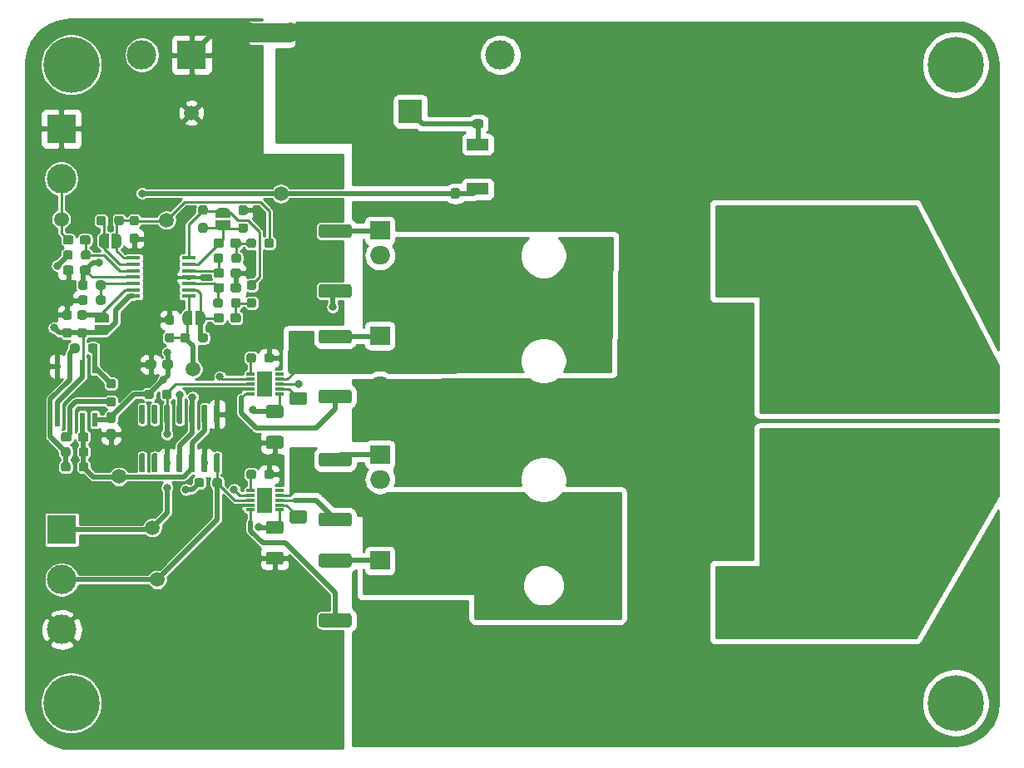
<source format=gtl>
G04 #@! TF.GenerationSoftware,KiCad,Pcbnew,5.1.10*
G04 #@! TF.CreationDate,2021-08-16T10:52:11+12:00*
G04 #@! TF.ProjectId,DClassAmplifier,44436c61-7373-4416-9d70-6c6966696572,rev?*
G04 #@! TF.SameCoordinates,Original*
G04 #@! TF.FileFunction,Copper,L1,Top*
G04 #@! TF.FilePolarity,Positive*
%FSLAX46Y46*%
G04 Gerber Fmt 4.6, Leading zero omitted, Abs format (unit mm)*
G04 Created by KiCad (PCBNEW 5.1.10) date 2021-08-16 10:52:11*
%MOMM*%
%LPD*%
G01*
G04 APERTURE LIST*
G04 #@! TA.AperFunction,EtchedComponent*
%ADD10C,0.100000*%
G04 #@! TD*
G04 #@! TA.AperFunction,ComponentPad*
%ADD11C,1.500000*%
G04 #@! TD*
G04 #@! TA.AperFunction,SMDPad,CuDef*
%ADD12C,2.000000*%
G04 #@! TD*
G04 #@! TA.AperFunction,ComponentPad*
%ADD13C,3.000000*%
G04 #@! TD*
G04 #@! TA.AperFunction,ComponentPad*
%ADD14R,3.000000X3.000000*%
G04 #@! TD*
G04 #@! TA.AperFunction,SMDPad,CuDef*
%ADD15R,6.400000X5.800000*%
G04 #@! TD*
G04 #@! TA.AperFunction,SMDPad,CuDef*
%ADD16R,2.200000X1.200000*%
G04 #@! TD*
G04 #@! TA.AperFunction,ComponentPad*
%ADD17O,2.000000X1.905000*%
G04 #@! TD*
G04 #@! TA.AperFunction,ComponentPad*
%ADD18R,2.000000X1.905000*%
G04 #@! TD*
G04 #@! TA.AperFunction,SMDPad,CuDef*
%ADD19R,0.533400X1.460500*%
G04 #@! TD*
G04 #@! TA.AperFunction,SMDPad,CuDef*
%ADD20R,1.473200X0.355600*%
G04 #@! TD*
G04 #@! TA.AperFunction,ComponentPad*
%ADD21C,2.000000*%
G04 #@! TD*
G04 #@! TA.AperFunction,SMDPad,CuDef*
%ADD22C,0.100000*%
G04 #@! TD*
G04 #@! TA.AperFunction,ComponentPad*
%ADD23C,1.905000*%
G04 #@! TD*
G04 #@! TA.AperFunction,SMDPad,CuDef*
%ADD24R,1.650000X2.600000*%
G04 #@! TD*
G04 #@! TA.AperFunction,SMDPad,CuDef*
%ADD25R,0.850000X0.300000*%
G04 #@! TD*
G04 #@! TA.AperFunction,ComponentPad*
%ADD26C,1.600000*%
G04 #@! TD*
G04 #@! TA.AperFunction,ComponentPad*
%ADD27R,1.600000X1.600000*%
G04 #@! TD*
G04 #@! TA.AperFunction,ComponentPad*
%ADD28C,2.400000*%
G04 #@! TD*
G04 #@! TA.AperFunction,ComponentPad*
%ADD29R,2.400000X2.400000*%
G04 #@! TD*
G04 #@! TA.AperFunction,ComponentPad*
%ADD30C,5.700000*%
G04 #@! TD*
G04 #@! TA.AperFunction,ViaPad*
%ADD31C,0.800000*%
G04 #@! TD*
G04 #@! TA.AperFunction,Conductor*
%ADD32C,0.500000*%
G04 #@! TD*
G04 #@! TA.AperFunction,Conductor*
%ADD33C,0.250000*%
G04 #@! TD*
G04 #@! TA.AperFunction,Conductor*
%ADD34C,0.254000*%
G04 #@! TD*
G04 #@! TA.AperFunction,Conductor*
%ADD35C,0.100000*%
G04 #@! TD*
G04 APERTURE END LIST*
D10*
G36*
X118270000Y-58250000D02*
G01*
X122270000Y-58250000D01*
X122270000Y-60250000D01*
X118270000Y-60250000D01*
X118270000Y-58250000D01*
G37*
D11*
X98970000Y-78220000D03*
X121320000Y-75650000D03*
D12*
X122270000Y-59250000D03*
X118270000Y-59250000D03*
D13*
X107170000Y-61500000D03*
D14*
X112250000Y-61500000D03*
D15*
X147655000Y-72885000D03*
D16*
X141355000Y-75165000D03*
X141355000Y-70605000D03*
G04 #@! TA.AperFunction,SMDPad,CuDef*
G36*
G01*
X139327500Y-74417500D02*
X138852500Y-74417500D01*
G75*
G02*
X138615000Y-74180000I0J237500D01*
G01*
X138615000Y-73580000D01*
G75*
G02*
X138852500Y-73342500I237500J0D01*
G01*
X139327500Y-73342500D01*
G75*
G02*
X139565000Y-73580000I0J-237500D01*
G01*
X139565000Y-74180000D01*
G75*
G02*
X139327500Y-74417500I-237500J0D01*
G01*
G37*
G04 #@! TD.AperFunction*
G04 #@! TA.AperFunction,SMDPad,CuDef*
G36*
G01*
X139327500Y-76142500D02*
X138852500Y-76142500D01*
G75*
G02*
X138615000Y-75905000I0J237500D01*
G01*
X138615000Y-75305000D01*
G75*
G02*
X138852500Y-75067500I237500J0D01*
G01*
X139327500Y-75067500D01*
G75*
G02*
X139565000Y-75305000I0J-237500D01*
G01*
X139565000Y-75905000D01*
G75*
G02*
X139327500Y-76142500I-237500J0D01*
G01*
G37*
G04 #@! TD.AperFunction*
G04 #@! TA.AperFunction,SMDPad,CuDef*
G36*
G01*
X142575000Y-68757500D02*
X142575000Y-68282500D01*
G75*
G02*
X142812500Y-68045000I237500J0D01*
G01*
X143412500Y-68045000D01*
G75*
G02*
X143650000Y-68282500I0J-237500D01*
G01*
X143650000Y-68757500D01*
G75*
G02*
X143412500Y-68995000I-237500J0D01*
G01*
X142812500Y-68995000D01*
G75*
G02*
X142575000Y-68757500I0J237500D01*
G01*
G37*
G04 #@! TD.AperFunction*
G04 #@! TA.AperFunction,SMDPad,CuDef*
G36*
G01*
X140850000Y-68757500D02*
X140850000Y-68282500D01*
G75*
G02*
X141087500Y-68045000I237500J0D01*
G01*
X141687500Y-68045000D01*
G75*
G02*
X141925000Y-68282500I0J-237500D01*
G01*
X141925000Y-68757500D01*
G75*
G02*
X141687500Y-68995000I-237500J0D01*
G01*
X141087500Y-68995000D01*
G75*
G02*
X140850000Y-68757500I0J237500D01*
G01*
G37*
G04 #@! TD.AperFunction*
D17*
X131400000Y-118080000D03*
X131400000Y-115540000D03*
D18*
X131400000Y-113000000D03*
D17*
X131400000Y-107280000D03*
X131400000Y-104740000D03*
D18*
X131400000Y-102200000D03*
D17*
X131400000Y-95180000D03*
X131400000Y-92640000D03*
D18*
X131400000Y-90100000D03*
D17*
X131400000Y-84480000D03*
X131400000Y-81940000D03*
D18*
X131400000Y-79400000D03*
D19*
X102395000Y-98654150D03*
X101125000Y-98654150D03*
X99855000Y-98654150D03*
X98585000Y-98654150D03*
X98585000Y-93205850D03*
X99855000Y-93205850D03*
X101125000Y-93205850D03*
X102395000Y-93205850D03*
D20*
X111948800Y-82180002D03*
X111948800Y-82830001D03*
X111948800Y-83480002D03*
X111948800Y-84130001D03*
X111948800Y-84780002D03*
X111948800Y-85430001D03*
X111948800Y-86080002D03*
X106310000Y-86080000D03*
X106310000Y-85430001D03*
X106310000Y-84780000D03*
X106310000Y-84130001D03*
X106310000Y-83480002D03*
X106310000Y-82830001D03*
X106310000Y-82180000D03*
D21*
X177500000Y-85250000D03*
X177500000Y-112750000D03*
G04 #@! TA.AperFunction,SMDPad,CuDef*
G36*
G01*
X118812500Y-80437500D02*
X118812500Y-80912500D01*
G75*
G02*
X118575000Y-81150000I-237500J0D01*
G01*
X118075000Y-81150000D01*
G75*
G02*
X117837500Y-80912500I0J237500D01*
G01*
X117837500Y-80437500D01*
G75*
G02*
X118075000Y-80200000I237500J0D01*
G01*
X118575000Y-80200000D01*
G75*
G02*
X118812500Y-80437500I0J-237500D01*
G01*
G37*
G04 #@! TD.AperFunction*
G04 #@! TA.AperFunction,SMDPad,CuDef*
G36*
G01*
X120637500Y-80437500D02*
X120637500Y-80912500D01*
G75*
G02*
X120400000Y-81150000I-237500J0D01*
G01*
X119900000Y-81150000D01*
G75*
G02*
X119662500Y-80912500I0J237500D01*
G01*
X119662500Y-80437500D01*
G75*
G02*
X119900000Y-80200000I237500J0D01*
G01*
X120400000Y-80200000D01*
G75*
G02*
X120637500Y-80437500I0J-237500D01*
G01*
G37*
G04 #@! TD.AperFunction*
G04 #@! TA.AperFunction,SMDPad,CuDef*
G36*
G01*
X110237500Y-88975000D02*
X109762500Y-88975000D01*
G75*
G02*
X109525000Y-88737500I0J237500D01*
G01*
X109525000Y-88237500D01*
G75*
G02*
X109762500Y-88000000I237500J0D01*
G01*
X110237500Y-88000000D01*
G75*
G02*
X110475000Y-88237500I0J-237500D01*
G01*
X110475000Y-88737500D01*
G75*
G02*
X110237500Y-88975000I-237500J0D01*
G01*
G37*
G04 #@! TD.AperFunction*
G04 #@! TA.AperFunction,SMDPad,CuDef*
G36*
G01*
X110237500Y-90800000D02*
X109762500Y-90800000D01*
G75*
G02*
X109525000Y-90562500I0J237500D01*
G01*
X109525000Y-90062500D01*
G75*
G02*
X109762500Y-89825000I237500J0D01*
G01*
X110237500Y-89825000D01*
G75*
G02*
X110475000Y-90062500I0J-237500D01*
G01*
X110475000Y-90562500D01*
G75*
G02*
X110237500Y-90800000I-237500J0D01*
G01*
G37*
G04 #@! TD.AperFunction*
G04 #@! TA.AperFunction,SMDPad,CuDef*
G36*
G01*
X112062500Y-90087500D02*
X112062500Y-90562500D01*
G75*
G02*
X111825000Y-90800000I-237500J0D01*
G01*
X111325000Y-90800000D01*
G75*
G02*
X111087500Y-90562500I0J237500D01*
G01*
X111087500Y-90087500D01*
G75*
G02*
X111325000Y-89850000I237500J0D01*
G01*
X111825000Y-89850000D01*
G75*
G02*
X112062500Y-90087500I0J-237500D01*
G01*
G37*
G04 #@! TD.AperFunction*
G04 #@! TA.AperFunction,SMDPad,CuDef*
G36*
G01*
X113887500Y-90087500D02*
X113887500Y-90562500D01*
G75*
G02*
X113650000Y-90800000I-237500J0D01*
G01*
X113150000Y-90800000D01*
G75*
G02*
X112912500Y-90562500I0J237500D01*
G01*
X112912500Y-90087500D01*
G75*
G02*
X113150000Y-89850000I237500J0D01*
G01*
X113650000Y-89850000D01*
G75*
G02*
X113887500Y-90087500I0J-237500D01*
G01*
G37*
G04 #@! TD.AperFunction*
G04 #@! TA.AperFunction,SMDPad,CuDef*
D22*
G36*
X113125000Y-87550602D02*
G01*
X113149534Y-87550602D01*
X113198365Y-87555412D01*
X113246490Y-87564984D01*
X113293445Y-87579228D01*
X113338778Y-87598005D01*
X113382051Y-87621136D01*
X113422850Y-87648396D01*
X113460779Y-87679524D01*
X113495476Y-87714221D01*
X113526604Y-87752150D01*
X113553864Y-87792949D01*
X113576995Y-87836222D01*
X113595772Y-87881555D01*
X113610016Y-87928510D01*
X113619588Y-87976635D01*
X113624398Y-88025466D01*
X113624398Y-88050000D01*
X113625000Y-88050000D01*
X113625000Y-88550000D01*
X113624398Y-88550000D01*
X113624398Y-88574534D01*
X113619588Y-88623365D01*
X113610016Y-88671490D01*
X113595772Y-88718445D01*
X113576995Y-88763778D01*
X113553864Y-88807051D01*
X113526604Y-88847850D01*
X113495476Y-88885779D01*
X113460779Y-88920476D01*
X113422850Y-88951604D01*
X113382051Y-88978864D01*
X113338778Y-89001995D01*
X113293445Y-89020772D01*
X113246490Y-89035016D01*
X113198365Y-89044588D01*
X113149534Y-89049398D01*
X113125000Y-89049398D01*
X113125000Y-89050000D01*
X112625000Y-89050000D01*
X112625000Y-87550000D01*
X113125000Y-87550000D01*
X113125000Y-87550602D01*
G37*
G04 #@! TD.AperFunction*
G04 #@! TA.AperFunction,SMDPad,CuDef*
G36*
X112325000Y-89050000D02*
G01*
X111825000Y-89050000D01*
X111825000Y-89049398D01*
X111800466Y-89049398D01*
X111751635Y-89044588D01*
X111703510Y-89035016D01*
X111656555Y-89020772D01*
X111611222Y-89001995D01*
X111567949Y-88978864D01*
X111527150Y-88951604D01*
X111489221Y-88920476D01*
X111454524Y-88885779D01*
X111423396Y-88847850D01*
X111396136Y-88807051D01*
X111373005Y-88763778D01*
X111354228Y-88718445D01*
X111339984Y-88671490D01*
X111330412Y-88623365D01*
X111325602Y-88574534D01*
X111325602Y-88550000D01*
X111325000Y-88550000D01*
X111325000Y-88050000D01*
X111325602Y-88050000D01*
X111325602Y-88025466D01*
X111330412Y-87976635D01*
X111339984Y-87928510D01*
X111354228Y-87881555D01*
X111373005Y-87836222D01*
X111396136Y-87792949D01*
X111423396Y-87752150D01*
X111454524Y-87714221D01*
X111489221Y-87679524D01*
X111527150Y-87648396D01*
X111567949Y-87621136D01*
X111611222Y-87598005D01*
X111656555Y-87579228D01*
X111703510Y-87564984D01*
X111751635Y-87555412D01*
X111800466Y-87550602D01*
X111825000Y-87550602D01*
X111825000Y-87550000D01*
X112325000Y-87550000D01*
X112325000Y-89050000D01*
G37*
G04 #@! TD.AperFunction*
G04 #@! TA.AperFunction,SMDPad,CuDef*
G36*
G01*
X104375000Y-78612500D02*
X104375000Y-78137500D01*
G75*
G02*
X104612500Y-77900000I237500J0D01*
G01*
X105112500Y-77900000D01*
G75*
G02*
X105350000Y-78137500I0J-237500D01*
G01*
X105350000Y-78612500D01*
G75*
G02*
X105112500Y-78850000I-237500J0D01*
G01*
X104612500Y-78850000D01*
G75*
G02*
X104375000Y-78612500I0J237500D01*
G01*
G37*
G04 #@! TD.AperFunction*
G04 #@! TA.AperFunction,SMDPad,CuDef*
G36*
G01*
X102550000Y-78612500D02*
X102550000Y-78137500D01*
G75*
G02*
X102787500Y-77900000I237500J0D01*
G01*
X103287500Y-77900000D01*
G75*
G02*
X103525000Y-78137500I0J-237500D01*
G01*
X103525000Y-78612500D01*
G75*
G02*
X103287500Y-78850000I-237500J0D01*
G01*
X102787500Y-78850000D01*
G75*
G02*
X102550000Y-78612500I0J237500D01*
G01*
G37*
G04 #@! TD.AperFunction*
G04 #@! TA.AperFunction,SMDPad,CuDef*
G36*
G01*
X106162500Y-79725000D02*
X106637500Y-79725000D01*
G75*
G02*
X106875000Y-79962500I0J-237500D01*
G01*
X106875000Y-80462500D01*
G75*
G02*
X106637500Y-80700000I-237500J0D01*
G01*
X106162500Y-80700000D01*
G75*
G02*
X105925000Y-80462500I0J237500D01*
G01*
X105925000Y-79962500D01*
G75*
G02*
X106162500Y-79725000I237500J0D01*
G01*
G37*
G04 #@! TD.AperFunction*
G04 #@! TA.AperFunction,SMDPad,CuDef*
G36*
G01*
X106162500Y-77900000D02*
X106637500Y-77900000D01*
G75*
G02*
X106875000Y-78137500I0J-237500D01*
G01*
X106875000Y-78637500D01*
G75*
G02*
X106637500Y-78875000I-237500J0D01*
G01*
X106162500Y-78875000D01*
G75*
G02*
X105925000Y-78637500I0J237500D01*
G01*
X105925000Y-78137500D01*
G75*
G02*
X106162500Y-77900000I237500J0D01*
G01*
G37*
G04 #@! TD.AperFunction*
G04 #@! TA.AperFunction,SMDPad,CuDef*
G36*
X103300000Y-81199398D02*
G01*
X103275466Y-81199398D01*
X103226635Y-81194588D01*
X103178510Y-81185016D01*
X103131555Y-81170772D01*
X103086222Y-81151995D01*
X103042949Y-81128864D01*
X103002150Y-81101604D01*
X102964221Y-81070476D01*
X102929524Y-81035779D01*
X102898396Y-80997850D01*
X102871136Y-80957051D01*
X102848005Y-80913778D01*
X102829228Y-80868445D01*
X102814984Y-80821490D01*
X102805412Y-80773365D01*
X102800602Y-80724534D01*
X102800602Y-80700000D01*
X102800000Y-80700000D01*
X102800000Y-80200000D01*
X102800602Y-80200000D01*
X102800602Y-80175466D01*
X102805412Y-80126635D01*
X102814984Y-80078510D01*
X102829228Y-80031555D01*
X102848005Y-79986222D01*
X102871136Y-79942949D01*
X102898396Y-79902150D01*
X102929524Y-79864221D01*
X102964221Y-79829524D01*
X103002150Y-79798396D01*
X103042949Y-79771136D01*
X103086222Y-79748005D01*
X103131555Y-79729228D01*
X103178510Y-79714984D01*
X103226635Y-79705412D01*
X103275466Y-79700602D01*
X103300000Y-79700602D01*
X103300000Y-79700000D01*
X103800000Y-79700000D01*
X103800000Y-81200000D01*
X103300000Y-81200000D01*
X103300000Y-81199398D01*
G37*
G04 #@! TD.AperFunction*
G04 #@! TA.AperFunction,SMDPad,CuDef*
G36*
X104100000Y-79700000D02*
G01*
X104600000Y-79700000D01*
X104600000Y-79700602D01*
X104624534Y-79700602D01*
X104673365Y-79705412D01*
X104721490Y-79714984D01*
X104768445Y-79729228D01*
X104813778Y-79748005D01*
X104857051Y-79771136D01*
X104897850Y-79798396D01*
X104935779Y-79829524D01*
X104970476Y-79864221D01*
X105001604Y-79902150D01*
X105028864Y-79942949D01*
X105051995Y-79986222D01*
X105070772Y-80031555D01*
X105085016Y-80078510D01*
X105094588Y-80126635D01*
X105099398Y-80175466D01*
X105099398Y-80200000D01*
X105100000Y-80200000D01*
X105100000Y-80700000D01*
X105099398Y-80700000D01*
X105099398Y-80724534D01*
X105094588Y-80773365D01*
X105085016Y-80821490D01*
X105070772Y-80868445D01*
X105051995Y-80913778D01*
X105028864Y-80957051D01*
X105001604Y-80997850D01*
X104970476Y-81035779D01*
X104935779Y-81070476D01*
X104897850Y-81101604D01*
X104857051Y-81128864D01*
X104813778Y-81151995D01*
X104768445Y-81170772D01*
X104721490Y-81185016D01*
X104673365Y-81194588D01*
X104624534Y-81199398D01*
X104600000Y-81199398D01*
X104600000Y-81200000D01*
X104100000Y-81200000D01*
X104100000Y-79700000D01*
G37*
G04 #@! TD.AperFunction*
G04 #@! TA.AperFunction,SMDPad,CuDef*
G36*
G01*
X100225000Y-83192500D02*
X100225000Y-83667500D01*
G75*
G02*
X99987500Y-83905000I-237500J0D01*
G01*
X99387500Y-83905000D01*
G75*
G02*
X99150000Y-83667500I0J237500D01*
G01*
X99150000Y-83192500D01*
G75*
G02*
X99387500Y-82955000I237500J0D01*
G01*
X99987500Y-82955000D01*
G75*
G02*
X100225000Y-83192500I0J-237500D01*
G01*
G37*
G04 #@! TD.AperFunction*
G04 #@! TA.AperFunction,SMDPad,CuDef*
G36*
G01*
X101950000Y-83192500D02*
X101950000Y-83667500D01*
G75*
G02*
X101712500Y-83905000I-237500J0D01*
G01*
X101112500Y-83905000D01*
G75*
G02*
X100875000Y-83667500I0J237500D01*
G01*
X100875000Y-83192500D01*
G75*
G02*
X101112500Y-82955000I237500J0D01*
G01*
X101712500Y-82955000D01*
G75*
G02*
X101950000Y-83192500I0J-237500D01*
G01*
G37*
G04 #@! TD.AperFunction*
G04 #@! TA.AperFunction,SMDPad,CuDef*
G36*
G01*
X103802500Y-99625000D02*
X104277500Y-99625000D01*
G75*
G02*
X104515000Y-99862500I0J-237500D01*
G01*
X104515000Y-100462500D01*
G75*
G02*
X104277500Y-100700000I-237500J0D01*
G01*
X103802500Y-100700000D01*
G75*
G02*
X103565000Y-100462500I0J237500D01*
G01*
X103565000Y-99862500D01*
G75*
G02*
X103802500Y-99625000I237500J0D01*
G01*
G37*
G04 #@! TD.AperFunction*
G04 #@! TA.AperFunction,SMDPad,CuDef*
G36*
G01*
X103802500Y-97900000D02*
X104277500Y-97900000D01*
G75*
G02*
X104515000Y-98137500I0J-237500D01*
G01*
X104515000Y-98737500D01*
G75*
G02*
X104277500Y-98975000I-237500J0D01*
G01*
X103802500Y-98975000D01*
G75*
G02*
X103565000Y-98737500I0J237500D01*
G01*
X103565000Y-98137500D01*
G75*
G02*
X103802500Y-97900000I237500J0D01*
G01*
G37*
G04 #@! TD.AperFunction*
G04 #@! TA.AperFunction,SMDPad,CuDef*
G36*
G01*
X108625000Y-92787500D02*
X108625000Y-93262500D01*
G75*
G02*
X108387500Y-93500000I-237500J0D01*
G01*
X107787500Y-93500000D01*
G75*
G02*
X107550000Y-93262500I0J237500D01*
G01*
X107550000Y-92787500D01*
G75*
G02*
X107787500Y-92550000I237500J0D01*
G01*
X108387500Y-92550000D01*
G75*
G02*
X108625000Y-92787500I0J-237500D01*
G01*
G37*
G04 #@! TD.AperFunction*
G04 #@! TA.AperFunction,SMDPad,CuDef*
G36*
G01*
X110350000Y-92787500D02*
X110350000Y-93262500D01*
G75*
G02*
X110112500Y-93500000I-237500J0D01*
G01*
X109512500Y-93500000D01*
G75*
G02*
X109275000Y-93262500I0J237500D01*
G01*
X109275000Y-92787500D01*
G75*
G02*
X109512500Y-92550000I237500J0D01*
G01*
X110112500Y-92550000D01*
G75*
G02*
X110350000Y-92787500I0J-237500D01*
G01*
G37*
G04 #@! TD.AperFunction*
G04 #@! TA.AperFunction,SMDPad,CuDef*
G36*
G01*
X100215000Y-80112500D02*
X100215000Y-80587500D01*
G75*
G02*
X99977500Y-80825000I-237500J0D01*
G01*
X99377500Y-80825000D01*
G75*
G02*
X99140000Y-80587500I0J237500D01*
G01*
X99140000Y-80112500D01*
G75*
G02*
X99377500Y-79875000I237500J0D01*
G01*
X99977500Y-79875000D01*
G75*
G02*
X100215000Y-80112500I0J-237500D01*
G01*
G37*
G04 #@! TD.AperFunction*
G04 #@! TA.AperFunction,SMDPad,CuDef*
G36*
G01*
X101940000Y-80112500D02*
X101940000Y-80587500D01*
G75*
G02*
X101702500Y-80825000I-237500J0D01*
G01*
X101102500Y-80825000D01*
G75*
G02*
X100865000Y-80587500I0J237500D01*
G01*
X100865000Y-80112500D01*
G75*
G02*
X101102500Y-79875000I237500J0D01*
G01*
X101702500Y-79875000D01*
G75*
G02*
X101940000Y-80112500I0J-237500D01*
G01*
G37*
G04 #@! TD.AperFunction*
G04 #@! TA.AperFunction,SMDPad,CuDef*
G36*
G01*
X100025000Y-100187500D02*
X100025000Y-100662500D01*
G75*
G02*
X99787500Y-100900000I-237500J0D01*
G01*
X99187500Y-100900000D01*
G75*
G02*
X98950000Y-100662500I0J237500D01*
G01*
X98950000Y-100187500D01*
G75*
G02*
X99187500Y-99950000I237500J0D01*
G01*
X99787500Y-99950000D01*
G75*
G02*
X100025000Y-100187500I0J-237500D01*
G01*
G37*
G04 #@! TD.AperFunction*
G04 #@! TA.AperFunction,SMDPad,CuDef*
G36*
G01*
X101750000Y-100187500D02*
X101750000Y-100662500D01*
G75*
G02*
X101512500Y-100900000I-237500J0D01*
G01*
X100912500Y-100900000D01*
G75*
G02*
X100675000Y-100662500I0J237500D01*
G01*
X100675000Y-100187500D01*
G75*
G02*
X100912500Y-99950000I237500J0D01*
G01*
X101512500Y-99950000D01*
G75*
G02*
X101750000Y-100187500I0J-237500D01*
G01*
G37*
G04 #@! TD.AperFunction*
D11*
X109675000Y-78325000D03*
X112400000Y-93500000D03*
X123400000Y-102675000D03*
X191000000Y-106000000D03*
X191000000Y-91750000D03*
X123325000Y-90850000D03*
X104850000Y-104450000D03*
X108250000Y-109650000D03*
X108750000Y-114950000D03*
X112210000Y-67400000D03*
G04 #@! TA.AperFunction,SMDPad,CuDef*
G36*
G01*
X107365000Y-99075000D02*
X107065000Y-99075000D01*
G75*
G02*
X106915000Y-98925000I0J150000D01*
G01*
X106915000Y-97275000D01*
G75*
G02*
X107065000Y-97125000I150000J0D01*
G01*
X107365000Y-97125000D01*
G75*
G02*
X107515000Y-97275000I0J-150000D01*
G01*
X107515000Y-98925000D01*
G75*
G02*
X107365000Y-99075000I-150000J0D01*
G01*
G37*
G04 #@! TD.AperFunction*
G04 #@! TA.AperFunction,SMDPad,CuDef*
G36*
G01*
X108635000Y-99075000D02*
X108335000Y-99075000D01*
G75*
G02*
X108185000Y-98925000I0J150000D01*
G01*
X108185000Y-97275000D01*
G75*
G02*
X108335000Y-97125000I150000J0D01*
G01*
X108635000Y-97125000D01*
G75*
G02*
X108785000Y-97275000I0J-150000D01*
G01*
X108785000Y-98925000D01*
G75*
G02*
X108635000Y-99075000I-150000J0D01*
G01*
G37*
G04 #@! TD.AperFunction*
G04 #@! TA.AperFunction,SMDPad,CuDef*
G36*
G01*
X109905000Y-99075000D02*
X109605000Y-99075000D01*
G75*
G02*
X109455000Y-98925000I0J150000D01*
G01*
X109455000Y-97275000D01*
G75*
G02*
X109605000Y-97125000I150000J0D01*
G01*
X109905000Y-97125000D01*
G75*
G02*
X110055000Y-97275000I0J-150000D01*
G01*
X110055000Y-98925000D01*
G75*
G02*
X109905000Y-99075000I-150000J0D01*
G01*
G37*
G04 #@! TD.AperFunction*
G04 #@! TA.AperFunction,SMDPad,CuDef*
G36*
G01*
X111175000Y-99075000D02*
X110875000Y-99075000D01*
G75*
G02*
X110725000Y-98925000I0J150000D01*
G01*
X110725000Y-97275000D01*
G75*
G02*
X110875000Y-97125000I150000J0D01*
G01*
X111175000Y-97125000D01*
G75*
G02*
X111325000Y-97275000I0J-150000D01*
G01*
X111325000Y-98925000D01*
G75*
G02*
X111175000Y-99075000I-150000J0D01*
G01*
G37*
G04 #@! TD.AperFunction*
G04 #@! TA.AperFunction,SMDPad,CuDef*
G36*
G01*
X112445000Y-99075000D02*
X112145000Y-99075000D01*
G75*
G02*
X111995000Y-98925000I0J150000D01*
G01*
X111995000Y-97275000D01*
G75*
G02*
X112145000Y-97125000I150000J0D01*
G01*
X112445000Y-97125000D01*
G75*
G02*
X112595000Y-97275000I0J-150000D01*
G01*
X112595000Y-98925000D01*
G75*
G02*
X112445000Y-99075000I-150000J0D01*
G01*
G37*
G04 #@! TD.AperFunction*
G04 #@! TA.AperFunction,SMDPad,CuDef*
G36*
G01*
X113715000Y-99075000D02*
X113415000Y-99075000D01*
G75*
G02*
X113265000Y-98925000I0J150000D01*
G01*
X113265000Y-97275000D01*
G75*
G02*
X113415000Y-97125000I150000J0D01*
G01*
X113715000Y-97125000D01*
G75*
G02*
X113865000Y-97275000I0J-150000D01*
G01*
X113865000Y-98925000D01*
G75*
G02*
X113715000Y-99075000I-150000J0D01*
G01*
G37*
G04 #@! TD.AperFunction*
G04 #@! TA.AperFunction,SMDPad,CuDef*
G36*
G01*
X114985000Y-99075000D02*
X114685000Y-99075000D01*
G75*
G02*
X114535000Y-98925000I0J150000D01*
G01*
X114535000Y-97275000D01*
G75*
G02*
X114685000Y-97125000I150000J0D01*
G01*
X114985000Y-97125000D01*
G75*
G02*
X115135000Y-97275000I0J-150000D01*
G01*
X115135000Y-98925000D01*
G75*
G02*
X114985000Y-99075000I-150000J0D01*
G01*
G37*
G04 #@! TD.AperFunction*
G04 #@! TA.AperFunction,SMDPad,CuDef*
G36*
G01*
X114985000Y-104025000D02*
X114685000Y-104025000D01*
G75*
G02*
X114535000Y-103875000I0J150000D01*
G01*
X114535000Y-102225000D01*
G75*
G02*
X114685000Y-102075000I150000J0D01*
G01*
X114985000Y-102075000D01*
G75*
G02*
X115135000Y-102225000I0J-150000D01*
G01*
X115135000Y-103875000D01*
G75*
G02*
X114985000Y-104025000I-150000J0D01*
G01*
G37*
G04 #@! TD.AperFunction*
G04 #@! TA.AperFunction,SMDPad,CuDef*
G36*
G01*
X113715000Y-104025000D02*
X113415000Y-104025000D01*
G75*
G02*
X113265000Y-103875000I0J150000D01*
G01*
X113265000Y-102225000D01*
G75*
G02*
X113415000Y-102075000I150000J0D01*
G01*
X113715000Y-102075000D01*
G75*
G02*
X113865000Y-102225000I0J-150000D01*
G01*
X113865000Y-103875000D01*
G75*
G02*
X113715000Y-104025000I-150000J0D01*
G01*
G37*
G04 #@! TD.AperFunction*
G04 #@! TA.AperFunction,SMDPad,CuDef*
G36*
G01*
X112445000Y-104025000D02*
X112145000Y-104025000D01*
G75*
G02*
X111995000Y-103875000I0J150000D01*
G01*
X111995000Y-102225000D01*
G75*
G02*
X112145000Y-102075000I150000J0D01*
G01*
X112445000Y-102075000D01*
G75*
G02*
X112595000Y-102225000I0J-150000D01*
G01*
X112595000Y-103875000D01*
G75*
G02*
X112445000Y-104025000I-150000J0D01*
G01*
G37*
G04 #@! TD.AperFunction*
G04 #@! TA.AperFunction,SMDPad,CuDef*
G36*
G01*
X111175000Y-104025000D02*
X110875000Y-104025000D01*
G75*
G02*
X110725000Y-103875000I0J150000D01*
G01*
X110725000Y-102225000D01*
G75*
G02*
X110875000Y-102075000I150000J0D01*
G01*
X111175000Y-102075000D01*
G75*
G02*
X111325000Y-102225000I0J-150000D01*
G01*
X111325000Y-103875000D01*
G75*
G02*
X111175000Y-104025000I-150000J0D01*
G01*
G37*
G04 #@! TD.AperFunction*
G04 #@! TA.AperFunction,SMDPad,CuDef*
G36*
G01*
X109905000Y-104025000D02*
X109605000Y-104025000D01*
G75*
G02*
X109455000Y-103875000I0J150000D01*
G01*
X109455000Y-102225000D01*
G75*
G02*
X109605000Y-102075000I150000J0D01*
G01*
X109905000Y-102075000D01*
G75*
G02*
X110055000Y-102225000I0J-150000D01*
G01*
X110055000Y-103875000D01*
G75*
G02*
X109905000Y-104025000I-150000J0D01*
G01*
G37*
G04 #@! TD.AperFunction*
G04 #@! TA.AperFunction,SMDPad,CuDef*
G36*
G01*
X108635000Y-104025000D02*
X108335000Y-104025000D01*
G75*
G02*
X108185000Y-103875000I0J150000D01*
G01*
X108185000Y-102225000D01*
G75*
G02*
X108335000Y-102075000I150000J0D01*
G01*
X108635000Y-102075000D01*
G75*
G02*
X108785000Y-102225000I0J-150000D01*
G01*
X108785000Y-103875000D01*
G75*
G02*
X108635000Y-104025000I-150000J0D01*
G01*
G37*
G04 #@! TD.AperFunction*
G04 #@! TA.AperFunction,SMDPad,CuDef*
G36*
G01*
X107365000Y-104025000D02*
X107065000Y-104025000D01*
G75*
G02*
X106915000Y-103875000I0J150000D01*
G01*
X106915000Y-102225000D01*
G75*
G02*
X107065000Y-102075000I150000J0D01*
G01*
X107365000Y-102075000D01*
G75*
G02*
X107515000Y-102225000I0J-150000D01*
G01*
X107515000Y-103875000D01*
G75*
G02*
X107365000Y-104025000I-150000J0D01*
G01*
G37*
G04 #@! TD.AperFunction*
G04 #@! TA.AperFunction,SMDPad,CuDef*
G36*
G01*
X114362500Y-105312500D02*
X114362500Y-104837500D01*
G75*
G02*
X114600000Y-104600000I237500J0D01*
G01*
X115100000Y-104600000D01*
G75*
G02*
X115337500Y-104837500I0J-237500D01*
G01*
X115337500Y-105312500D01*
G75*
G02*
X115100000Y-105550000I-237500J0D01*
G01*
X114600000Y-105550000D01*
G75*
G02*
X114362500Y-105312500I0J237500D01*
G01*
G37*
G04 #@! TD.AperFunction*
G04 #@! TA.AperFunction,SMDPad,CuDef*
G36*
G01*
X112537500Y-105312500D02*
X112537500Y-104837500D01*
G75*
G02*
X112775000Y-104600000I237500J0D01*
G01*
X113275000Y-104600000D01*
G75*
G02*
X113512500Y-104837500I0J-237500D01*
G01*
X113512500Y-105312500D01*
G75*
G02*
X113275000Y-105550000I-237500J0D01*
G01*
X112775000Y-105550000D01*
G75*
G02*
X112537500Y-105312500I0J237500D01*
G01*
G37*
G04 #@! TD.AperFunction*
G04 #@! TA.AperFunction,SMDPad,CuDef*
G36*
G01*
X109250000Y-96312500D02*
X109250000Y-95837500D01*
G75*
G02*
X109487500Y-95600000I237500J0D01*
G01*
X109987500Y-95600000D01*
G75*
G02*
X110225000Y-95837500I0J-237500D01*
G01*
X110225000Y-96312500D01*
G75*
G02*
X109987500Y-96550000I-237500J0D01*
G01*
X109487500Y-96550000D01*
G75*
G02*
X109250000Y-96312500I0J237500D01*
G01*
G37*
G04 #@! TD.AperFunction*
G04 #@! TA.AperFunction,SMDPad,CuDef*
G36*
G01*
X107425000Y-96312500D02*
X107425000Y-95837500D01*
G75*
G02*
X107662500Y-95600000I237500J0D01*
G01*
X108162500Y-95600000D01*
G75*
G02*
X108400000Y-95837500I0J-237500D01*
G01*
X108400000Y-96312500D01*
G75*
G02*
X108162500Y-96550000I-237500J0D01*
G01*
X107662500Y-96550000D01*
G75*
G02*
X107425000Y-96312500I0J237500D01*
G01*
G37*
G04 #@! TD.AperFunction*
G04 #@! TA.AperFunction,SMDPad,CuDef*
G36*
G01*
X100762500Y-102187500D02*
X100762500Y-101712500D01*
G75*
G02*
X101000000Y-101475000I237500J0D01*
G01*
X101500000Y-101475000D01*
G75*
G02*
X101737500Y-101712500I0J-237500D01*
G01*
X101737500Y-102187500D01*
G75*
G02*
X101500000Y-102425000I-237500J0D01*
G01*
X101000000Y-102425000D01*
G75*
G02*
X100762500Y-102187500I0J237500D01*
G01*
G37*
G04 #@! TD.AperFunction*
G04 #@! TA.AperFunction,SMDPad,CuDef*
G36*
G01*
X98937500Y-102187500D02*
X98937500Y-101712500D01*
G75*
G02*
X99175000Y-101475000I237500J0D01*
G01*
X99675000Y-101475000D01*
G75*
G02*
X99912500Y-101712500I0J-237500D01*
G01*
X99912500Y-102187500D01*
G75*
G02*
X99675000Y-102425000I-237500J0D01*
G01*
X99175000Y-102425000D01*
G75*
G02*
X98937500Y-102187500I0J237500D01*
G01*
G37*
G04 #@! TD.AperFunction*
G04 #@! TA.AperFunction,SMDPad,CuDef*
G36*
G01*
X100762500Y-103712500D02*
X100762500Y-103237500D01*
G75*
G02*
X101000000Y-103000000I237500J0D01*
G01*
X101500000Y-103000000D01*
G75*
G02*
X101737500Y-103237500I0J-237500D01*
G01*
X101737500Y-103712500D01*
G75*
G02*
X101500000Y-103950000I-237500J0D01*
G01*
X101000000Y-103950000D01*
G75*
G02*
X100762500Y-103712500I0J237500D01*
G01*
G37*
G04 #@! TD.AperFunction*
G04 #@! TA.AperFunction,SMDPad,CuDef*
G36*
G01*
X98937500Y-103712500D02*
X98937500Y-103237500D01*
G75*
G02*
X99175000Y-103000000I237500J0D01*
G01*
X99675000Y-103000000D01*
G75*
G02*
X99912500Y-103237500I0J-237500D01*
G01*
X99912500Y-103712500D01*
G75*
G02*
X99675000Y-103950000I-237500J0D01*
G01*
X99175000Y-103950000D01*
G75*
G02*
X98937500Y-103712500I0J237500D01*
G01*
G37*
G04 #@! TD.AperFunction*
G04 #@! TA.AperFunction,SMDPad,CuDef*
G36*
G01*
X100850000Y-91137500D02*
X100850000Y-91612500D01*
G75*
G02*
X100612500Y-91850000I-237500J0D01*
G01*
X100112500Y-91850000D01*
G75*
G02*
X99875000Y-91612500I0J237500D01*
G01*
X99875000Y-91137500D01*
G75*
G02*
X100112500Y-90900000I237500J0D01*
G01*
X100612500Y-90900000D01*
G75*
G02*
X100850000Y-91137500I0J-237500D01*
G01*
G37*
G04 #@! TD.AperFunction*
G04 #@! TA.AperFunction,SMDPad,CuDef*
G36*
G01*
X102675000Y-91137500D02*
X102675000Y-91612500D01*
G75*
G02*
X102437500Y-91850000I-237500J0D01*
G01*
X101937500Y-91850000D01*
G75*
G02*
X101700000Y-91612500I0J237500D01*
G01*
X101700000Y-91137500D01*
G75*
G02*
X101937500Y-90900000I237500J0D01*
G01*
X102437500Y-90900000D01*
G75*
G02*
X102675000Y-91137500I0J-237500D01*
G01*
G37*
G04 #@! TD.AperFunction*
G04 #@! TA.AperFunction,SMDPad,CuDef*
G36*
G01*
X104287500Y-95487500D02*
X103812500Y-95487500D01*
G75*
G02*
X103575000Y-95250000I0J237500D01*
G01*
X103575000Y-94750000D01*
G75*
G02*
X103812500Y-94512500I237500J0D01*
G01*
X104287500Y-94512500D01*
G75*
G02*
X104525000Y-94750000I0J-237500D01*
G01*
X104525000Y-95250000D01*
G75*
G02*
X104287500Y-95487500I-237500J0D01*
G01*
G37*
G04 #@! TD.AperFunction*
G04 #@! TA.AperFunction,SMDPad,CuDef*
G36*
G01*
X104287500Y-97312500D02*
X103812500Y-97312500D01*
G75*
G02*
X103575000Y-97075000I0J237500D01*
G01*
X103575000Y-96575000D01*
G75*
G02*
X103812500Y-96337500I237500J0D01*
G01*
X104287500Y-96337500D01*
G75*
G02*
X104525000Y-96575000I0J-237500D01*
G01*
X104525000Y-97075000D01*
G75*
G02*
X104287500Y-97312500I-237500J0D01*
G01*
G37*
G04 #@! TD.AperFunction*
G04 #@! TA.AperFunction,SMDPad,CuDef*
G36*
G01*
X125424999Y-118400000D02*
X128275001Y-118400000D01*
G75*
G02*
X128525000Y-118649999I0J-249999D01*
G01*
X128525000Y-119550001D01*
G75*
G02*
X128275001Y-119800000I-249999J0D01*
G01*
X125424999Y-119800000D01*
G75*
G02*
X125175000Y-119550001I0J249999D01*
G01*
X125175000Y-118649999D01*
G75*
G02*
X125424999Y-118400000I249999J0D01*
G01*
G37*
G04 #@! TD.AperFunction*
G04 #@! TA.AperFunction,SMDPad,CuDef*
G36*
G01*
X125424999Y-112300000D02*
X128275001Y-112300000D01*
G75*
G02*
X128525000Y-112549999I0J-249999D01*
G01*
X128525000Y-113450001D01*
G75*
G02*
X128275001Y-113700000I-249999J0D01*
G01*
X125424999Y-113700000D01*
G75*
G02*
X125175000Y-113450001I0J249999D01*
G01*
X125175000Y-112549999D01*
G75*
G02*
X125424999Y-112300000I249999J0D01*
G01*
G37*
G04 #@! TD.AperFunction*
G04 #@! TA.AperFunction,SMDPad,CuDef*
G36*
G01*
X119650000Y-104462500D02*
X119650000Y-103987500D01*
G75*
G02*
X119887500Y-103750000I237500J0D01*
G01*
X120387500Y-103750000D01*
G75*
G02*
X120625000Y-103987500I0J-237500D01*
G01*
X120625000Y-104462500D01*
G75*
G02*
X120387500Y-104700000I-237500J0D01*
G01*
X119887500Y-104700000D01*
G75*
G02*
X119650000Y-104462500I0J237500D01*
G01*
G37*
G04 #@! TD.AperFunction*
G04 #@! TA.AperFunction,SMDPad,CuDef*
G36*
G01*
X117825000Y-104462500D02*
X117825000Y-103987500D01*
G75*
G02*
X118062500Y-103750000I237500J0D01*
G01*
X118562500Y-103750000D01*
G75*
G02*
X118800000Y-103987500I0J-237500D01*
G01*
X118800000Y-104462500D01*
G75*
G02*
X118562500Y-104700000I-237500J0D01*
G01*
X118062500Y-104700000D01*
G75*
G02*
X117825000Y-104462500I0J237500D01*
G01*
G37*
G04 #@! TD.AperFunction*
G04 #@! TA.AperFunction,SMDPad,CuDef*
G36*
G01*
X125424999Y-108125000D02*
X128275001Y-108125000D01*
G75*
G02*
X128525000Y-108374999I0J-249999D01*
G01*
X128525000Y-109275001D01*
G75*
G02*
X128275001Y-109525000I-249999J0D01*
G01*
X125424999Y-109525000D01*
G75*
G02*
X125175000Y-109275001I0J249999D01*
G01*
X125175000Y-108374999D01*
G75*
G02*
X125424999Y-108125000I249999J0D01*
G01*
G37*
G04 #@! TD.AperFunction*
G04 #@! TA.AperFunction,SMDPad,CuDef*
G36*
G01*
X125424999Y-102025000D02*
X128275001Y-102025000D01*
G75*
G02*
X128525000Y-102274999I0J-249999D01*
G01*
X128525000Y-103175001D01*
G75*
G02*
X128275001Y-103425000I-249999J0D01*
G01*
X125424999Y-103425000D01*
G75*
G02*
X125175000Y-103175001I0J249999D01*
G01*
X125175000Y-102274999D01*
G75*
G02*
X125424999Y-102025000I249999J0D01*
G01*
G37*
G04 #@! TD.AperFunction*
G04 #@! TA.AperFunction,SMDPad,CuDef*
G36*
G01*
X125424999Y-95600000D02*
X128275001Y-95600000D01*
G75*
G02*
X128525000Y-95849999I0J-249999D01*
G01*
X128525000Y-96750001D01*
G75*
G02*
X128275001Y-97000000I-249999J0D01*
G01*
X125424999Y-97000000D01*
G75*
G02*
X125175000Y-96750001I0J249999D01*
G01*
X125175000Y-95849999D01*
G75*
G02*
X125424999Y-95600000I249999J0D01*
G01*
G37*
G04 #@! TD.AperFunction*
G04 #@! TA.AperFunction,SMDPad,CuDef*
G36*
G01*
X125424999Y-89500000D02*
X128275001Y-89500000D01*
G75*
G02*
X128525000Y-89749999I0J-249999D01*
G01*
X128525000Y-90650001D01*
G75*
G02*
X128275001Y-90900000I-249999J0D01*
G01*
X125424999Y-90900000D01*
G75*
G02*
X125175000Y-90650001I0J249999D01*
G01*
X125175000Y-89749999D01*
G75*
G02*
X125424999Y-89500000I249999J0D01*
G01*
G37*
G04 #@! TD.AperFunction*
G04 #@! TA.AperFunction,SMDPad,CuDef*
G36*
G01*
X119650000Y-92612500D02*
X119650000Y-92137500D01*
G75*
G02*
X119887500Y-91900000I237500J0D01*
G01*
X120387500Y-91900000D01*
G75*
G02*
X120625000Y-92137500I0J-237500D01*
G01*
X120625000Y-92612500D01*
G75*
G02*
X120387500Y-92850000I-237500J0D01*
G01*
X119887500Y-92850000D01*
G75*
G02*
X119650000Y-92612500I0J237500D01*
G01*
G37*
G04 #@! TD.AperFunction*
G04 #@! TA.AperFunction,SMDPad,CuDef*
G36*
G01*
X117825000Y-92612500D02*
X117825000Y-92137500D01*
G75*
G02*
X118062500Y-91900000I237500J0D01*
G01*
X118562500Y-91900000D01*
G75*
G02*
X118800000Y-92137500I0J-237500D01*
G01*
X118800000Y-92612500D01*
G75*
G02*
X118562500Y-92850000I-237500J0D01*
G01*
X118062500Y-92850000D01*
G75*
G02*
X117825000Y-92612500I0J237500D01*
G01*
G37*
G04 #@! TD.AperFunction*
G04 #@! TA.AperFunction,SMDPad,CuDef*
G36*
G01*
X125424999Y-78750000D02*
X128275001Y-78750000D01*
G75*
G02*
X128525000Y-78999999I0J-249999D01*
G01*
X128525000Y-79900001D01*
G75*
G02*
X128275001Y-80150000I-249999J0D01*
G01*
X125424999Y-80150000D01*
G75*
G02*
X125175000Y-79900001I0J249999D01*
G01*
X125175000Y-78999999D01*
G75*
G02*
X125424999Y-78750000I249999J0D01*
G01*
G37*
G04 #@! TD.AperFunction*
G04 #@! TA.AperFunction,SMDPad,CuDef*
G36*
G01*
X125424999Y-84850000D02*
X128275001Y-84850000D01*
G75*
G02*
X128525000Y-85099999I0J-249999D01*
G01*
X128525000Y-86000001D01*
G75*
G02*
X128275001Y-86250000I-249999J0D01*
G01*
X125424999Y-86250000D01*
G75*
G02*
X125175000Y-86000001I0J249999D01*
G01*
X125175000Y-85099999D01*
G75*
G02*
X125424999Y-84850000I249999J0D01*
G01*
G37*
G04 #@! TD.AperFunction*
G04 #@! TA.AperFunction,SMDPad,CuDef*
G36*
G01*
X100982500Y-82127500D02*
X100982500Y-81652500D01*
G75*
G02*
X101220000Y-81415000I237500J0D01*
G01*
X101720000Y-81415000D01*
G75*
G02*
X101957500Y-81652500I0J-237500D01*
G01*
X101957500Y-82127500D01*
G75*
G02*
X101720000Y-82365000I-237500J0D01*
G01*
X101220000Y-82365000D01*
G75*
G02*
X100982500Y-82127500I0J237500D01*
G01*
G37*
G04 #@! TD.AperFunction*
G04 #@! TA.AperFunction,SMDPad,CuDef*
G36*
G01*
X99157500Y-82127500D02*
X99157500Y-81652500D01*
G75*
G02*
X99395000Y-81415000I237500J0D01*
G01*
X99895000Y-81415000D01*
G75*
G02*
X100132500Y-81652500I0J-237500D01*
G01*
X100132500Y-82127500D01*
G75*
G02*
X99895000Y-82365000I-237500J0D01*
G01*
X99395000Y-82365000D01*
G75*
G02*
X99157500Y-82127500I0J237500D01*
G01*
G37*
G04 #@! TD.AperFunction*
G04 #@! TA.AperFunction,SMDPad,CuDef*
G36*
G01*
X118087500Y-86287500D02*
X118562500Y-86287500D01*
G75*
G02*
X118800000Y-86525000I0J-237500D01*
G01*
X118800000Y-87025000D01*
G75*
G02*
X118562500Y-87262500I-237500J0D01*
G01*
X118087500Y-87262500D01*
G75*
G02*
X117850000Y-87025000I0J237500D01*
G01*
X117850000Y-86525000D01*
G75*
G02*
X118087500Y-86287500I237500J0D01*
G01*
G37*
G04 #@! TD.AperFunction*
G04 #@! TA.AperFunction,SMDPad,CuDef*
G36*
G01*
X118087500Y-84462500D02*
X118562500Y-84462500D01*
G75*
G02*
X118800000Y-84700000I0J-237500D01*
G01*
X118800000Y-85200000D01*
G75*
G02*
X118562500Y-85437500I-237500J0D01*
G01*
X118087500Y-85437500D01*
G75*
G02*
X117850000Y-85200000I0J237500D01*
G01*
X117850000Y-84700000D01*
G75*
G02*
X118087500Y-84462500I237500J0D01*
G01*
G37*
G04 #@! TD.AperFunction*
G04 #@! TA.AperFunction,SMDPad,CuDef*
G36*
G01*
X115425000Y-86537500D02*
X115425000Y-87012500D01*
G75*
G02*
X115187500Y-87250000I-237500J0D01*
G01*
X114687500Y-87250000D01*
G75*
G02*
X114450000Y-87012500I0J237500D01*
G01*
X114450000Y-86537500D01*
G75*
G02*
X114687500Y-86300000I237500J0D01*
G01*
X115187500Y-86300000D01*
G75*
G02*
X115425000Y-86537500I0J-237500D01*
G01*
G37*
G04 #@! TD.AperFunction*
G04 #@! TA.AperFunction,SMDPad,CuDef*
G36*
G01*
X117250000Y-86537500D02*
X117250000Y-87012500D01*
G75*
G02*
X117012500Y-87250000I-237500J0D01*
G01*
X116512500Y-87250000D01*
G75*
G02*
X116275000Y-87012500I0J237500D01*
G01*
X116275000Y-86537500D01*
G75*
G02*
X116512500Y-86300000I237500J0D01*
G01*
X117012500Y-86300000D01*
G75*
G02*
X117250000Y-86537500I0J-237500D01*
G01*
G37*
G04 #@! TD.AperFunction*
G04 #@! TA.AperFunction,SMDPad,CuDef*
G36*
G01*
X101662500Y-86237500D02*
X101662500Y-86712500D01*
G75*
G02*
X101425000Y-86950000I-237500J0D01*
G01*
X100925000Y-86950000D01*
G75*
G02*
X100687500Y-86712500I0J237500D01*
G01*
X100687500Y-86237500D01*
G75*
G02*
X100925000Y-86000000I237500J0D01*
G01*
X101425000Y-86000000D01*
G75*
G02*
X101662500Y-86237500I0J-237500D01*
G01*
G37*
G04 #@! TD.AperFunction*
G04 #@! TA.AperFunction,SMDPad,CuDef*
G36*
G01*
X103487500Y-86237500D02*
X103487500Y-86712500D01*
G75*
G02*
X103250000Y-86950000I-237500J0D01*
G01*
X102750000Y-86950000D01*
G75*
G02*
X102512500Y-86712500I0J237500D01*
G01*
X102512500Y-86237500D01*
G75*
G02*
X102750000Y-86000000I237500J0D01*
G01*
X103250000Y-86000000D01*
G75*
G02*
X103487500Y-86237500I0J-237500D01*
G01*
G37*
G04 #@! TD.AperFunction*
G04 #@! TA.AperFunction,SMDPad,CuDef*
G36*
G01*
X115450000Y-81962500D02*
X115450000Y-82437500D01*
G75*
G02*
X115212500Y-82675000I-237500J0D01*
G01*
X114712500Y-82675000D01*
G75*
G02*
X114475000Y-82437500I0J237500D01*
G01*
X114475000Y-81962500D01*
G75*
G02*
X114712500Y-81725000I237500J0D01*
G01*
X115212500Y-81725000D01*
G75*
G02*
X115450000Y-81962500I0J-237500D01*
G01*
G37*
G04 #@! TD.AperFunction*
G04 #@! TA.AperFunction,SMDPad,CuDef*
G36*
G01*
X117275000Y-81962500D02*
X117275000Y-82437500D01*
G75*
G02*
X117037500Y-82675000I-237500J0D01*
G01*
X116537500Y-82675000D01*
G75*
G02*
X116300000Y-82437500I0J237500D01*
G01*
X116300000Y-81962500D01*
G75*
G02*
X116537500Y-81725000I237500J0D01*
G01*
X117037500Y-81725000D01*
G75*
G02*
X117275000Y-81962500I0J-237500D01*
G01*
G37*
G04 #@! TD.AperFunction*
G04 #@! TA.AperFunction,SMDPad,CuDef*
G36*
G01*
X100862500Y-89325000D02*
X101337500Y-89325000D01*
G75*
G02*
X101575000Y-89562500I0J-237500D01*
G01*
X101575000Y-90062500D01*
G75*
G02*
X101337500Y-90300000I-237500J0D01*
G01*
X100862500Y-90300000D01*
G75*
G02*
X100625000Y-90062500I0J237500D01*
G01*
X100625000Y-89562500D01*
G75*
G02*
X100862500Y-89325000I237500J0D01*
G01*
G37*
G04 #@! TD.AperFunction*
G04 #@! TA.AperFunction,SMDPad,CuDef*
G36*
G01*
X100862500Y-87500000D02*
X101337500Y-87500000D01*
G75*
G02*
X101575000Y-87737500I0J-237500D01*
G01*
X101575000Y-88237500D01*
G75*
G02*
X101337500Y-88475000I-237500J0D01*
G01*
X100862500Y-88475000D01*
G75*
G02*
X100625000Y-88237500I0J237500D01*
G01*
X100625000Y-87737500D01*
G75*
G02*
X100862500Y-87500000I237500J0D01*
G01*
G37*
G04 #@! TD.AperFunction*
G04 #@! TA.AperFunction,SMDPad,CuDef*
G36*
G01*
X99812500Y-88475000D02*
X99337500Y-88475000D01*
G75*
G02*
X99100000Y-88237500I0J237500D01*
G01*
X99100000Y-87737500D01*
G75*
G02*
X99337500Y-87500000I237500J0D01*
G01*
X99812500Y-87500000D01*
G75*
G02*
X100050000Y-87737500I0J-237500D01*
G01*
X100050000Y-88237500D01*
G75*
G02*
X99812500Y-88475000I-237500J0D01*
G01*
G37*
G04 #@! TD.AperFunction*
G04 #@! TA.AperFunction,SMDPad,CuDef*
G36*
G01*
X99812500Y-90300000D02*
X99337500Y-90300000D01*
G75*
G02*
X99100000Y-90062500I0J237500D01*
G01*
X99100000Y-89562500D01*
G75*
G02*
X99337500Y-89325000I237500J0D01*
G01*
X99812500Y-89325000D01*
G75*
G02*
X100050000Y-89562500I0J-237500D01*
G01*
X100050000Y-90062500D01*
G75*
G02*
X99812500Y-90300000I-237500J0D01*
G01*
G37*
G04 #@! TD.AperFunction*
G04 #@! TA.AperFunction,SMDPad,CuDef*
G36*
G01*
X117252500Y-78645000D02*
X117727500Y-78645000D01*
G75*
G02*
X117965000Y-78882500I0J-237500D01*
G01*
X117965000Y-79382500D01*
G75*
G02*
X117727500Y-79620000I-237500J0D01*
G01*
X117252500Y-79620000D01*
G75*
G02*
X117015000Y-79382500I0J237500D01*
G01*
X117015000Y-78882500D01*
G75*
G02*
X117252500Y-78645000I237500J0D01*
G01*
G37*
G04 #@! TD.AperFunction*
G04 #@! TA.AperFunction,SMDPad,CuDef*
G36*
G01*
X117252500Y-76820000D02*
X117727500Y-76820000D01*
G75*
G02*
X117965000Y-77057500I0J-237500D01*
G01*
X117965000Y-77557500D01*
G75*
G02*
X117727500Y-77795000I-237500J0D01*
G01*
X117252500Y-77795000D01*
G75*
G02*
X117015000Y-77557500I0J237500D01*
G01*
X117015000Y-77057500D01*
G75*
G02*
X117252500Y-76820000I237500J0D01*
G01*
G37*
G04 #@! TD.AperFunction*
G04 #@! TA.AperFunction,SMDPad,CuDef*
G36*
G01*
X113637500Y-77787500D02*
X113162500Y-77787500D01*
G75*
G02*
X112925000Y-77550000I0J237500D01*
G01*
X112925000Y-77050000D01*
G75*
G02*
X113162500Y-76812500I237500J0D01*
G01*
X113637500Y-76812500D01*
G75*
G02*
X113875000Y-77050000I0J-237500D01*
G01*
X113875000Y-77550000D01*
G75*
G02*
X113637500Y-77787500I-237500J0D01*
G01*
G37*
G04 #@! TD.AperFunction*
G04 #@! TA.AperFunction,SMDPad,CuDef*
G36*
G01*
X113637500Y-79612500D02*
X113162500Y-79612500D01*
G75*
G02*
X112925000Y-79375000I0J237500D01*
G01*
X112925000Y-78875000D01*
G75*
G02*
X113162500Y-78637500I237500J0D01*
G01*
X113637500Y-78637500D01*
G75*
G02*
X113875000Y-78875000I0J-237500D01*
G01*
X113875000Y-79375000D01*
G75*
G02*
X113637500Y-79612500I-237500J0D01*
G01*
G37*
G04 #@! TD.AperFunction*
G04 #@! TA.AperFunction,SMDPad,CuDef*
G36*
G01*
X102512500Y-85187500D02*
X102512500Y-84712500D01*
G75*
G02*
X102750000Y-84475000I237500J0D01*
G01*
X103250000Y-84475000D01*
G75*
G02*
X103487500Y-84712500I0J-237500D01*
G01*
X103487500Y-85187500D01*
G75*
G02*
X103250000Y-85425000I-237500J0D01*
G01*
X102750000Y-85425000D01*
G75*
G02*
X102512500Y-85187500I0J237500D01*
G01*
G37*
G04 #@! TD.AperFunction*
G04 #@! TA.AperFunction,SMDPad,CuDef*
G36*
G01*
X100687500Y-85187500D02*
X100687500Y-84712500D01*
G75*
G02*
X100925000Y-84475000I237500J0D01*
G01*
X101425000Y-84475000D01*
G75*
G02*
X101662500Y-84712500I0J-237500D01*
G01*
X101662500Y-85187500D01*
G75*
G02*
X101425000Y-85425000I-237500J0D01*
G01*
X100925000Y-85425000D01*
G75*
G02*
X100687500Y-85187500I0J237500D01*
G01*
G37*
G04 #@! TD.AperFunction*
D23*
X153088000Y-116000000D03*
X167312000Y-116000000D03*
X167312000Y-81500000D03*
X153088000Y-81500000D03*
G04 #@! TA.AperFunction,SMDPad,CuDef*
D22*
G36*
X102375602Y-88250000D02*
G01*
X102375602Y-88225466D01*
X102380412Y-88176635D01*
X102389984Y-88128510D01*
X102404228Y-88081555D01*
X102423005Y-88036222D01*
X102446136Y-87992949D01*
X102473396Y-87952150D01*
X102504524Y-87914221D01*
X102539221Y-87879524D01*
X102577150Y-87848396D01*
X102617949Y-87821136D01*
X102661222Y-87798005D01*
X102706555Y-87779228D01*
X102753510Y-87764984D01*
X102801635Y-87755412D01*
X102850466Y-87750602D01*
X102875000Y-87750602D01*
X102875000Y-87750000D01*
X103375000Y-87750000D01*
X103375000Y-87750602D01*
X103399534Y-87750602D01*
X103448365Y-87755412D01*
X103496490Y-87764984D01*
X103543445Y-87779228D01*
X103588778Y-87798005D01*
X103632051Y-87821136D01*
X103672850Y-87848396D01*
X103710779Y-87879524D01*
X103745476Y-87914221D01*
X103776604Y-87952150D01*
X103803864Y-87992949D01*
X103826995Y-88036222D01*
X103845772Y-88081555D01*
X103860016Y-88128510D01*
X103869588Y-88176635D01*
X103874398Y-88225466D01*
X103874398Y-88250000D01*
X103875000Y-88250000D01*
X103875000Y-88750000D01*
X102375000Y-88750000D01*
X102375000Y-88250000D01*
X102375602Y-88250000D01*
G37*
G04 #@! TD.AperFunction*
G04 #@! TA.AperFunction,SMDPad,CuDef*
G36*
X103875000Y-89050000D02*
G01*
X103875000Y-89550000D01*
X103874398Y-89550000D01*
X103874398Y-89574534D01*
X103869588Y-89623365D01*
X103860016Y-89671490D01*
X103845772Y-89718445D01*
X103826995Y-89763778D01*
X103803864Y-89807051D01*
X103776604Y-89847850D01*
X103745476Y-89885779D01*
X103710779Y-89920476D01*
X103672850Y-89951604D01*
X103632051Y-89978864D01*
X103588778Y-90001995D01*
X103543445Y-90020772D01*
X103496490Y-90035016D01*
X103448365Y-90044588D01*
X103399534Y-90049398D01*
X103375000Y-90049398D01*
X103375000Y-90050000D01*
X102875000Y-90050000D01*
X102875000Y-90049398D01*
X102850466Y-90049398D01*
X102801635Y-90044588D01*
X102753510Y-90035016D01*
X102706555Y-90020772D01*
X102661222Y-90001995D01*
X102617949Y-89978864D01*
X102577150Y-89951604D01*
X102539221Y-89920476D01*
X102504524Y-89885779D01*
X102473396Y-89847850D01*
X102446136Y-89807051D01*
X102423005Y-89763778D01*
X102404228Y-89718445D01*
X102389984Y-89671490D01*
X102380412Y-89623365D01*
X102375602Y-89574534D01*
X102375602Y-89550000D01*
X102375000Y-89550000D01*
X102375000Y-89050000D01*
X103875000Y-89050000D01*
G37*
G04 #@! TD.AperFunction*
G04 #@! TA.AperFunction,SMDPad,CuDef*
G36*
X116199398Y-78875000D02*
G01*
X116199398Y-78899534D01*
X116194588Y-78948365D01*
X116185016Y-78996490D01*
X116170772Y-79043445D01*
X116151995Y-79088778D01*
X116128864Y-79132051D01*
X116101604Y-79172850D01*
X116070476Y-79210779D01*
X116035779Y-79245476D01*
X115997850Y-79276604D01*
X115957051Y-79303864D01*
X115913778Y-79326995D01*
X115868445Y-79345772D01*
X115821490Y-79360016D01*
X115773365Y-79369588D01*
X115724534Y-79374398D01*
X115700000Y-79374398D01*
X115700000Y-79375000D01*
X115200000Y-79375000D01*
X115200000Y-79374398D01*
X115175466Y-79374398D01*
X115126635Y-79369588D01*
X115078510Y-79360016D01*
X115031555Y-79345772D01*
X114986222Y-79326995D01*
X114942949Y-79303864D01*
X114902150Y-79276604D01*
X114864221Y-79245476D01*
X114829524Y-79210779D01*
X114798396Y-79172850D01*
X114771136Y-79132051D01*
X114748005Y-79088778D01*
X114729228Y-79043445D01*
X114714984Y-78996490D01*
X114705412Y-78948365D01*
X114700602Y-78899534D01*
X114700602Y-78875000D01*
X114700000Y-78875000D01*
X114700000Y-78375000D01*
X116200000Y-78375000D01*
X116200000Y-78875000D01*
X116199398Y-78875000D01*
G37*
G04 #@! TD.AperFunction*
G04 #@! TA.AperFunction,SMDPad,CuDef*
G36*
X114700000Y-78075000D02*
G01*
X114700000Y-77575000D01*
X114700602Y-77575000D01*
X114700602Y-77550466D01*
X114705412Y-77501635D01*
X114714984Y-77453510D01*
X114729228Y-77406555D01*
X114748005Y-77361222D01*
X114771136Y-77317949D01*
X114798396Y-77277150D01*
X114829524Y-77239221D01*
X114864221Y-77204524D01*
X114902150Y-77173396D01*
X114942949Y-77146136D01*
X114986222Y-77123005D01*
X115031555Y-77104228D01*
X115078510Y-77089984D01*
X115126635Y-77080412D01*
X115175466Y-77075602D01*
X115200000Y-77075602D01*
X115200000Y-77075000D01*
X115700000Y-77075000D01*
X115700000Y-77075602D01*
X115724534Y-77075602D01*
X115773365Y-77080412D01*
X115821490Y-77089984D01*
X115868445Y-77104228D01*
X115913778Y-77123005D01*
X115957051Y-77146136D01*
X115997850Y-77173396D01*
X116035779Y-77204524D01*
X116070476Y-77239221D01*
X116101604Y-77277150D01*
X116128864Y-77317949D01*
X116151995Y-77361222D01*
X116170772Y-77406555D01*
X116185016Y-77453510D01*
X116194588Y-77501635D01*
X116199398Y-77550466D01*
X116199398Y-77575000D01*
X116200000Y-77575000D01*
X116200000Y-78075000D01*
X114700000Y-78075000D01*
G37*
G04 #@! TD.AperFunction*
D13*
X98975000Y-74100000D03*
D14*
X98975000Y-69020000D03*
D13*
X191000000Y-96170000D03*
D14*
X191000000Y-101250000D03*
D13*
X99025000Y-120030000D03*
X99025000Y-114950000D03*
D14*
X99025000Y-109870000D03*
D13*
X143670000Y-61500000D03*
D14*
X148750000Y-61500000D03*
D24*
X119700000Y-106850000D03*
D25*
X118250000Y-107850000D03*
X118250000Y-107350000D03*
X118250000Y-106850000D03*
X118250000Y-106350000D03*
X118250000Y-105850000D03*
X121150000Y-105850000D03*
X121150000Y-106350000D03*
X121150000Y-106850000D03*
X121150000Y-107350000D03*
X121150000Y-107850000D03*
D24*
X119700000Y-95000000D03*
D25*
X118250000Y-96000000D03*
X118250000Y-95500000D03*
X118250000Y-95000000D03*
X118250000Y-94500000D03*
X118250000Y-94000000D03*
X121150000Y-94000000D03*
X121150000Y-94500000D03*
X121150000Y-95000000D03*
X121150000Y-95500000D03*
X121150000Y-96000000D03*
D26*
X173700000Y-123000000D03*
D27*
X173700000Y-119500000D03*
D26*
X173700000Y-75000000D03*
D27*
X173700000Y-78500000D03*
G04 #@! TA.AperFunction,SMDPad,CuDef*
G36*
G01*
X122449997Y-107900000D02*
X123750003Y-107900000D01*
G75*
G02*
X124000000Y-108149997I0J-249997D01*
G01*
X124000000Y-108975003D01*
G75*
G02*
X123750003Y-109225000I-249997J0D01*
G01*
X122449997Y-109225000D01*
G75*
G02*
X122200000Y-108975003I0J249997D01*
G01*
X122200000Y-108149997D01*
G75*
G02*
X122449997Y-107900000I249997J0D01*
G01*
G37*
G04 #@! TD.AperFunction*
G04 #@! TA.AperFunction,SMDPad,CuDef*
G36*
G01*
X122449997Y-104775000D02*
X123750003Y-104775000D01*
G75*
G02*
X124000000Y-105024997I0J-249997D01*
G01*
X124000000Y-105850003D01*
G75*
G02*
X123750003Y-106100000I-249997J0D01*
G01*
X122449997Y-106100000D01*
G75*
G02*
X122200000Y-105850003I0J249997D01*
G01*
X122200000Y-105024997D01*
G75*
G02*
X122449997Y-104775000I249997J0D01*
G01*
G37*
G04 #@! TD.AperFunction*
G04 #@! TA.AperFunction,SMDPad,CuDef*
G36*
G01*
X121350003Y-110300000D02*
X120049997Y-110300000D01*
G75*
G02*
X119800000Y-110050003I0J249997D01*
G01*
X119800000Y-109224997D01*
G75*
G02*
X120049997Y-108975000I249997J0D01*
G01*
X121350003Y-108975000D01*
G75*
G02*
X121600000Y-109224997I0J-249997D01*
G01*
X121600000Y-110050003D01*
G75*
G02*
X121350003Y-110300000I-249997J0D01*
G01*
G37*
G04 #@! TD.AperFunction*
G04 #@! TA.AperFunction,SMDPad,CuDef*
G36*
G01*
X121350003Y-113425000D02*
X120049997Y-113425000D01*
G75*
G02*
X119800000Y-113175003I0J249997D01*
G01*
X119800000Y-112349997D01*
G75*
G02*
X120049997Y-112100000I249997J0D01*
G01*
X121350003Y-112100000D01*
G75*
G02*
X121600000Y-112349997I0J-249997D01*
G01*
X121600000Y-113175003D01*
G75*
G02*
X121350003Y-113425000I-249997J0D01*
G01*
G37*
G04 #@! TD.AperFunction*
G04 #@! TA.AperFunction,SMDPad,CuDef*
G36*
G01*
X122449997Y-95837500D02*
X123750003Y-95837500D01*
G75*
G02*
X124000000Y-96087497I0J-249997D01*
G01*
X124000000Y-96912503D01*
G75*
G02*
X123750003Y-97162500I-249997J0D01*
G01*
X122449997Y-97162500D01*
G75*
G02*
X122200000Y-96912503I0J249997D01*
G01*
X122200000Y-96087497D01*
G75*
G02*
X122449997Y-95837500I249997J0D01*
G01*
G37*
G04 #@! TD.AperFunction*
G04 #@! TA.AperFunction,SMDPad,CuDef*
G36*
G01*
X122449997Y-92712500D02*
X123750003Y-92712500D01*
G75*
G02*
X124000000Y-92962497I0J-249997D01*
G01*
X124000000Y-93787503D01*
G75*
G02*
X123750003Y-94037500I-249997J0D01*
G01*
X122449997Y-94037500D01*
G75*
G02*
X122200000Y-93787503I0J249997D01*
G01*
X122200000Y-92962497D01*
G75*
G02*
X122449997Y-92712500I249997J0D01*
G01*
G37*
G04 #@! TD.AperFunction*
G04 #@! TA.AperFunction,SMDPad,CuDef*
G36*
G01*
X121350003Y-98500000D02*
X120049997Y-98500000D01*
G75*
G02*
X119800000Y-98250003I0J249997D01*
G01*
X119800000Y-97424997D01*
G75*
G02*
X120049997Y-97175000I249997J0D01*
G01*
X121350003Y-97175000D01*
G75*
G02*
X121600000Y-97424997I0J-249997D01*
G01*
X121600000Y-98250003D01*
G75*
G02*
X121350003Y-98500000I-249997J0D01*
G01*
G37*
G04 #@! TD.AperFunction*
G04 #@! TA.AperFunction,SMDPad,CuDef*
G36*
G01*
X121350003Y-101625000D02*
X120049997Y-101625000D01*
G75*
G02*
X119800000Y-101375003I0J249997D01*
G01*
X119800000Y-100549997D01*
G75*
G02*
X120049997Y-100300000I249997J0D01*
G01*
X121350003Y-100300000D01*
G75*
G02*
X121600000Y-100549997I0J-249997D01*
G01*
X121600000Y-101375003D01*
G75*
G02*
X121350003Y-101625000I-249997J0D01*
G01*
G37*
G04 #@! TD.AperFunction*
G04 #@! TA.AperFunction,SMDPad,CuDef*
G36*
G01*
X116200000Y-85462500D02*
X116200000Y-84987500D01*
G75*
G02*
X116437500Y-84750000I237500J0D01*
G01*
X117037500Y-84750000D01*
G75*
G02*
X117275000Y-84987500I0J-237500D01*
G01*
X117275000Y-85462500D01*
G75*
G02*
X117037500Y-85700000I-237500J0D01*
G01*
X116437500Y-85700000D01*
G75*
G02*
X116200000Y-85462500I0J237500D01*
G01*
G37*
G04 #@! TD.AperFunction*
G04 #@! TA.AperFunction,SMDPad,CuDef*
G36*
G01*
X114475000Y-85462500D02*
X114475000Y-84987500D01*
G75*
G02*
X114712500Y-84750000I237500J0D01*
G01*
X115312500Y-84750000D01*
G75*
G02*
X115550000Y-84987500I0J-237500D01*
G01*
X115550000Y-85462500D01*
G75*
G02*
X115312500Y-85700000I-237500J0D01*
G01*
X114712500Y-85700000D01*
G75*
G02*
X114475000Y-85462500I0J237500D01*
G01*
G37*
G04 #@! TD.AperFunction*
G04 #@! TA.AperFunction,SMDPad,CuDef*
G36*
G01*
X115537500Y-88062500D02*
X115537500Y-88537500D01*
G75*
G02*
X115300000Y-88775000I-237500J0D01*
G01*
X114700000Y-88775000D01*
G75*
G02*
X114462500Y-88537500I0J237500D01*
G01*
X114462500Y-88062500D01*
G75*
G02*
X114700000Y-87825000I237500J0D01*
G01*
X115300000Y-87825000D01*
G75*
G02*
X115537500Y-88062500I0J-237500D01*
G01*
G37*
G04 #@! TD.AperFunction*
G04 #@! TA.AperFunction,SMDPad,CuDef*
G36*
G01*
X117262500Y-88062500D02*
X117262500Y-88537500D01*
G75*
G02*
X117025000Y-88775000I-237500J0D01*
G01*
X116425000Y-88775000D01*
G75*
G02*
X116187500Y-88537500I0J237500D01*
G01*
X116187500Y-88062500D01*
G75*
G02*
X116425000Y-87825000I237500J0D01*
G01*
X117025000Y-87825000D01*
G75*
G02*
X117262500Y-88062500I0J-237500D01*
G01*
G37*
G04 #@! TD.AperFunction*
G04 #@! TA.AperFunction,SMDPad,CuDef*
G36*
G01*
X116200000Y-83962500D02*
X116200000Y-83487500D01*
G75*
G02*
X116437500Y-83250000I237500J0D01*
G01*
X117037500Y-83250000D01*
G75*
G02*
X117275000Y-83487500I0J-237500D01*
G01*
X117275000Y-83962500D01*
G75*
G02*
X117037500Y-84200000I-237500J0D01*
G01*
X116437500Y-84200000D01*
G75*
G02*
X116200000Y-83962500I0J237500D01*
G01*
G37*
G04 #@! TD.AperFunction*
G04 #@! TA.AperFunction,SMDPad,CuDef*
G36*
G01*
X114475000Y-83962500D02*
X114475000Y-83487500D01*
G75*
G02*
X114712500Y-83250000I237500J0D01*
G01*
X115312500Y-83250000D01*
G75*
G02*
X115550000Y-83487500I0J-237500D01*
G01*
X115550000Y-83962500D01*
G75*
G02*
X115312500Y-84200000I-237500J0D01*
G01*
X114712500Y-84200000D01*
G75*
G02*
X114475000Y-83962500I0J237500D01*
G01*
G37*
G04 #@! TD.AperFunction*
G04 #@! TA.AperFunction,SMDPad,CuDef*
G36*
G01*
X116187500Y-80912500D02*
X116187500Y-80437500D01*
G75*
G02*
X116425000Y-80200000I237500J0D01*
G01*
X117025000Y-80200000D01*
G75*
G02*
X117262500Y-80437500I0J-237500D01*
G01*
X117262500Y-80912500D01*
G75*
G02*
X117025000Y-81150000I-237500J0D01*
G01*
X116425000Y-81150000D01*
G75*
G02*
X116187500Y-80912500I0J237500D01*
G01*
G37*
G04 #@! TD.AperFunction*
G04 #@! TA.AperFunction,SMDPad,CuDef*
G36*
G01*
X114462500Y-80912500D02*
X114462500Y-80437500D01*
G75*
G02*
X114700000Y-80200000I237500J0D01*
G01*
X115300000Y-80200000D01*
G75*
G02*
X115537500Y-80437500I0J-237500D01*
G01*
X115537500Y-80912500D01*
G75*
G02*
X115300000Y-81150000I-237500J0D01*
G01*
X114700000Y-81150000D01*
G75*
G02*
X114462500Y-80912500I0J237500D01*
G01*
G37*
G04 #@! TD.AperFunction*
D28*
X127000000Y-67250000D03*
D29*
X134500000Y-67250000D03*
D30*
X190000000Y-127500000D03*
X100000000Y-127500000D03*
X190000000Y-62500000D03*
X100000000Y-62500000D03*
D31*
X111050000Y-96100000D03*
X111655182Y-105774372D03*
X118500000Y-97650000D03*
X115125000Y-94275000D03*
X119100000Y-109561459D03*
X116556403Y-105768597D03*
X109368750Y-94618750D03*
X102850000Y-82620000D03*
X107195000Y-75605000D03*
X109800000Y-91800000D03*
X118000000Y-100500000D03*
X118000000Y-102500000D03*
X120500000Y-102500000D03*
X114500000Y-100500000D03*
X114500000Y-96000000D03*
X104500000Y-103000000D03*
X103020000Y-103000000D03*
X106000000Y-100500000D03*
X106000000Y-103000000D03*
X108000000Y-90750000D03*
X105250000Y-90750000D03*
X105250000Y-93250000D03*
X105250000Y-95500000D03*
X118250000Y-83625000D03*
X118250000Y-82225000D03*
X119125000Y-77775000D03*
X108600000Y-80250000D03*
X110600000Y-80250000D03*
X111250000Y-78000000D03*
X120000000Y-90000000D03*
X118000000Y-90000000D03*
X116000000Y-90000000D03*
X112325000Y-96375000D03*
X109750000Y-105600000D03*
X109740000Y-100130000D03*
X98250000Y-89290000D03*
X98570000Y-82980000D03*
X123100000Y-95000000D03*
X126600000Y-87170000D03*
D32*
X141387500Y-70572500D02*
X141355000Y-70605000D01*
X141387500Y-68520000D02*
X141387500Y-70572500D01*
X135770000Y-68520000D02*
X134500000Y-67250000D01*
X141387500Y-68520000D02*
X135770000Y-68520000D01*
X146500000Y-59250000D02*
X148750000Y-61500000D01*
X122270000Y-59250000D02*
X146500000Y-59250000D01*
X113565000Y-99724962D02*
X113565000Y-98100000D01*
X112295000Y-100994962D02*
X113565000Y-99724962D01*
X112295000Y-103050000D02*
X112295000Y-100994962D01*
X102250010Y-104475010D02*
X101250000Y-103475000D01*
X111423534Y-104475010D02*
X102250010Y-104475010D01*
X112295000Y-103603544D02*
X111423534Y-104475010D01*
X112295000Y-103050000D02*
X112295000Y-103603544D01*
X101250000Y-103475000D02*
X101250000Y-101950000D01*
X101212500Y-101912500D02*
X101250000Y-101950000D01*
X101212500Y-100425000D02*
X101212500Y-101912500D01*
X101114100Y-100326600D02*
X101212500Y-100425000D01*
X101114100Y-98652550D02*
X101114100Y-100326600D01*
D33*
X120700000Y-109637500D02*
X121150000Y-109187500D01*
X120700000Y-97837500D02*
X121150000Y-97387500D01*
X121150000Y-97387500D02*
X121150000Y-96000000D01*
X121150000Y-109187500D02*
X121150000Y-107850000D01*
D32*
X111050000Y-98075000D02*
X111025000Y-98100000D01*
X111050000Y-96100000D02*
X111050000Y-98075000D01*
X112325628Y-105774372D02*
X113025000Y-105075000D01*
X111655182Y-105774372D02*
X112325628Y-105774372D01*
X118687500Y-97837500D02*
X118500000Y-97650000D01*
X120700000Y-97837500D02*
X118687500Y-97837500D01*
D33*
X115350000Y-94500000D02*
X115125000Y-94275000D01*
X118250000Y-94500000D02*
X115350000Y-94500000D01*
D32*
X119176041Y-109637500D02*
X119100000Y-109561459D01*
X120700000Y-109637500D02*
X119176041Y-109637500D01*
D33*
X117137806Y-106350000D02*
X116556403Y-105768597D01*
X118250000Y-106350000D02*
X117137806Y-106350000D01*
D32*
X109812500Y-94175000D02*
X109368750Y-94618750D01*
X109812500Y-93025000D02*
X109812500Y-94175000D01*
X109368750Y-94618750D02*
X107912500Y-96075000D01*
X140915000Y-75605000D02*
X141355000Y-75165000D01*
X139090000Y-75605000D02*
X140915000Y-75605000D01*
X101175000Y-83667500D02*
X101412500Y-83430000D01*
X101175000Y-84950000D02*
X101175000Y-83667500D01*
D33*
X102112501Y-84130001D02*
X101412500Y-83430000D01*
X106310000Y-84130001D02*
X102112501Y-84130001D01*
D32*
X102222500Y-82620000D02*
X101412500Y-83430000D01*
X102850000Y-82620000D02*
X102222500Y-82620000D01*
X103823350Y-98654150D02*
X104040000Y-98437500D01*
X102395000Y-98654150D02*
X103823350Y-98654150D01*
X106402500Y-96075000D02*
X107912500Y-96075000D01*
X104040000Y-98437500D02*
X106402500Y-96075000D01*
X107195000Y-75605000D02*
X107045000Y-75605000D01*
X139090000Y-75605000D02*
X107195000Y-75605000D01*
X109812500Y-91812500D02*
X109800000Y-91800000D01*
X109812500Y-93025000D02*
X109812500Y-91812500D01*
X114500000Y-59250000D02*
X112250000Y-61500000D01*
X118270000Y-59250000D02*
X114500000Y-59250000D01*
X130685000Y-93375000D02*
X131350000Y-92710000D01*
D33*
X121975000Y-94500000D02*
X123100000Y-93375000D01*
X121150000Y-94500000D02*
X121975000Y-94500000D01*
X122187500Y-106350000D02*
X123100000Y-105437500D01*
X121150000Y-106350000D02*
X122187500Y-106350000D01*
X111944400Y-88180600D02*
X111825000Y-88300000D01*
X111944400Y-86081701D02*
X111944400Y-88180600D01*
X111825000Y-90075000D02*
X111575000Y-90325000D01*
X111825000Y-88300000D02*
X111825000Y-90075000D01*
X111562500Y-90312500D02*
X111575000Y-90325000D01*
X110000000Y-90312500D02*
X111562500Y-90312500D01*
D32*
X112295000Y-96405000D02*
X112325000Y-96375000D01*
X112295000Y-98100000D02*
X112295000Y-96405000D01*
X111025000Y-103050000D02*
X111025000Y-101275000D01*
X112295000Y-100005000D02*
X112295000Y-98100000D01*
X111025000Y-101275000D02*
X112295000Y-100005000D01*
X112400000Y-91150000D02*
X111575000Y-90325000D01*
X112400000Y-93500000D02*
X112400000Y-91150000D01*
D33*
X115450000Y-77600000D02*
X115450000Y-77575000D01*
X115250000Y-77375000D02*
X115450000Y-77575000D01*
X113400000Y-77375000D02*
X115250000Y-77375000D01*
X111948800Y-78751200D02*
X113400000Y-77300000D01*
X111948800Y-82180002D02*
X111948800Y-78751200D01*
X119137510Y-79497000D02*
X119137510Y-84137490D01*
X117960500Y-78319990D02*
X119137510Y-79497000D01*
X116942582Y-78319990D02*
X117960500Y-78319990D01*
X116197592Y-77575000D02*
X116942582Y-78319990D01*
X119137510Y-84137490D02*
X118325000Y-84950000D01*
X115450000Y-77575000D02*
X116197592Y-77575000D01*
X109755000Y-98100000D02*
X109755000Y-96117500D01*
X109675000Y-96037500D02*
X109675000Y-95975000D01*
X110650000Y-95000000D02*
X118250000Y-95000000D01*
X109675000Y-95975000D02*
X110650000Y-95000000D01*
D32*
X109740000Y-98115000D02*
X109755000Y-98100000D01*
X109740000Y-100130000D02*
X109740000Y-98115000D01*
X109750000Y-108150000D02*
X108250000Y-109650000D01*
X109750000Y-105600000D02*
X109750000Y-108150000D01*
X108030000Y-109870000D02*
X108250000Y-109650000D01*
X99025000Y-109870000D02*
X108030000Y-109870000D01*
D33*
X118250000Y-92437500D02*
X118312500Y-92375000D01*
X118250000Y-94000000D02*
X118250000Y-92437500D01*
X114835000Y-105072500D02*
X114875000Y-105112500D01*
X114835000Y-103050000D02*
X114835000Y-105072500D01*
X116612500Y-106850000D02*
X118250000Y-106850000D01*
X114875000Y-105112500D02*
X116612500Y-106850000D01*
D32*
X114850000Y-105075000D02*
X114850000Y-106500000D01*
X114850000Y-108850000D02*
X108750000Y-114950000D01*
X114850000Y-106500000D02*
X114850000Y-108850000D01*
X108750000Y-114950000D02*
X99025000Y-114950000D01*
D33*
X118250000Y-104287500D02*
X118312500Y-104225000D01*
X118250000Y-105850000D02*
X118250000Y-104287500D01*
D32*
X126880000Y-79420000D02*
X126850000Y-79450000D01*
X131350000Y-79420000D02*
X126880000Y-79420000D01*
X126880000Y-90170000D02*
X126850000Y-90200000D01*
X131350000Y-90170000D02*
X126880000Y-90170000D01*
X127375000Y-102200000D02*
X126850000Y-102725000D01*
X131400000Y-102200000D02*
X127375000Y-102200000D01*
X131350000Y-113000000D02*
X126850000Y-113000000D01*
X101114100Y-94312676D02*
X101114100Y-93204250D01*
X98574100Y-96852676D02*
X101114100Y-94312676D01*
X98574100Y-98652550D02*
X98574100Y-96852676D01*
X99575000Y-89812500D02*
X101100000Y-89812500D01*
X102862500Y-89812500D02*
X103125000Y-89550000D01*
X101100000Y-89812500D02*
X102862500Y-89812500D01*
X103711412Y-89550000D02*
X103125000Y-89550000D01*
X106305600Y-86081699D02*
X105943301Y-86081699D01*
X105943301Y-86081699D02*
X104518206Y-87506794D01*
X104518206Y-87506794D02*
X104518206Y-88743206D01*
X104518206Y-88743206D02*
X103711412Y-89550000D01*
D33*
X101175010Y-89887510D02*
X101100000Y-89812500D01*
X101175010Y-93143340D02*
X101175010Y-89887510D01*
X101114100Y-93204250D02*
X101175010Y-93143340D01*
D32*
X98772500Y-89812500D02*
X98250000Y-89290000D01*
X99575000Y-89812500D02*
X98772500Y-89812500D01*
X98570000Y-82965000D02*
X99645000Y-81890000D01*
X98570000Y-82980000D02*
X98570000Y-82965000D01*
D33*
X106305600Y-82181699D02*
X105331699Y-82181699D01*
X104600000Y-81450000D02*
X104600000Y-80450000D01*
X105331699Y-82181699D02*
X104600000Y-81450000D01*
X104600000Y-78637500D02*
X104862500Y-78375000D01*
X104600000Y-80450000D02*
X104600000Y-78637500D01*
X106387500Y-78375000D02*
X106400000Y-78362500D01*
X104862500Y-78375000D02*
X106387500Y-78375000D01*
X106412500Y-78350000D02*
X106400000Y-78362500D01*
X109612500Y-78387500D02*
X109675000Y-78325000D01*
X106400000Y-78387500D02*
X109612500Y-78387500D01*
X120150000Y-77400000D02*
X120150000Y-78691990D01*
X119237490Y-76487490D02*
X120150000Y-77400000D01*
X120150000Y-78691990D02*
X120150000Y-80675000D01*
X109675000Y-78325000D02*
X111512510Y-76487490D01*
X111512510Y-76487490D02*
X119237490Y-76487490D01*
X112868300Y-82831700D02*
X111944400Y-82831700D01*
X115000000Y-80700000D02*
X112868300Y-82831700D01*
X115000000Y-80675000D02*
X115000000Y-80700000D01*
X115450000Y-80225000D02*
X115000000Y-80675000D01*
X115450000Y-78875000D02*
X115450000Y-80225000D01*
X115200000Y-79125000D02*
X115450000Y-78875000D01*
X113400000Y-79125000D02*
X115200000Y-79125000D01*
X115725000Y-79150000D02*
X115450000Y-78875000D01*
X117500000Y-79150000D02*
X115725000Y-79150000D01*
X104946000Y-83480002D02*
X106310000Y-83480002D01*
X103355998Y-81890000D02*
X104946000Y-83480002D01*
X101470000Y-81890000D02*
X103355998Y-81890000D01*
X101470000Y-80417500D02*
X101402500Y-80350000D01*
X101470000Y-81890000D02*
X101470000Y-80417500D01*
X98975000Y-79647500D02*
X99677500Y-80350000D01*
X98975000Y-74100000D02*
X98975000Y-79647500D01*
X114769201Y-83481701D02*
X111944400Y-83481701D01*
X115012500Y-83725000D02*
X114769201Y-83481701D01*
X115012500Y-82250000D02*
X114962500Y-82200000D01*
X115012500Y-83725000D02*
X115012500Y-82250000D01*
X122100000Y-95500000D02*
X123100000Y-96500000D01*
X121150000Y-95500000D02*
X122100000Y-95500000D01*
X121887500Y-107350000D02*
X123100000Y-108562500D01*
X121650000Y-107350000D02*
X121150000Y-107350000D01*
X121887500Y-107350000D02*
X121650000Y-107350000D01*
X104934108Y-82831700D02*
X106305600Y-82831700D01*
X103300000Y-81197592D02*
X104934108Y-82831700D01*
X103300000Y-80450000D02*
X103300000Y-81197592D01*
X103300000Y-78637500D02*
X103037500Y-78375000D01*
X103300000Y-80450000D02*
X103300000Y-78637500D01*
D32*
X117300000Y-98000000D02*
X118800000Y-99500000D01*
X118800000Y-99500000D02*
X124900000Y-99500000D01*
X124900000Y-99500000D02*
X126850000Y-97550000D01*
X117300000Y-96400000D02*
X117300000Y-98000000D01*
D33*
X118250000Y-96000000D02*
X117700000Y-96000000D01*
X117700000Y-96000000D02*
X117300000Y-96400000D01*
D32*
X126850000Y-97550000D02*
X126850000Y-96300000D01*
D33*
X122750000Y-106850000D02*
X121150000Y-106850000D01*
D32*
X124875000Y-106850000D02*
X122750000Y-106850000D01*
X126850000Y-108825000D02*
X124875000Y-106850000D01*
D33*
X103125000Y-87762897D02*
X103125000Y-88250000D01*
X105456197Y-85431700D02*
X103125000Y-87762897D01*
X106305600Y-85431700D02*
X105456197Y-85431700D01*
D32*
X102862500Y-87987500D02*
X103125000Y-88250000D01*
X101100000Y-87987500D02*
X102862500Y-87987500D01*
X102384100Y-93334100D02*
X104050000Y-95000000D01*
X102384100Y-93204250D02*
X102384100Y-93334100D01*
X102384100Y-91571600D02*
X102187500Y-91375000D01*
X102384100Y-93204250D02*
X102384100Y-91571600D01*
X99425000Y-101950000D02*
X99425000Y-103475000D01*
X97857399Y-96579415D02*
X97857399Y-100382399D01*
X97857399Y-100382399D02*
X99425000Y-101950000D01*
X99844100Y-94592714D02*
X97857399Y-96579415D01*
X99844100Y-93204250D02*
X99844100Y-94592714D01*
X99844100Y-91893400D02*
X100362500Y-91375000D01*
X99844100Y-93204250D02*
X99844100Y-91893400D01*
D33*
X103168301Y-84781699D02*
X103000000Y-84950000D01*
X106305600Y-84781699D02*
X103168301Y-84781699D01*
X103000000Y-84950000D02*
X103000000Y-86475000D01*
X121150000Y-95000000D02*
X123100000Y-95000000D01*
D32*
X126600000Y-85800000D02*
X126850000Y-85550000D01*
X126600000Y-87170000D02*
X126600000Y-85800000D01*
D33*
X118250000Y-107850000D02*
X118250000Y-109075000D01*
D32*
X119500000Y-111225000D02*
X118250000Y-109975000D01*
X121825000Y-111225000D02*
X119500000Y-111225000D01*
X118250000Y-109075000D02*
X118250000Y-109975000D01*
X126850000Y-116250000D02*
X121825000Y-111225000D01*
X126850000Y-119100000D02*
X126850000Y-116250000D01*
D33*
X116787500Y-80737500D02*
X116725000Y-80675000D01*
X116787500Y-82200000D02*
X116787500Y-80737500D01*
X116725000Y-80675000D02*
X118325000Y-80675000D01*
X115000000Y-88300000D02*
X113125000Y-88300000D01*
X112793801Y-85431700D02*
X111944400Y-85431700D01*
X113125000Y-85762899D02*
X112793801Y-85431700D01*
X113125000Y-88300000D02*
X113125000Y-85762899D01*
D32*
X113125000Y-90050000D02*
X113400000Y-90325000D01*
X113125000Y-88300000D02*
X113125000Y-90050000D01*
D33*
X116725000Y-86812500D02*
X116762500Y-86775000D01*
X116725000Y-88300000D02*
X116725000Y-86812500D01*
X116762500Y-86775000D02*
X118325000Y-86775000D01*
X114937500Y-85300000D02*
X115012500Y-85225000D01*
X114937500Y-86775000D02*
X114937500Y-85300000D01*
X114569201Y-84781701D02*
X115012500Y-85225000D01*
X111944400Y-84781701D02*
X114569201Y-84781701D01*
D32*
X99844100Y-100068400D02*
X99487500Y-100425000D01*
X99844100Y-98652550D02*
X99844100Y-100068400D01*
X100441400Y-96825000D02*
X104050000Y-96825000D01*
X99844100Y-97422300D02*
X100441400Y-96825000D01*
X99844100Y-98652550D02*
X99844100Y-97422300D01*
D34*
X194340000Y-93181850D02*
X194340001Y-97873000D01*
X170127000Y-97873000D01*
X170127000Y-86183450D01*
X170124560Y-86158674D01*
X170117333Y-86134849D01*
X170105597Y-86112893D01*
X170089803Y-86093647D01*
X170070557Y-86077853D01*
X170048601Y-86066117D01*
X170024776Y-86058890D01*
X170000000Y-86056450D01*
X165627000Y-86056450D01*
X165627000Y-76877000D01*
X185922639Y-76877000D01*
X194340000Y-93181850D01*
G04 #@! TA.AperFunction,Conductor*
D35*
G36*
X194340000Y-93181850D02*
G01*
X194340001Y-97873000D01*
X170127000Y-97873000D01*
X170127000Y-86183450D01*
X170124560Y-86158674D01*
X170117333Y-86134849D01*
X170105597Y-86112893D01*
X170089803Y-86093647D01*
X170070557Y-86077853D01*
X170048601Y-86066117D01*
X170024776Y-86058890D01*
X170000000Y-86056450D01*
X165627000Y-86056450D01*
X165627000Y-76877000D01*
X185922639Y-76877000D01*
X194340000Y-93181850D01*
G37*
G04 #@! TD.AperFunction*
D34*
X194340001Y-106383746D02*
X185926886Y-120873000D01*
X165627000Y-120873000D01*
X165627000Y-113627000D01*
X170000000Y-113627000D01*
X170024776Y-113624560D01*
X170048601Y-113617333D01*
X170070557Y-113605597D01*
X170089803Y-113589803D01*
X170105597Y-113570557D01*
X170117333Y-113548601D01*
X170124560Y-113524776D01*
X170127000Y-113500000D01*
X170127000Y-99627000D01*
X194340001Y-99627000D01*
X194340001Y-106383746D01*
G04 #@! TA.AperFunction,Conductor*
D35*
G36*
X194340001Y-106383746D02*
G01*
X185926886Y-120873000D01*
X165627000Y-120873000D01*
X165627000Y-113627000D01*
X170000000Y-113627000D01*
X170024776Y-113624560D01*
X170048601Y-113617333D01*
X170070557Y-113605597D01*
X170089803Y-113589803D01*
X170105597Y-113570557D01*
X170117333Y-113548601D01*
X170124560Y-113524776D01*
X170127000Y-113500000D01*
X170127000Y-99627000D01*
X194340001Y-99627000D01*
X194340001Y-106383746D01*
G37*
G04 #@! TD.AperFunction*
D34*
X146207450Y-80419651D02*
X145946440Y-80810279D01*
X145766654Y-81244321D01*
X145675000Y-81705098D01*
X145675000Y-82174902D01*
X145766654Y-82635679D01*
X145946440Y-83069721D01*
X146207450Y-83460349D01*
X146539651Y-83792550D01*
X146930279Y-84053560D01*
X147364321Y-84233346D01*
X147825098Y-84325000D01*
X148294902Y-84325000D01*
X148755679Y-84233346D01*
X149189721Y-84053560D01*
X149580349Y-83792550D01*
X149912550Y-83460349D01*
X150173560Y-83069721D01*
X150353346Y-82635679D01*
X150445000Y-82174902D01*
X150445000Y-81705098D01*
X150353346Y-81244321D01*
X150173560Y-80810279D01*
X149912550Y-80419651D01*
X149619899Y-80127000D01*
X155071527Y-80127000D01*
X154914450Y-93753455D01*
X150172939Y-93770650D01*
X150173560Y-93769721D01*
X150353346Y-93335679D01*
X150445000Y-92874902D01*
X150445000Y-92405098D01*
X150353346Y-91944321D01*
X150173560Y-91510279D01*
X149912550Y-91119651D01*
X149580349Y-90787450D01*
X149189721Y-90526440D01*
X148755679Y-90346654D01*
X148294902Y-90255000D01*
X147825098Y-90255000D01*
X147364321Y-90346654D01*
X146930279Y-90526440D01*
X146539651Y-90787450D01*
X146207450Y-91119651D01*
X145946440Y-91510279D01*
X145766654Y-91944321D01*
X145675000Y-92405098D01*
X145675000Y-92874902D01*
X145766654Y-93335679D01*
X145946440Y-93769721D01*
X145957276Y-93785938D01*
X132299707Y-93835467D01*
X132057949Y-93706245D01*
X131758704Y-93615470D01*
X131525486Y-93592500D01*
X131274514Y-93592500D01*
X131041296Y-93615470D01*
X130742051Y-93706245D01*
X130488001Y-93842037D01*
X122213072Y-93872046D01*
X122213072Y-93850000D01*
X122200812Y-93725518D01*
X122164502Y-93605820D01*
X122105537Y-93495506D01*
X122091775Y-93478737D01*
X122198463Y-89702000D01*
X124541655Y-89702000D01*
X124536928Y-89749999D01*
X124536928Y-90650001D01*
X124553992Y-90823255D01*
X124604528Y-90989851D01*
X124686595Y-91143387D01*
X124797038Y-91277962D01*
X124931613Y-91388405D01*
X125085149Y-91470472D01*
X125251745Y-91521008D01*
X125424999Y-91538072D01*
X128275001Y-91538072D01*
X128448255Y-91521008D01*
X128614851Y-91470472D01*
X128768387Y-91388405D01*
X128902962Y-91277962D01*
X129013405Y-91143387D01*
X129060649Y-91055000D01*
X129762174Y-91055000D01*
X129774188Y-91176982D01*
X129810498Y-91296680D01*
X129869463Y-91406994D01*
X129948815Y-91503685D01*
X130045506Y-91583037D01*
X130155820Y-91642002D01*
X130275518Y-91678312D01*
X130400000Y-91690572D01*
X132400000Y-91690572D01*
X132524482Y-91678312D01*
X132644180Y-91642002D01*
X132754494Y-91583037D01*
X132851185Y-91503685D01*
X132930537Y-91406994D01*
X132989502Y-91296680D01*
X133025812Y-91176982D01*
X133038072Y-91052500D01*
X133038072Y-89147500D01*
X133025812Y-89023018D01*
X132989502Y-88903320D01*
X132930537Y-88793006D01*
X132851185Y-88696315D01*
X132754494Y-88616963D01*
X132644180Y-88557998D01*
X132524482Y-88521688D01*
X132400000Y-88509428D01*
X130400000Y-88509428D01*
X130275518Y-88521688D01*
X130155820Y-88557998D01*
X130045506Y-88616963D01*
X129948815Y-88696315D01*
X129869463Y-88793006D01*
X129810498Y-88903320D01*
X129774188Y-89023018D01*
X129761928Y-89147500D01*
X129761928Y-89285000D01*
X129702758Y-89285000D01*
X129726204Y-80305000D01*
X129761928Y-80305000D01*
X129761928Y-80352500D01*
X129774188Y-80476982D01*
X129810498Y-80596680D01*
X129869463Y-80706994D01*
X129948815Y-80803685D01*
X130045506Y-80883037D01*
X130129446Y-80927905D01*
X130026155Y-81053765D01*
X129878745Y-81329551D01*
X129787970Y-81628796D01*
X129757319Y-81940000D01*
X129787970Y-82251204D01*
X129878745Y-82550449D01*
X130026155Y-82826235D01*
X130224537Y-83067963D01*
X130466265Y-83266345D01*
X130742051Y-83413755D01*
X131041296Y-83504530D01*
X131274514Y-83527500D01*
X131525486Y-83527500D01*
X131758704Y-83504530D01*
X132057949Y-83413755D01*
X132333735Y-83266345D01*
X132575463Y-83067963D01*
X132773845Y-82826235D01*
X132921255Y-82550449D01*
X133012030Y-82251204D01*
X133042681Y-81940000D01*
X133012030Y-81628796D01*
X132921255Y-81329551D01*
X132773845Y-81053765D01*
X132670554Y-80927905D01*
X132754494Y-80883037D01*
X132851185Y-80803685D01*
X132930537Y-80706994D01*
X132989502Y-80596680D01*
X133025812Y-80476982D01*
X133038072Y-80352500D01*
X133038072Y-80127000D01*
X146500101Y-80127000D01*
X146207450Y-80419651D01*
G04 #@! TA.AperFunction,Conductor*
D35*
G36*
X146207450Y-80419651D02*
G01*
X145946440Y-80810279D01*
X145766654Y-81244321D01*
X145675000Y-81705098D01*
X145675000Y-82174902D01*
X145766654Y-82635679D01*
X145946440Y-83069721D01*
X146207450Y-83460349D01*
X146539651Y-83792550D01*
X146930279Y-84053560D01*
X147364321Y-84233346D01*
X147825098Y-84325000D01*
X148294902Y-84325000D01*
X148755679Y-84233346D01*
X149189721Y-84053560D01*
X149580349Y-83792550D01*
X149912550Y-83460349D01*
X150173560Y-83069721D01*
X150353346Y-82635679D01*
X150445000Y-82174902D01*
X150445000Y-81705098D01*
X150353346Y-81244321D01*
X150173560Y-80810279D01*
X149912550Y-80419651D01*
X149619899Y-80127000D01*
X155071527Y-80127000D01*
X154914450Y-93753455D01*
X150172939Y-93770650D01*
X150173560Y-93769721D01*
X150353346Y-93335679D01*
X150445000Y-92874902D01*
X150445000Y-92405098D01*
X150353346Y-91944321D01*
X150173560Y-91510279D01*
X149912550Y-91119651D01*
X149580349Y-90787450D01*
X149189721Y-90526440D01*
X148755679Y-90346654D01*
X148294902Y-90255000D01*
X147825098Y-90255000D01*
X147364321Y-90346654D01*
X146930279Y-90526440D01*
X146539651Y-90787450D01*
X146207450Y-91119651D01*
X145946440Y-91510279D01*
X145766654Y-91944321D01*
X145675000Y-92405098D01*
X145675000Y-92874902D01*
X145766654Y-93335679D01*
X145946440Y-93769721D01*
X145957276Y-93785938D01*
X132299707Y-93835467D01*
X132057949Y-93706245D01*
X131758704Y-93615470D01*
X131525486Y-93592500D01*
X131274514Y-93592500D01*
X131041296Y-93615470D01*
X130742051Y-93706245D01*
X130488001Y-93842037D01*
X122213072Y-93872046D01*
X122213072Y-93850000D01*
X122200812Y-93725518D01*
X122164502Y-93605820D01*
X122105537Y-93495506D01*
X122091775Y-93478737D01*
X122198463Y-89702000D01*
X124541655Y-89702000D01*
X124536928Y-89749999D01*
X124536928Y-90650001D01*
X124553992Y-90823255D01*
X124604528Y-90989851D01*
X124686595Y-91143387D01*
X124797038Y-91277962D01*
X124931613Y-91388405D01*
X125085149Y-91470472D01*
X125251745Y-91521008D01*
X125424999Y-91538072D01*
X128275001Y-91538072D01*
X128448255Y-91521008D01*
X128614851Y-91470472D01*
X128768387Y-91388405D01*
X128902962Y-91277962D01*
X129013405Y-91143387D01*
X129060649Y-91055000D01*
X129762174Y-91055000D01*
X129774188Y-91176982D01*
X129810498Y-91296680D01*
X129869463Y-91406994D01*
X129948815Y-91503685D01*
X130045506Y-91583037D01*
X130155820Y-91642002D01*
X130275518Y-91678312D01*
X130400000Y-91690572D01*
X132400000Y-91690572D01*
X132524482Y-91678312D01*
X132644180Y-91642002D01*
X132754494Y-91583037D01*
X132851185Y-91503685D01*
X132930537Y-91406994D01*
X132989502Y-91296680D01*
X133025812Y-91176982D01*
X133038072Y-91052500D01*
X133038072Y-89147500D01*
X133025812Y-89023018D01*
X132989502Y-88903320D01*
X132930537Y-88793006D01*
X132851185Y-88696315D01*
X132754494Y-88616963D01*
X132644180Y-88557998D01*
X132524482Y-88521688D01*
X132400000Y-88509428D01*
X130400000Y-88509428D01*
X130275518Y-88521688D01*
X130155820Y-88557998D01*
X130045506Y-88616963D01*
X129948815Y-88696315D01*
X129869463Y-88793006D01*
X129810498Y-88903320D01*
X129774188Y-89023018D01*
X129761928Y-89147500D01*
X129761928Y-89285000D01*
X129702758Y-89285000D01*
X129726204Y-80305000D01*
X129761928Y-80305000D01*
X129761928Y-80352500D01*
X129774188Y-80476982D01*
X129810498Y-80596680D01*
X129869463Y-80706994D01*
X129948815Y-80803685D01*
X130045506Y-80883037D01*
X130129446Y-80927905D01*
X130026155Y-81053765D01*
X129878745Y-81329551D01*
X129787970Y-81628796D01*
X129757319Y-81940000D01*
X129787970Y-82251204D01*
X129878745Y-82550449D01*
X130026155Y-82826235D01*
X130224537Y-83067963D01*
X130466265Y-83266345D01*
X130742051Y-83413755D01*
X131041296Y-83504530D01*
X131274514Y-83527500D01*
X131525486Y-83527500D01*
X131758704Y-83504530D01*
X132057949Y-83413755D01*
X132333735Y-83266345D01*
X132575463Y-83067963D01*
X132773845Y-82826235D01*
X132921255Y-82550449D01*
X133012030Y-82251204D01*
X133042681Y-81940000D01*
X133012030Y-81628796D01*
X132921255Y-81329551D01*
X132773845Y-81053765D01*
X132670554Y-80927905D01*
X132754494Y-80883037D01*
X132851185Y-80803685D01*
X132930537Y-80706994D01*
X132989502Y-80596680D01*
X133025812Y-80476982D01*
X133038072Y-80352500D01*
X133038072Y-80127000D01*
X146500101Y-80127000D01*
X146207450Y-80419651D01*
G37*
G04 #@! TD.AperFunction*
D34*
X124797038Y-101647038D02*
X124686595Y-101781613D01*
X124604528Y-101935149D01*
X124553992Y-102101745D01*
X124536928Y-102274999D01*
X124536928Y-103175001D01*
X124553992Y-103348255D01*
X124604528Y-103514851D01*
X124686595Y-103668387D01*
X124797038Y-103802962D01*
X124931613Y-103913405D01*
X125085149Y-103995472D01*
X125251745Y-104046008D01*
X125424999Y-104063072D01*
X128275001Y-104063072D01*
X128448255Y-104046008D01*
X128614851Y-103995472D01*
X128768387Y-103913405D01*
X128902962Y-103802962D01*
X129013405Y-103668387D01*
X129095472Y-103514851D01*
X129146008Y-103348255D01*
X129163072Y-103175001D01*
X129163072Y-103085000D01*
X129761928Y-103085000D01*
X129761928Y-103152500D01*
X129774188Y-103276982D01*
X129810498Y-103396680D01*
X129869463Y-103506994D01*
X129948815Y-103603685D01*
X130045506Y-103683037D01*
X130129446Y-103727905D01*
X130026155Y-103853765D01*
X129878745Y-104129551D01*
X129787970Y-104428796D01*
X129757319Y-104740000D01*
X129787970Y-105051204D01*
X129878745Y-105350449D01*
X130026155Y-105626235D01*
X130224537Y-105867963D01*
X130466265Y-106066345D01*
X130742051Y-106213755D01*
X131041296Y-106304530D01*
X131274514Y-106327500D01*
X131525486Y-106327500D01*
X131758704Y-106304530D01*
X132057949Y-106213755D01*
X132237993Y-106117520D01*
X132238359Y-106117712D01*
X132262239Y-106124751D01*
X132286034Y-106127000D01*
X146118349Y-106127000D01*
X146207450Y-106260349D01*
X146539651Y-106592550D01*
X146930279Y-106853560D01*
X147364321Y-107033346D01*
X147825098Y-107125000D01*
X148294902Y-107125000D01*
X148755679Y-107033346D01*
X149189721Y-106853560D01*
X149580349Y-106592550D01*
X149912550Y-106260349D01*
X150001651Y-106127000D01*
X155873000Y-106127000D01*
X155873000Y-116373000D01*
X150296466Y-116373000D01*
X150353346Y-116235679D01*
X150445000Y-115774902D01*
X150445000Y-115305098D01*
X150353346Y-114844321D01*
X150173560Y-114410279D01*
X149912550Y-114019651D01*
X149580349Y-113687450D01*
X149189721Y-113426440D01*
X148755679Y-113246654D01*
X148294902Y-113155000D01*
X147825098Y-113155000D01*
X147364321Y-113246654D01*
X146930279Y-113426440D01*
X146539651Y-113687450D01*
X146207450Y-114019651D01*
X145946440Y-114410279D01*
X145766654Y-114844321D01*
X145675000Y-115305098D01*
X145675000Y-115774902D01*
X145766654Y-116235679D01*
X145823534Y-116373000D01*
X129727000Y-116373000D01*
X129727000Y-113885000D01*
X129761928Y-113885000D01*
X129761928Y-113952500D01*
X129774188Y-114076982D01*
X129810498Y-114196680D01*
X129869463Y-114306994D01*
X129948815Y-114403685D01*
X130045506Y-114483037D01*
X130155820Y-114542002D01*
X130275518Y-114578312D01*
X130400000Y-114590572D01*
X132400000Y-114590572D01*
X132524482Y-114578312D01*
X132644180Y-114542002D01*
X132754494Y-114483037D01*
X132851185Y-114403685D01*
X132930537Y-114306994D01*
X132989502Y-114196680D01*
X133025812Y-114076982D01*
X133038072Y-113952500D01*
X133038072Y-112047500D01*
X133025812Y-111923018D01*
X132989502Y-111803320D01*
X132930537Y-111693006D01*
X132851185Y-111596315D01*
X132754494Y-111516963D01*
X132644180Y-111457998D01*
X132524482Y-111421688D01*
X132400000Y-111409428D01*
X130400000Y-111409428D01*
X130275518Y-111421688D01*
X130155820Y-111457998D01*
X130045506Y-111516963D01*
X129948815Y-111596315D01*
X129869463Y-111693006D01*
X129810498Y-111803320D01*
X129774188Y-111923018D01*
X129761928Y-112047500D01*
X129761928Y-112115000D01*
X129727000Y-112115000D01*
X129727000Y-108500000D01*
X129724560Y-108475224D01*
X129717333Y-108451399D01*
X129705597Y-108429443D01*
X129689803Y-108410197D01*
X129670557Y-108394403D01*
X129648601Y-108382667D01*
X129624776Y-108375440D01*
X129600000Y-108373000D01*
X129162875Y-108373000D01*
X129146008Y-108201745D01*
X129095472Y-108035149D01*
X129013405Y-107881613D01*
X128902962Y-107747038D01*
X128768387Y-107636595D01*
X128614851Y-107554528D01*
X128448255Y-107503992D01*
X128275001Y-107486928D01*
X126763507Y-107486928D01*
X125531534Y-106254956D01*
X125503817Y-106221183D01*
X125369059Y-106110589D01*
X125215313Y-106028411D01*
X125048490Y-105977805D01*
X124918477Y-105965000D01*
X124918469Y-105965000D01*
X124875000Y-105960719D01*
X124831531Y-105965000D01*
X122706523Y-105965000D01*
X122576510Y-105977805D01*
X122409687Y-106028411D01*
X122294461Y-106090000D01*
X122287603Y-106090000D01*
X122277289Y-101552000D01*
X124912842Y-101552000D01*
X124797038Y-101647038D01*
G04 #@! TA.AperFunction,Conductor*
D35*
G36*
X124797038Y-101647038D02*
G01*
X124686595Y-101781613D01*
X124604528Y-101935149D01*
X124553992Y-102101745D01*
X124536928Y-102274999D01*
X124536928Y-103175001D01*
X124553992Y-103348255D01*
X124604528Y-103514851D01*
X124686595Y-103668387D01*
X124797038Y-103802962D01*
X124931613Y-103913405D01*
X125085149Y-103995472D01*
X125251745Y-104046008D01*
X125424999Y-104063072D01*
X128275001Y-104063072D01*
X128448255Y-104046008D01*
X128614851Y-103995472D01*
X128768387Y-103913405D01*
X128902962Y-103802962D01*
X129013405Y-103668387D01*
X129095472Y-103514851D01*
X129146008Y-103348255D01*
X129163072Y-103175001D01*
X129163072Y-103085000D01*
X129761928Y-103085000D01*
X129761928Y-103152500D01*
X129774188Y-103276982D01*
X129810498Y-103396680D01*
X129869463Y-103506994D01*
X129948815Y-103603685D01*
X130045506Y-103683037D01*
X130129446Y-103727905D01*
X130026155Y-103853765D01*
X129878745Y-104129551D01*
X129787970Y-104428796D01*
X129757319Y-104740000D01*
X129787970Y-105051204D01*
X129878745Y-105350449D01*
X130026155Y-105626235D01*
X130224537Y-105867963D01*
X130466265Y-106066345D01*
X130742051Y-106213755D01*
X131041296Y-106304530D01*
X131274514Y-106327500D01*
X131525486Y-106327500D01*
X131758704Y-106304530D01*
X132057949Y-106213755D01*
X132237993Y-106117520D01*
X132238359Y-106117712D01*
X132262239Y-106124751D01*
X132286034Y-106127000D01*
X146118349Y-106127000D01*
X146207450Y-106260349D01*
X146539651Y-106592550D01*
X146930279Y-106853560D01*
X147364321Y-107033346D01*
X147825098Y-107125000D01*
X148294902Y-107125000D01*
X148755679Y-107033346D01*
X149189721Y-106853560D01*
X149580349Y-106592550D01*
X149912550Y-106260349D01*
X150001651Y-106127000D01*
X155873000Y-106127000D01*
X155873000Y-116373000D01*
X150296466Y-116373000D01*
X150353346Y-116235679D01*
X150445000Y-115774902D01*
X150445000Y-115305098D01*
X150353346Y-114844321D01*
X150173560Y-114410279D01*
X149912550Y-114019651D01*
X149580349Y-113687450D01*
X149189721Y-113426440D01*
X148755679Y-113246654D01*
X148294902Y-113155000D01*
X147825098Y-113155000D01*
X147364321Y-113246654D01*
X146930279Y-113426440D01*
X146539651Y-113687450D01*
X146207450Y-114019651D01*
X145946440Y-114410279D01*
X145766654Y-114844321D01*
X145675000Y-115305098D01*
X145675000Y-115774902D01*
X145766654Y-116235679D01*
X145823534Y-116373000D01*
X129727000Y-116373000D01*
X129727000Y-113885000D01*
X129761928Y-113885000D01*
X129761928Y-113952500D01*
X129774188Y-114076982D01*
X129810498Y-114196680D01*
X129869463Y-114306994D01*
X129948815Y-114403685D01*
X130045506Y-114483037D01*
X130155820Y-114542002D01*
X130275518Y-114578312D01*
X130400000Y-114590572D01*
X132400000Y-114590572D01*
X132524482Y-114578312D01*
X132644180Y-114542002D01*
X132754494Y-114483037D01*
X132851185Y-114403685D01*
X132930537Y-114306994D01*
X132989502Y-114196680D01*
X133025812Y-114076982D01*
X133038072Y-113952500D01*
X133038072Y-112047500D01*
X133025812Y-111923018D01*
X132989502Y-111803320D01*
X132930537Y-111693006D01*
X132851185Y-111596315D01*
X132754494Y-111516963D01*
X132644180Y-111457998D01*
X132524482Y-111421688D01*
X132400000Y-111409428D01*
X130400000Y-111409428D01*
X130275518Y-111421688D01*
X130155820Y-111457998D01*
X130045506Y-111516963D01*
X129948815Y-111596315D01*
X129869463Y-111693006D01*
X129810498Y-111803320D01*
X129774188Y-111923018D01*
X129761928Y-112047500D01*
X129761928Y-112115000D01*
X129727000Y-112115000D01*
X129727000Y-108500000D01*
X129724560Y-108475224D01*
X129717333Y-108451399D01*
X129705597Y-108429443D01*
X129689803Y-108410197D01*
X129670557Y-108394403D01*
X129648601Y-108382667D01*
X129624776Y-108375440D01*
X129600000Y-108373000D01*
X129162875Y-108373000D01*
X129146008Y-108201745D01*
X129095472Y-108035149D01*
X129013405Y-107881613D01*
X128902962Y-107747038D01*
X128768387Y-107636595D01*
X128614851Y-107554528D01*
X128448255Y-107503992D01*
X128275001Y-107486928D01*
X126763507Y-107486928D01*
X125531534Y-106254956D01*
X125503817Y-106221183D01*
X125369059Y-106110589D01*
X125215313Y-106028411D01*
X125048490Y-105977805D01*
X124918477Y-105965000D01*
X124918469Y-105965000D01*
X124875000Y-105960719D01*
X124831531Y-105965000D01*
X122706523Y-105965000D01*
X122576510Y-105977805D01*
X122409687Y-106028411D01*
X122294461Y-106090000D01*
X122287603Y-106090000D01*
X122277289Y-101552000D01*
X124912842Y-101552000D01*
X124797038Y-101647038D01*
G37*
G04 #@! TD.AperFunction*
D34*
X190768083Y-58231173D02*
X191511891Y-58434656D01*
X192207905Y-58766638D01*
X192834130Y-59216626D01*
X193370777Y-59770403D01*
X193800871Y-60410451D01*
X194110829Y-61116553D01*
X194292065Y-61871457D01*
X194340000Y-62524207D01*
X194340000Y-91520731D01*
X186564247Y-76458708D01*
X186527983Y-76397213D01*
X186449013Y-76300987D01*
X186352787Y-76222017D01*
X186243004Y-76163336D01*
X186123882Y-76127201D01*
X186000000Y-76115000D01*
X165500000Y-76115000D01*
X165376118Y-76127201D01*
X165256996Y-76163336D01*
X165147213Y-76222017D01*
X165050987Y-76300987D01*
X164972017Y-76397213D01*
X164913336Y-76506996D01*
X164877201Y-76626118D01*
X164865000Y-76750000D01*
X164865000Y-86183450D01*
X164877201Y-86307332D01*
X164913336Y-86426454D01*
X164972017Y-86536237D01*
X165050987Y-86632463D01*
X165147213Y-86711433D01*
X165256996Y-86770114D01*
X165376118Y-86806249D01*
X165500000Y-86818450D01*
X169365000Y-86818450D01*
X169365000Y-98000000D01*
X169377201Y-98123882D01*
X169413336Y-98243004D01*
X169472017Y-98352787D01*
X169550987Y-98449013D01*
X169647213Y-98527983D01*
X169756996Y-98586664D01*
X169876118Y-98622799D01*
X170000000Y-98635000D01*
X194340001Y-98635000D01*
X194340001Y-98865000D01*
X170000000Y-98865000D01*
X169876118Y-98877201D01*
X169756996Y-98913336D01*
X169647213Y-98972017D01*
X169550987Y-99050987D01*
X169472017Y-99147213D01*
X169413336Y-99256996D01*
X169377201Y-99376118D01*
X169365000Y-99500000D01*
X169365000Y-112865000D01*
X165500000Y-112865000D01*
X165376118Y-112877201D01*
X165256996Y-112913336D01*
X165147213Y-112972017D01*
X165050987Y-113050987D01*
X164972017Y-113147213D01*
X164913336Y-113256996D01*
X164877201Y-113376118D01*
X164865000Y-113500000D01*
X164865000Y-121000000D01*
X164877201Y-121123882D01*
X164913336Y-121243004D01*
X164972017Y-121352787D01*
X165050987Y-121449013D01*
X165147213Y-121527983D01*
X165256996Y-121586664D01*
X165376118Y-121622799D01*
X165500000Y-121635000D01*
X186000000Y-121635000D01*
X186162836Y-121613767D01*
X186279447Y-121570206D01*
X186385319Y-121504732D01*
X186476384Y-121419861D01*
X186549141Y-121318856D01*
X194340001Y-107901264D01*
X194340001Y-127470597D01*
X194268827Y-128268083D01*
X194065344Y-129011890D01*
X193733363Y-129707904D01*
X193283374Y-130334130D01*
X192729597Y-130870777D01*
X192089549Y-131300871D01*
X191383447Y-131610829D01*
X190628543Y-131792065D01*
X189975793Y-131840000D01*
X128627000Y-131840000D01*
X128627000Y-127156758D01*
X186515000Y-127156758D01*
X186515000Y-127843242D01*
X186648927Y-128516537D01*
X186911633Y-129150766D01*
X187293024Y-129721558D01*
X187778442Y-130206976D01*
X188349234Y-130588367D01*
X188983463Y-130851073D01*
X189656758Y-130985000D01*
X190343242Y-130985000D01*
X191016537Y-130851073D01*
X191650766Y-130588367D01*
X192221558Y-130206976D01*
X192706976Y-129721558D01*
X193088367Y-129150766D01*
X193351073Y-128516537D01*
X193485000Y-127843242D01*
X193485000Y-127156758D01*
X193351073Y-126483463D01*
X193088367Y-125849234D01*
X192706976Y-125278442D01*
X192221558Y-124793024D01*
X191650766Y-124411633D01*
X191016537Y-124148927D01*
X190343242Y-124015000D01*
X189656758Y-124015000D01*
X188983463Y-124148927D01*
X188349234Y-124411633D01*
X187778442Y-124793024D01*
X187293024Y-125278442D01*
X186911633Y-125849234D01*
X186648927Y-126483463D01*
X186515000Y-127156758D01*
X128627000Y-127156758D01*
X128627000Y-120363978D01*
X128768387Y-120288405D01*
X128902962Y-120177962D01*
X129013405Y-120043387D01*
X129095472Y-119889851D01*
X129146008Y-119723255D01*
X129163072Y-119550001D01*
X129163072Y-118649999D01*
X129146008Y-118476745D01*
X129095472Y-118310149D01*
X129013405Y-118156613D01*
X128902962Y-118022038D01*
X128768387Y-117911595D01*
X128627000Y-117836022D01*
X128627000Y-114263978D01*
X128768387Y-114188405D01*
X128902962Y-114077962D01*
X128965000Y-114002369D01*
X128965000Y-116500000D01*
X128977201Y-116623882D01*
X129013336Y-116743004D01*
X129072017Y-116852787D01*
X129150987Y-116949013D01*
X129247213Y-117027983D01*
X129356996Y-117086664D01*
X129476118Y-117122799D01*
X129600000Y-117135000D01*
X140365000Y-117135000D01*
X140365000Y-119000000D01*
X140377201Y-119123882D01*
X140413336Y-119243004D01*
X140472017Y-119352787D01*
X140550987Y-119449013D01*
X140647213Y-119527983D01*
X140756996Y-119586664D01*
X140876118Y-119622799D01*
X141000000Y-119635000D01*
X156000000Y-119635000D01*
X156123882Y-119622799D01*
X156243004Y-119586664D01*
X156352787Y-119527983D01*
X156449013Y-119449013D01*
X156527983Y-119352787D01*
X156586664Y-119243004D01*
X156622799Y-119123882D01*
X156635000Y-119000000D01*
X156635000Y-106000000D01*
X156622799Y-105876118D01*
X156586664Y-105756996D01*
X156527983Y-105647213D01*
X156449013Y-105550987D01*
X156352787Y-105472017D01*
X156243004Y-105413336D01*
X156123882Y-105377201D01*
X156000000Y-105365000D01*
X150367405Y-105365000D01*
X150445000Y-104974902D01*
X150445000Y-104505098D01*
X150353346Y-104044321D01*
X150173560Y-103610279D01*
X149912550Y-103219651D01*
X149580349Y-102887450D01*
X149189721Y-102626440D01*
X148755679Y-102446654D01*
X148294902Y-102355000D01*
X147825098Y-102355000D01*
X147364321Y-102446654D01*
X146930279Y-102626440D01*
X146539651Y-102887450D01*
X146207450Y-103219651D01*
X145946440Y-103610279D01*
X145766654Y-104044321D01*
X145675000Y-104505098D01*
X145675000Y-104974902D01*
X145752595Y-105365000D01*
X132916052Y-105365000D01*
X132916015Y-105360253D01*
X132921255Y-105350449D01*
X133012030Y-105051204D01*
X133042681Y-104740000D01*
X133012030Y-104428796D01*
X132921255Y-104129551D01*
X132906098Y-104101194D01*
X132901695Y-103542139D01*
X132930537Y-103506994D01*
X132989502Y-103396680D01*
X133025812Y-103276982D01*
X133038072Y-103152500D01*
X133038072Y-101247500D01*
X133025812Y-101123018D01*
X132989502Y-101003320D01*
X132930537Y-100893006D01*
X132851185Y-100796315D01*
X132754494Y-100716963D01*
X132644180Y-100657998D01*
X132524482Y-100621688D01*
X132400000Y-100609428D01*
X130400000Y-100609428D01*
X130275518Y-100621688D01*
X130155820Y-100657998D01*
X130045506Y-100716963D01*
X129956510Y-100790000D01*
X128627000Y-100790000D01*
X128627000Y-97563978D01*
X128768387Y-97488405D01*
X128902962Y-97377962D01*
X129013405Y-97243387D01*
X129095472Y-97089851D01*
X129146008Y-96923255D01*
X129163072Y-96750001D01*
X129163072Y-95849999D01*
X129146008Y-95676745D01*
X129095472Y-95510149D01*
X129013405Y-95356613D01*
X128902962Y-95222038D01*
X128768387Y-95111595D01*
X128627000Y-95036022D01*
X128627000Y-94610790D01*
X146618960Y-94545543D01*
X146930279Y-94753560D01*
X147364321Y-94933346D01*
X147825098Y-95025000D01*
X148294902Y-95025000D01*
X148755679Y-94933346D01*
X149189721Y-94753560D01*
X149516767Y-94535034D01*
X155042303Y-94514996D01*
X155156695Y-94504185D01*
X155276226Y-94469426D01*
X155386678Y-94412015D01*
X155483807Y-94334159D01*
X155563882Y-94238850D01*
X155623824Y-94129750D01*
X155661329Y-94011053D01*
X155674958Y-93887319D01*
X155834958Y-80007319D01*
X155822799Y-79876118D01*
X155786664Y-79756996D01*
X155727983Y-79647213D01*
X155649013Y-79550987D01*
X155552787Y-79472017D01*
X155443004Y-79413336D01*
X155323882Y-79377201D01*
X155200000Y-79365000D01*
X133038072Y-79365000D01*
X133038072Y-78447500D01*
X133025812Y-78323018D01*
X132989502Y-78203320D01*
X132930537Y-78093006D01*
X132851185Y-77996315D01*
X132754494Y-77916963D01*
X132644180Y-77857998D01*
X132524482Y-77821688D01*
X132400000Y-77809428D01*
X130400000Y-77809428D01*
X130275518Y-77821688D01*
X130155820Y-77857998D01*
X130045506Y-77916963D01*
X129948815Y-77996315D01*
X129869463Y-78093006D01*
X129810498Y-78203320D01*
X129774188Y-78323018D01*
X129761928Y-78447500D01*
X129761928Y-78535000D01*
X129028578Y-78535000D01*
X129013405Y-78506613D01*
X128902962Y-78372038D01*
X128768387Y-78261595D01*
X128627000Y-78186022D01*
X128627000Y-76490000D01*
X138205373Y-76490000D01*
X138233377Y-76524123D01*
X138366058Y-76633012D01*
X138517433Y-76713923D01*
X138681684Y-76763748D01*
X138852500Y-76780572D01*
X139327500Y-76780572D01*
X139498316Y-76763748D01*
X139662567Y-76713923D01*
X139813942Y-76633012D01*
X139946623Y-76524123D01*
X139974627Y-76490000D01*
X140871531Y-76490000D01*
X140915000Y-76494281D01*
X140958469Y-76490000D01*
X140958477Y-76490000D01*
X141088490Y-76477195D01*
X141255313Y-76426589D01*
X141299311Y-76403072D01*
X142455000Y-76403072D01*
X142579482Y-76390812D01*
X142699180Y-76354502D01*
X142809494Y-76295537D01*
X142906185Y-76216185D01*
X142985537Y-76119494D01*
X143044502Y-76009180D01*
X143080812Y-75889482D01*
X143093072Y-75765000D01*
X143093072Y-74565000D01*
X143080812Y-74440518D01*
X143044502Y-74320820D01*
X142985537Y-74210506D01*
X142906185Y-74113815D01*
X142809494Y-74034463D01*
X142699180Y-73975498D01*
X142579482Y-73939188D01*
X142455000Y-73926928D01*
X140255000Y-73926928D01*
X140130518Y-73939188D01*
X140010820Y-73975498D01*
X139900506Y-74034463D01*
X139803815Y-74113815D01*
X139724463Y-74210506D01*
X139665498Y-74320820D01*
X139629188Y-74440518D01*
X139624843Y-74484634D01*
X139498316Y-74446252D01*
X139327500Y-74429428D01*
X138852500Y-74429428D01*
X138681684Y-74446252D01*
X138517433Y-74496077D01*
X138366058Y-74576988D01*
X138233377Y-74685877D01*
X138205373Y-74720000D01*
X128627000Y-74720000D01*
X128627000Y-70500000D01*
X128624560Y-70475224D01*
X128617333Y-70451399D01*
X128605597Y-70429443D01*
X128589803Y-70410197D01*
X128570557Y-70394403D01*
X128548601Y-70382667D01*
X128524776Y-70375440D01*
X128500000Y-70373000D01*
X120877000Y-70373000D01*
X120877000Y-66050000D01*
X132661928Y-66050000D01*
X132661928Y-68450000D01*
X132674188Y-68574482D01*
X132710498Y-68694180D01*
X132769463Y-68804494D01*
X132848815Y-68901185D01*
X132945506Y-68980537D01*
X133055820Y-69039502D01*
X133175518Y-69075812D01*
X133300000Y-69088072D01*
X135086493Y-69088072D01*
X135113470Y-69115049D01*
X135141183Y-69148817D01*
X135174951Y-69176530D01*
X135174953Y-69176532D01*
X135246452Y-69235210D01*
X135275941Y-69259411D01*
X135429687Y-69341589D01*
X135596510Y-69392195D01*
X135726523Y-69405000D01*
X135726533Y-69405000D01*
X135769999Y-69409281D01*
X135813465Y-69405000D01*
X140045427Y-69405000D01*
X140010820Y-69415498D01*
X139900506Y-69474463D01*
X139803815Y-69553815D01*
X139724463Y-69650506D01*
X139665498Y-69760820D01*
X139629188Y-69880518D01*
X139616928Y-70005000D01*
X139616928Y-71205000D01*
X139629188Y-71329482D01*
X139665498Y-71449180D01*
X139724463Y-71559494D01*
X139803815Y-71656185D01*
X139900506Y-71735537D01*
X140010820Y-71794502D01*
X140130518Y-71830812D01*
X140255000Y-71843072D01*
X142455000Y-71843072D01*
X142579482Y-71830812D01*
X142699180Y-71794502D01*
X142809494Y-71735537D01*
X142906185Y-71656185D01*
X142985537Y-71559494D01*
X143044502Y-71449180D01*
X143080812Y-71329482D01*
X143093072Y-71205000D01*
X143093072Y-70005000D01*
X143080812Y-69880518D01*
X143044502Y-69760820D01*
X142985537Y-69650506D01*
X142906185Y-69553815D01*
X142809494Y-69474463D01*
X142699180Y-69415498D01*
X142579482Y-69379188D01*
X142455000Y-69366928D01*
X142314580Y-69366928D01*
X142415512Y-69243942D01*
X142496423Y-69092567D01*
X142546248Y-68928316D01*
X142563072Y-68757500D01*
X142563072Y-68282500D01*
X142546248Y-68111684D01*
X142496423Y-67947433D01*
X142415512Y-67796058D01*
X142306623Y-67663377D01*
X142173942Y-67554488D01*
X142022567Y-67473577D01*
X141858316Y-67423752D01*
X141687500Y-67406928D01*
X141087500Y-67406928D01*
X140916684Y-67423752D01*
X140752433Y-67473577D01*
X140601058Y-67554488D01*
X140502954Y-67635000D01*
X136338072Y-67635000D01*
X136338072Y-66050000D01*
X136325812Y-65925518D01*
X136289502Y-65805820D01*
X136230537Y-65695506D01*
X136151185Y-65598815D01*
X136054494Y-65519463D01*
X135944180Y-65460498D01*
X135824482Y-65424188D01*
X135700000Y-65411928D01*
X133300000Y-65411928D01*
X133175518Y-65424188D01*
X133055820Y-65460498D01*
X132945506Y-65519463D01*
X132848815Y-65598815D01*
X132769463Y-65695506D01*
X132710498Y-65805820D01*
X132674188Y-65925518D01*
X132661928Y-66050000D01*
X120877000Y-66050000D01*
X120877000Y-61289721D01*
X141535000Y-61289721D01*
X141535000Y-61710279D01*
X141617047Y-62122756D01*
X141777988Y-62511302D01*
X142011637Y-62860983D01*
X142309017Y-63158363D01*
X142658698Y-63392012D01*
X143047244Y-63552953D01*
X143459721Y-63635000D01*
X143880279Y-63635000D01*
X144292756Y-63552953D01*
X144681302Y-63392012D01*
X145030983Y-63158363D01*
X145328363Y-62860983D01*
X145562012Y-62511302D01*
X145708868Y-62156758D01*
X186515000Y-62156758D01*
X186515000Y-62843242D01*
X186648927Y-63516537D01*
X186911633Y-64150766D01*
X187293024Y-64721558D01*
X187778442Y-65206976D01*
X188349234Y-65588367D01*
X188983463Y-65851073D01*
X189656758Y-65985000D01*
X190343242Y-65985000D01*
X191016537Y-65851073D01*
X191650766Y-65588367D01*
X192221558Y-65206976D01*
X192706976Y-64721558D01*
X193088367Y-64150766D01*
X193351073Y-63516537D01*
X193485000Y-62843242D01*
X193485000Y-62156758D01*
X193351073Y-61483463D01*
X193088367Y-60849234D01*
X192706976Y-60278442D01*
X192221558Y-59793024D01*
X191650766Y-59411633D01*
X191016537Y-59148927D01*
X190343242Y-59015000D01*
X189656758Y-59015000D01*
X188983463Y-59148927D01*
X188349234Y-59411633D01*
X187778442Y-59793024D01*
X187293024Y-60278442D01*
X186911633Y-60849234D01*
X186648927Y-61483463D01*
X186515000Y-62156758D01*
X145708868Y-62156758D01*
X145722953Y-62122756D01*
X145805000Y-61710279D01*
X145805000Y-61289721D01*
X145722953Y-60877244D01*
X145562012Y-60488698D01*
X145328363Y-60139017D01*
X145030983Y-59841637D01*
X144681302Y-59607988D01*
X144292756Y-59447047D01*
X143880279Y-59365000D01*
X143459721Y-59365000D01*
X143047244Y-59447047D01*
X142658698Y-59607988D01*
X142309017Y-59841637D01*
X142011637Y-60139017D01*
X141777988Y-60488698D01*
X141617047Y-60877244D01*
X141535000Y-61289721D01*
X120877000Y-61289721D01*
X120877000Y-60885000D01*
X122270000Y-60885000D01*
X122329505Y-60879166D01*
X122388987Y-60873752D01*
X122391118Y-60873125D01*
X122393339Y-60872907D01*
X122450621Y-60855612D01*
X122507875Y-60838762D01*
X122509847Y-60837731D01*
X122511980Y-60837087D01*
X122564781Y-60809012D01*
X122617703Y-60781345D01*
X122619437Y-60779951D01*
X122621404Y-60778905D01*
X122667737Y-60741117D01*
X122714286Y-60703690D01*
X122715717Y-60701985D01*
X122717443Y-60700577D01*
X122755539Y-60654527D01*
X122793947Y-60608754D01*
X122795020Y-60606802D01*
X122796439Y-60605087D01*
X122824851Y-60552539D01*
X122853651Y-60500153D01*
X122854325Y-60498029D01*
X122855383Y-60496072D01*
X122873034Y-60439050D01*
X122891124Y-60382024D01*
X122891373Y-60379808D01*
X122892030Y-60377684D01*
X122898276Y-60318257D01*
X122904938Y-60258866D01*
X122904968Y-60254596D01*
X122904985Y-60254433D01*
X122904970Y-60254270D01*
X122905000Y-60250000D01*
X122905000Y-58250000D01*
X122899166Y-58190495D01*
X122896390Y-58160000D01*
X189970608Y-58160000D01*
X190768083Y-58231173D01*
G04 #@! TA.AperFunction,Conductor*
D35*
G36*
X190768083Y-58231173D02*
G01*
X191511891Y-58434656D01*
X192207905Y-58766638D01*
X192834130Y-59216626D01*
X193370777Y-59770403D01*
X193800871Y-60410451D01*
X194110829Y-61116553D01*
X194292065Y-61871457D01*
X194340000Y-62524207D01*
X194340000Y-91520731D01*
X186564247Y-76458708D01*
X186527983Y-76397213D01*
X186449013Y-76300987D01*
X186352787Y-76222017D01*
X186243004Y-76163336D01*
X186123882Y-76127201D01*
X186000000Y-76115000D01*
X165500000Y-76115000D01*
X165376118Y-76127201D01*
X165256996Y-76163336D01*
X165147213Y-76222017D01*
X165050987Y-76300987D01*
X164972017Y-76397213D01*
X164913336Y-76506996D01*
X164877201Y-76626118D01*
X164865000Y-76750000D01*
X164865000Y-86183450D01*
X164877201Y-86307332D01*
X164913336Y-86426454D01*
X164972017Y-86536237D01*
X165050987Y-86632463D01*
X165147213Y-86711433D01*
X165256996Y-86770114D01*
X165376118Y-86806249D01*
X165500000Y-86818450D01*
X169365000Y-86818450D01*
X169365000Y-98000000D01*
X169377201Y-98123882D01*
X169413336Y-98243004D01*
X169472017Y-98352787D01*
X169550987Y-98449013D01*
X169647213Y-98527983D01*
X169756996Y-98586664D01*
X169876118Y-98622799D01*
X170000000Y-98635000D01*
X194340001Y-98635000D01*
X194340001Y-98865000D01*
X170000000Y-98865000D01*
X169876118Y-98877201D01*
X169756996Y-98913336D01*
X169647213Y-98972017D01*
X169550987Y-99050987D01*
X169472017Y-99147213D01*
X169413336Y-99256996D01*
X169377201Y-99376118D01*
X169365000Y-99500000D01*
X169365000Y-112865000D01*
X165500000Y-112865000D01*
X165376118Y-112877201D01*
X165256996Y-112913336D01*
X165147213Y-112972017D01*
X165050987Y-113050987D01*
X164972017Y-113147213D01*
X164913336Y-113256996D01*
X164877201Y-113376118D01*
X164865000Y-113500000D01*
X164865000Y-121000000D01*
X164877201Y-121123882D01*
X164913336Y-121243004D01*
X164972017Y-121352787D01*
X165050987Y-121449013D01*
X165147213Y-121527983D01*
X165256996Y-121586664D01*
X165376118Y-121622799D01*
X165500000Y-121635000D01*
X186000000Y-121635000D01*
X186162836Y-121613767D01*
X186279447Y-121570206D01*
X186385319Y-121504732D01*
X186476384Y-121419861D01*
X186549141Y-121318856D01*
X194340001Y-107901264D01*
X194340001Y-127470597D01*
X194268827Y-128268083D01*
X194065344Y-129011890D01*
X193733363Y-129707904D01*
X193283374Y-130334130D01*
X192729597Y-130870777D01*
X192089549Y-131300871D01*
X191383447Y-131610829D01*
X190628543Y-131792065D01*
X189975793Y-131840000D01*
X128627000Y-131840000D01*
X128627000Y-127156758D01*
X186515000Y-127156758D01*
X186515000Y-127843242D01*
X186648927Y-128516537D01*
X186911633Y-129150766D01*
X187293024Y-129721558D01*
X187778442Y-130206976D01*
X188349234Y-130588367D01*
X188983463Y-130851073D01*
X189656758Y-130985000D01*
X190343242Y-130985000D01*
X191016537Y-130851073D01*
X191650766Y-130588367D01*
X192221558Y-130206976D01*
X192706976Y-129721558D01*
X193088367Y-129150766D01*
X193351073Y-128516537D01*
X193485000Y-127843242D01*
X193485000Y-127156758D01*
X193351073Y-126483463D01*
X193088367Y-125849234D01*
X192706976Y-125278442D01*
X192221558Y-124793024D01*
X191650766Y-124411633D01*
X191016537Y-124148927D01*
X190343242Y-124015000D01*
X189656758Y-124015000D01*
X188983463Y-124148927D01*
X188349234Y-124411633D01*
X187778442Y-124793024D01*
X187293024Y-125278442D01*
X186911633Y-125849234D01*
X186648927Y-126483463D01*
X186515000Y-127156758D01*
X128627000Y-127156758D01*
X128627000Y-120363978D01*
X128768387Y-120288405D01*
X128902962Y-120177962D01*
X129013405Y-120043387D01*
X129095472Y-119889851D01*
X129146008Y-119723255D01*
X129163072Y-119550001D01*
X129163072Y-118649999D01*
X129146008Y-118476745D01*
X129095472Y-118310149D01*
X129013405Y-118156613D01*
X128902962Y-118022038D01*
X128768387Y-117911595D01*
X128627000Y-117836022D01*
X128627000Y-114263978D01*
X128768387Y-114188405D01*
X128902962Y-114077962D01*
X128965000Y-114002369D01*
X128965000Y-116500000D01*
X128977201Y-116623882D01*
X129013336Y-116743004D01*
X129072017Y-116852787D01*
X129150987Y-116949013D01*
X129247213Y-117027983D01*
X129356996Y-117086664D01*
X129476118Y-117122799D01*
X129600000Y-117135000D01*
X140365000Y-117135000D01*
X140365000Y-119000000D01*
X140377201Y-119123882D01*
X140413336Y-119243004D01*
X140472017Y-119352787D01*
X140550987Y-119449013D01*
X140647213Y-119527983D01*
X140756996Y-119586664D01*
X140876118Y-119622799D01*
X141000000Y-119635000D01*
X156000000Y-119635000D01*
X156123882Y-119622799D01*
X156243004Y-119586664D01*
X156352787Y-119527983D01*
X156449013Y-119449013D01*
X156527983Y-119352787D01*
X156586664Y-119243004D01*
X156622799Y-119123882D01*
X156635000Y-119000000D01*
X156635000Y-106000000D01*
X156622799Y-105876118D01*
X156586664Y-105756996D01*
X156527983Y-105647213D01*
X156449013Y-105550987D01*
X156352787Y-105472017D01*
X156243004Y-105413336D01*
X156123882Y-105377201D01*
X156000000Y-105365000D01*
X150367405Y-105365000D01*
X150445000Y-104974902D01*
X150445000Y-104505098D01*
X150353346Y-104044321D01*
X150173560Y-103610279D01*
X149912550Y-103219651D01*
X149580349Y-102887450D01*
X149189721Y-102626440D01*
X148755679Y-102446654D01*
X148294902Y-102355000D01*
X147825098Y-102355000D01*
X147364321Y-102446654D01*
X146930279Y-102626440D01*
X146539651Y-102887450D01*
X146207450Y-103219651D01*
X145946440Y-103610279D01*
X145766654Y-104044321D01*
X145675000Y-104505098D01*
X145675000Y-104974902D01*
X145752595Y-105365000D01*
X132916052Y-105365000D01*
X132916015Y-105360253D01*
X132921255Y-105350449D01*
X133012030Y-105051204D01*
X133042681Y-104740000D01*
X133012030Y-104428796D01*
X132921255Y-104129551D01*
X132906098Y-104101194D01*
X132901695Y-103542139D01*
X132930537Y-103506994D01*
X132989502Y-103396680D01*
X133025812Y-103276982D01*
X133038072Y-103152500D01*
X133038072Y-101247500D01*
X133025812Y-101123018D01*
X132989502Y-101003320D01*
X132930537Y-100893006D01*
X132851185Y-100796315D01*
X132754494Y-100716963D01*
X132644180Y-100657998D01*
X132524482Y-100621688D01*
X132400000Y-100609428D01*
X130400000Y-100609428D01*
X130275518Y-100621688D01*
X130155820Y-100657998D01*
X130045506Y-100716963D01*
X129956510Y-100790000D01*
X128627000Y-100790000D01*
X128627000Y-97563978D01*
X128768387Y-97488405D01*
X128902962Y-97377962D01*
X129013405Y-97243387D01*
X129095472Y-97089851D01*
X129146008Y-96923255D01*
X129163072Y-96750001D01*
X129163072Y-95849999D01*
X129146008Y-95676745D01*
X129095472Y-95510149D01*
X129013405Y-95356613D01*
X128902962Y-95222038D01*
X128768387Y-95111595D01*
X128627000Y-95036022D01*
X128627000Y-94610790D01*
X146618960Y-94545543D01*
X146930279Y-94753560D01*
X147364321Y-94933346D01*
X147825098Y-95025000D01*
X148294902Y-95025000D01*
X148755679Y-94933346D01*
X149189721Y-94753560D01*
X149516767Y-94535034D01*
X155042303Y-94514996D01*
X155156695Y-94504185D01*
X155276226Y-94469426D01*
X155386678Y-94412015D01*
X155483807Y-94334159D01*
X155563882Y-94238850D01*
X155623824Y-94129750D01*
X155661329Y-94011053D01*
X155674958Y-93887319D01*
X155834958Y-80007319D01*
X155822799Y-79876118D01*
X155786664Y-79756996D01*
X155727983Y-79647213D01*
X155649013Y-79550987D01*
X155552787Y-79472017D01*
X155443004Y-79413336D01*
X155323882Y-79377201D01*
X155200000Y-79365000D01*
X133038072Y-79365000D01*
X133038072Y-78447500D01*
X133025812Y-78323018D01*
X132989502Y-78203320D01*
X132930537Y-78093006D01*
X132851185Y-77996315D01*
X132754494Y-77916963D01*
X132644180Y-77857998D01*
X132524482Y-77821688D01*
X132400000Y-77809428D01*
X130400000Y-77809428D01*
X130275518Y-77821688D01*
X130155820Y-77857998D01*
X130045506Y-77916963D01*
X129948815Y-77996315D01*
X129869463Y-78093006D01*
X129810498Y-78203320D01*
X129774188Y-78323018D01*
X129761928Y-78447500D01*
X129761928Y-78535000D01*
X129028578Y-78535000D01*
X129013405Y-78506613D01*
X128902962Y-78372038D01*
X128768387Y-78261595D01*
X128627000Y-78186022D01*
X128627000Y-76490000D01*
X138205373Y-76490000D01*
X138233377Y-76524123D01*
X138366058Y-76633012D01*
X138517433Y-76713923D01*
X138681684Y-76763748D01*
X138852500Y-76780572D01*
X139327500Y-76780572D01*
X139498316Y-76763748D01*
X139662567Y-76713923D01*
X139813942Y-76633012D01*
X139946623Y-76524123D01*
X139974627Y-76490000D01*
X140871531Y-76490000D01*
X140915000Y-76494281D01*
X140958469Y-76490000D01*
X140958477Y-76490000D01*
X141088490Y-76477195D01*
X141255313Y-76426589D01*
X141299311Y-76403072D01*
X142455000Y-76403072D01*
X142579482Y-76390812D01*
X142699180Y-76354502D01*
X142809494Y-76295537D01*
X142906185Y-76216185D01*
X142985537Y-76119494D01*
X143044502Y-76009180D01*
X143080812Y-75889482D01*
X143093072Y-75765000D01*
X143093072Y-74565000D01*
X143080812Y-74440518D01*
X143044502Y-74320820D01*
X142985537Y-74210506D01*
X142906185Y-74113815D01*
X142809494Y-74034463D01*
X142699180Y-73975498D01*
X142579482Y-73939188D01*
X142455000Y-73926928D01*
X140255000Y-73926928D01*
X140130518Y-73939188D01*
X140010820Y-73975498D01*
X139900506Y-74034463D01*
X139803815Y-74113815D01*
X139724463Y-74210506D01*
X139665498Y-74320820D01*
X139629188Y-74440518D01*
X139624843Y-74484634D01*
X139498316Y-74446252D01*
X139327500Y-74429428D01*
X138852500Y-74429428D01*
X138681684Y-74446252D01*
X138517433Y-74496077D01*
X138366058Y-74576988D01*
X138233377Y-74685877D01*
X138205373Y-74720000D01*
X128627000Y-74720000D01*
X128627000Y-70500000D01*
X128624560Y-70475224D01*
X128617333Y-70451399D01*
X128605597Y-70429443D01*
X128589803Y-70410197D01*
X128570557Y-70394403D01*
X128548601Y-70382667D01*
X128524776Y-70375440D01*
X128500000Y-70373000D01*
X120877000Y-70373000D01*
X120877000Y-66050000D01*
X132661928Y-66050000D01*
X132661928Y-68450000D01*
X132674188Y-68574482D01*
X132710498Y-68694180D01*
X132769463Y-68804494D01*
X132848815Y-68901185D01*
X132945506Y-68980537D01*
X133055820Y-69039502D01*
X133175518Y-69075812D01*
X133300000Y-69088072D01*
X135086493Y-69088072D01*
X135113470Y-69115049D01*
X135141183Y-69148817D01*
X135174951Y-69176530D01*
X135174953Y-69176532D01*
X135246452Y-69235210D01*
X135275941Y-69259411D01*
X135429687Y-69341589D01*
X135596510Y-69392195D01*
X135726523Y-69405000D01*
X135726533Y-69405000D01*
X135769999Y-69409281D01*
X135813465Y-69405000D01*
X140045427Y-69405000D01*
X140010820Y-69415498D01*
X139900506Y-69474463D01*
X139803815Y-69553815D01*
X139724463Y-69650506D01*
X139665498Y-69760820D01*
X139629188Y-69880518D01*
X139616928Y-70005000D01*
X139616928Y-71205000D01*
X139629188Y-71329482D01*
X139665498Y-71449180D01*
X139724463Y-71559494D01*
X139803815Y-71656185D01*
X139900506Y-71735537D01*
X140010820Y-71794502D01*
X140130518Y-71830812D01*
X140255000Y-71843072D01*
X142455000Y-71843072D01*
X142579482Y-71830812D01*
X142699180Y-71794502D01*
X142809494Y-71735537D01*
X142906185Y-71656185D01*
X142985537Y-71559494D01*
X143044502Y-71449180D01*
X143080812Y-71329482D01*
X143093072Y-71205000D01*
X143093072Y-70005000D01*
X143080812Y-69880518D01*
X143044502Y-69760820D01*
X142985537Y-69650506D01*
X142906185Y-69553815D01*
X142809494Y-69474463D01*
X142699180Y-69415498D01*
X142579482Y-69379188D01*
X142455000Y-69366928D01*
X142314580Y-69366928D01*
X142415512Y-69243942D01*
X142496423Y-69092567D01*
X142546248Y-68928316D01*
X142563072Y-68757500D01*
X142563072Y-68282500D01*
X142546248Y-68111684D01*
X142496423Y-67947433D01*
X142415512Y-67796058D01*
X142306623Y-67663377D01*
X142173942Y-67554488D01*
X142022567Y-67473577D01*
X141858316Y-67423752D01*
X141687500Y-67406928D01*
X141087500Y-67406928D01*
X140916684Y-67423752D01*
X140752433Y-67473577D01*
X140601058Y-67554488D01*
X140502954Y-67635000D01*
X136338072Y-67635000D01*
X136338072Y-66050000D01*
X136325812Y-65925518D01*
X136289502Y-65805820D01*
X136230537Y-65695506D01*
X136151185Y-65598815D01*
X136054494Y-65519463D01*
X135944180Y-65460498D01*
X135824482Y-65424188D01*
X135700000Y-65411928D01*
X133300000Y-65411928D01*
X133175518Y-65424188D01*
X133055820Y-65460498D01*
X132945506Y-65519463D01*
X132848815Y-65598815D01*
X132769463Y-65695506D01*
X132710498Y-65805820D01*
X132674188Y-65925518D01*
X132661928Y-66050000D01*
X120877000Y-66050000D01*
X120877000Y-61289721D01*
X141535000Y-61289721D01*
X141535000Y-61710279D01*
X141617047Y-62122756D01*
X141777988Y-62511302D01*
X142011637Y-62860983D01*
X142309017Y-63158363D01*
X142658698Y-63392012D01*
X143047244Y-63552953D01*
X143459721Y-63635000D01*
X143880279Y-63635000D01*
X144292756Y-63552953D01*
X144681302Y-63392012D01*
X145030983Y-63158363D01*
X145328363Y-62860983D01*
X145562012Y-62511302D01*
X145708868Y-62156758D01*
X186515000Y-62156758D01*
X186515000Y-62843242D01*
X186648927Y-63516537D01*
X186911633Y-64150766D01*
X187293024Y-64721558D01*
X187778442Y-65206976D01*
X188349234Y-65588367D01*
X188983463Y-65851073D01*
X189656758Y-65985000D01*
X190343242Y-65985000D01*
X191016537Y-65851073D01*
X191650766Y-65588367D01*
X192221558Y-65206976D01*
X192706976Y-64721558D01*
X193088367Y-64150766D01*
X193351073Y-63516537D01*
X193485000Y-62843242D01*
X193485000Y-62156758D01*
X193351073Y-61483463D01*
X193088367Y-60849234D01*
X192706976Y-60278442D01*
X192221558Y-59793024D01*
X191650766Y-59411633D01*
X191016537Y-59148927D01*
X190343242Y-59015000D01*
X189656758Y-59015000D01*
X188983463Y-59148927D01*
X188349234Y-59411633D01*
X187778442Y-59793024D01*
X187293024Y-60278442D01*
X186911633Y-60849234D01*
X186648927Y-61483463D01*
X186515000Y-62156758D01*
X145708868Y-62156758D01*
X145722953Y-62122756D01*
X145805000Y-61710279D01*
X145805000Y-61289721D01*
X145722953Y-60877244D01*
X145562012Y-60488698D01*
X145328363Y-60139017D01*
X145030983Y-59841637D01*
X144681302Y-59607988D01*
X144292756Y-59447047D01*
X143880279Y-59365000D01*
X143459721Y-59365000D01*
X143047244Y-59447047D01*
X142658698Y-59607988D01*
X142309017Y-59841637D01*
X142011637Y-60139017D01*
X141777988Y-60488698D01*
X141617047Y-60877244D01*
X141535000Y-61289721D01*
X120877000Y-61289721D01*
X120877000Y-60885000D01*
X122270000Y-60885000D01*
X122329505Y-60879166D01*
X122388987Y-60873752D01*
X122391118Y-60873125D01*
X122393339Y-60872907D01*
X122450621Y-60855612D01*
X122507875Y-60838762D01*
X122509847Y-60837731D01*
X122511980Y-60837087D01*
X122564781Y-60809012D01*
X122617703Y-60781345D01*
X122619437Y-60779951D01*
X122621404Y-60778905D01*
X122667737Y-60741117D01*
X122714286Y-60703690D01*
X122715717Y-60701985D01*
X122717443Y-60700577D01*
X122755539Y-60654527D01*
X122793947Y-60608754D01*
X122795020Y-60606802D01*
X122796439Y-60605087D01*
X122824851Y-60552539D01*
X122853651Y-60500153D01*
X122854325Y-60498029D01*
X122855383Y-60496072D01*
X122873034Y-60439050D01*
X122891124Y-60382024D01*
X122891373Y-60379808D01*
X122892030Y-60377684D01*
X122898276Y-60318257D01*
X122904938Y-60258866D01*
X122904968Y-60254596D01*
X122904985Y-60254433D01*
X122904970Y-60254270D01*
X122905000Y-60250000D01*
X122905000Y-58250000D01*
X122899166Y-58190495D01*
X122896390Y-58160000D01*
X189970608Y-58160000D01*
X190768083Y-58231173D01*
G37*
G04 #@! TD.AperFunction*
D34*
X119373000Y-57923000D02*
X118270000Y-57923000D01*
X118239398Y-57926001D01*
X118208726Y-57928792D01*
X118207624Y-57929116D01*
X118206485Y-57929228D01*
X118177007Y-57938128D01*
X118147504Y-57946811D01*
X118146491Y-57947341D01*
X118145390Y-57947673D01*
X118118190Y-57962136D01*
X118090947Y-57976378D01*
X118090053Y-57977097D01*
X118089041Y-57977635D01*
X118065223Y-57997060D01*
X118041210Y-58016367D01*
X118040472Y-58017247D01*
X118039585Y-58017970D01*
X118019989Y-58041658D01*
X118000188Y-58065256D01*
X117999636Y-58066261D01*
X117998905Y-58067144D01*
X117984265Y-58094220D01*
X117969443Y-58121181D01*
X117969097Y-58122273D01*
X117968551Y-58123282D01*
X117959447Y-58152692D01*
X117950146Y-58182013D01*
X117950018Y-58183152D01*
X117949679Y-58184248D01*
X117946461Y-58214865D01*
X117943032Y-58245434D01*
X117943017Y-58247635D01*
X117943008Y-58247717D01*
X117943015Y-58247799D01*
X117943000Y-58250000D01*
X117943000Y-60250000D01*
X117946001Y-60280602D01*
X117948792Y-60311274D01*
X117949116Y-60312376D01*
X117949228Y-60313515D01*
X117958128Y-60342993D01*
X117966811Y-60372496D01*
X117967341Y-60373509D01*
X117967673Y-60374610D01*
X117982136Y-60401810D01*
X117996378Y-60429053D01*
X117997097Y-60429947D01*
X117997635Y-60430959D01*
X118017060Y-60454777D01*
X118036367Y-60478790D01*
X118037247Y-60479528D01*
X118037970Y-60480415D01*
X118061658Y-60500011D01*
X118085256Y-60519812D01*
X118086261Y-60520364D01*
X118087144Y-60521095D01*
X118114220Y-60535735D01*
X118141181Y-60550557D01*
X118142273Y-60550903D01*
X118143282Y-60551449D01*
X118172692Y-60560553D01*
X118202013Y-60569854D01*
X118203152Y-60569982D01*
X118204248Y-60570321D01*
X118234865Y-60573539D01*
X118265434Y-60576968D01*
X118267635Y-60576983D01*
X118267717Y-60576992D01*
X118267799Y-60576985D01*
X118270000Y-60577000D01*
X119373000Y-60577000D01*
X119373000Y-71500000D01*
X119375440Y-71524776D01*
X119382667Y-71548601D01*
X119394403Y-71570557D01*
X119410197Y-71589803D01*
X119429443Y-71605597D01*
X119451399Y-71617333D01*
X119475224Y-71624560D01*
X119500000Y-71627000D01*
X127623000Y-71627000D01*
X127623000Y-75028000D01*
X122199689Y-75028000D01*
X122156560Y-74963453D01*
X122006547Y-74813440D01*
X121830151Y-74695575D01*
X121634149Y-74614389D01*
X121426075Y-74573000D01*
X121213925Y-74573000D01*
X121005851Y-74614389D01*
X120809849Y-74695575D01*
X120633453Y-74813440D01*
X120483440Y-74963453D01*
X120440311Y-75028000D01*
X107640025Y-75028000D01*
X107539364Y-74960741D01*
X107407058Y-74905938D01*
X107266603Y-74878000D01*
X107123397Y-74878000D01*
X106982942Y-74905938D01*
X106850636Y-74960741D01*
X106731564Y-75040302D01*
X106630302Y-75141564D01*
X106550741Y-75260636D01*
X106495938Y-75392942D01*
X106468000Y-75533397D01*
X106468000Y-75576664D01*
X106465209Y-75605000D01*
X106468000Y-75633336D01*
X106468000Y-75676603D01*
X106495938Y-75817058D01*
X106550741Y-75949364D01*
X106630302Y-76068436D01*
X106731564Y-76169698D01*
X106850636Y-76249259D01*
X106982942Y-76304062D01*
X107123397Y-76332000D01*
X107266603Y-76332000D01*
X107407058Y-76304062D01*
X107539364Y-76249259D01*
X107640025Y-76182000D01*
X111178492Y-76182000D01*
X111177191Y-76183585D01*
X110047301Y-77313476D01*
X109989149Y-77289389D01*
X109781075Y-77248000D01*
X109568925Y-77248000D01*
X109360851Y-77289389D01*
X109164849Y-77370575D01*
X108988453Y-77488440D01*
X108838440Y-77638453D01*
X108720575Y-77814849D01*
X108670600Y-77935500D01*
X107164930Y-77935500D01*
X107160492Y-77920870D01*
X107108180Y-77823002D01*
X107037780Y-77737220D01*
X106951998Y-77666820D01*
X106854130Y-77614508D01*
X106747937Y-77582295D01*
X106637500Y-77571418D01*
X106162500Y-77571418D01*
X106052063Y-77582295D01*
X105945870Y-77614508D01*
X105848002Y-77666820D01*
X105762220Y-77737220D01*
X105691820Y-77823002D01*
X105639508Y-77920870D01*
X105638862Y-77923000D01*
X105636138Y-77923000D01*
X105635492Y-77920870D01*
X105583180Y-77823002D01*
X105512780Y-77737220D01*
X105426998Y-77666820D01*
X105329130Y-77614508D01*
X105222937Y-77582295D01*
X105112500Y-77571418D01*
X104612500Y-77571418D01*
X104502063Y-77582295D01*
X104395870Y-77614508D01*
X104298002Y-77666820D01*
X104212220Y-77737220D01*
X104141820Y-77823002D01*
X104089508Y-77920870D01*
X104057295Y-78027063D01*
X104046418Y-78137500D01*
X104046418Y-78612500D01*
X104057295Y-78722937D01*
X104089508Y-78829130D01*
X104141820Y-78926998D01*
X104148001Y-78934529D01*
X104148001Y-79371418D01*
X104100000Y-79371418D01*
X104035897Y-79377732D01*
X103974257Y-79396430D01*
X103950000Y-79409396D01*
X103925743Y-79396430D01*
X103864103Y-79377732D01*
X103800000Y-79371418D01*
X103752000Y-79371418D01*
X103752000Y-78934528D01*
X103758180Y-78926998D01*
X103810492Y-78829130D01*
X103842705Y-78722937D01*
X103853582Y-78612500D01*
X103853582Y-78137500D01*
X103842705Y-78027063D01*
X103810492Y-77920870D01*
X103758180Y-77823002D01*
X103687780Y-77737220D01*
X103601998Y-77666820D01*
X103504130Y-77614508D01*
X103397937Y-77582295D01*
X103287500Y-77571418D01*
X102787500Y-77571418D01*
X102677063Y-77582295D01*
X102570870Y-77614508D01*
X102473002Y-77666820D01*
X102387220Y-77737220D01*
X102316820Y-77823002D01*
X102264508Y-77920870D01*
X102232295Y-78027063D01*
X102221418Y-78137500D01*
X102221418Y-78612500D01*
X102232295Y-78722937D01*
X102264508Y-78829130D01*
X102316820Y-78926998D01*
X102387220Y-79012780D01*
X102473002Y-79083180D01*
X102570870Y-79135492D01*
X102677063Y-79167705D01*
X102787500Y-79178582D01*
X102848001Y-79178582D01*
X102848001Y-79508384D01*
X102800252Y-79540289D01*
X102750460Y-79581152D01*
X102681152Y-79650460D01*
X102640289Y-79700252D01*
X102585833Y-79781751D01*
X102555468Y-79838561D01*
X102517959Y-79929117D01*
X102499262Y-79990755D01*
X102480140Y-80086888D01*
X102473826Y-80150991D01*
X102473826Y-80175553D01*
X102471418Y-80200000D01*
X102471418Y-80700000D01*
X102473826Y-80724447D01*
X102473826Y-80749009D01*
X102480140Y-80813112D01*
X102499262Y-80909245D01*
X102517959Y-80970883D01*
X102555468Y-81061439D01*
X102585833Y-81118249D01*
X102640289Y-81199748D01*
X102681152Y-81249540D01*
X102750460Y-81318848D01*
X102800252Y-81359711D01*
X102881751Y-81414167D01*
X102911842Y-81430251D01*
X102915984Y-81438000D01*
X102243638Y-81438000D01*
X102242992Y-81435870D01*
X102190680Y-81338002D01*
X102120280Y-81252220D01*
X102034498Y-81181820D01*
X101936630Y-81129508D01*
X101922000Y-81125070D01*
X101922000Y-81108958D01*
X102016998Y-81058180D01*
X102102780Y-80987780D01*
X102173180Y-80901998D01*
X102225492Y-80804130D01*
X102257705Y-80697937D01*
X102268582Y-80587500D01*
X102268582Y-80112500D01*
X102257705Y-80002063D01*
X102225492Y-79895870D01*
X102173180Y-79798002D01*
X102102780Y-79712220D01*
X102016998Y-79641820D01*
X101919130Y-79589508D01*
X101812937Y-79557295D01*
X101702500Y-79546418D01*
X101102500Y-79546418D01*
X100992063Y-79557295D01*
X100885870Y-79589508D01*
X100788002Y-79641820D01*
X100702220Y-79712220D01*
X100631820Y-79798002D01*
X100579508Y-79895870D01*
X100547295Y-80002063D01*
X100540000Y-80076131D01*
X100532705Y-80002063D01*
X100500492Y-79895870D01*
X100448180Y-79798002D01*
X100377780Y-79712220D01*
X100291998Y-79641820D01*
X100194130Y-79589508D01*
X100087937Y-79557295D01*
X99977500Y-79546418D01*
X99513141Y-79546418D01*
X99427000Y-79460277D01*
X99427000Y-79196441D01*
X99480151Y-79174425D01*
X99656547Y-79056560D01*
X99806560Y-78906547D01*
X99924425Y-78730151D01*
X100005611Y-78534149D01*
X100047000Y-78326075D01*
X100047000Y-78113925D01*
X100005611Y-77905851D01*
X99924425Y-77709849D01*
X99806560Y-77533453D01*
X99656547Y-77383440D01*
X99480151Y-77265575D01*
X99427000Y-77243559D01*
X99427000Y-75872884D01*
X99507916Y-75856789D01*
X99840409Y-75719066D01*
X100139645Y-75519124D01*
X100394124Y-75264645D01*
X100594066Y-74965409D01*
X100731789Y-74632916D01*
X100802000Y-74279944D01*
X100802000Y-73920056D01*
X100731789Y-73567084D01*
X100594066Y-73234591D01*
X100394124Y-72935355D01*
X100139645Y-72680876D01*
X99840409Y-72480934D01*
X99507916Y-72343211D01*
X99154944Y-72273000D01*
X98795056Y-72273000D01*
X98442084Y-72343211D01*
X98109591Y-72480934D01*
X97810355Y-72680876D01*
X97555876Y-72935355D01*
X97355934Y-73234591D01*
X97218211Y-73567084D01*
X97148000Y-73920056D01*
X97148000Y-74279944D01*
X97218211Y-74632916D01*
X97355934Y-74965409D01*
X97555876Y-75264645D01*
X97810355Y-75519124D01*
X98109591Y-75719066D01*
X98442084Y-75856789D01*
X98523000Y-75872884D01*
X98523001Y-77239417D01*
X98459849Y-77265575D01*
X98283453Y-77383440D01*
X98133440Y-77533453D01*
X98015575Y-77709849D01*
X97934389Y-77905851D01*
X97893000Y-78113925D01*
X97893000Y-78326075D01*
X97934389Y-78534149D01*
X98015575Y-78730151D01*
X98133440Y-78906547D01*
X98283453Y-79056560D01*
X98459849Y-79174425D01*
X98523001Y-79200583D01*
X98523001Y-79625285D01*
X98520813Y-79647500D01*
X98529540Y-79736107D01*
X98555386Y-79821309D01*
X98576053Y-79859974D01*
X98597358Y-79899833D01*
X98653842Y-79968659D01*
X98671096Y-79982819D01*
X98811418Y-80123141D01*
X98811418Y-80587500D01*
X98822295Y-80697937D01*
X98854508Y-80804130D01*
X98906820Y-80901998D01*
X98977220Y-80987780D01*
X99063002Y-81058180D01*
X99160870Y-81110492D01*
X99200964Y-81122654D01*
X99178370Y-81129508D01*
X99080502Y-81181820D01*
X98994720Y-81252220D01*
X98924320Y-81338002D01*
X98872008Y-81435870D01*
X98839795Y-81542063D01*
X98828918Y-81652500D01*
X98828918Y-81890081D01*
X98457955Y-82261044D01*
X98357942Y-82280938D01*
X98225636Y-82335741D01*
X98106564Y-82415302D01*
X98005302Y-82516564D01*
X97925741Y-82635636D01*
X97870938Y-82767942D01*
X97843000Y-82908397D01*
X97843000Y-83051603D01*
X97870938Y-83192058D01*
X97925741Y-83324364D01*
X98005302Y-83443436D01*
X98106564Y-83544698D01*
X98225636Y-83624259D01*
X98357942Y-83679062D01*
X98498397Y-83707000D01*
X98523750Y-83707000D01*
X98515000Y-83715750D01*
X98511928Y-83905000D01*
X98524188Y-84029482D01*
X98560498Y-84149180D01*
X98619463Y-84259494D01*
X98698815Y-84356185D01*
X98795506Y-84435537D01*
X98905820Y-84494502D01*
X99025518Y-84530812D01*
X99150000Y-84543072D01*
X99401750Y-84540000D01*
X99560500Y-84381250D01*
X99560500Y-83557000D01*
X99540500Y-83557000D01*
X99540500Y-83303000D01*
X99560500Y-83303000D01*
X99560500Y-83283000D01*
X99814500Y-83283000D01*
X99814500Y-83303000D01*
X99834500Y-83303000D01*
X99834500Y-83557000D01*
X99814500Y-83557000D01*
X99814500Y-84381250D01*
X99973250Y-84540000D01*
X100225000Y-84543072D01*
X100349482Y-84530812D01*
X100395658Y-84516805D01*
X100369795Y-84602063D01*
X100358918Y-84712500D01*
X100358918Y-85187500D01*
X100369795Y-85297937D01*
X100402008Y-85404130D01*
X100413836Y-85426258D01*
X100333006Y-85469463D01*
X100236315Y-85548815D01*
X100156963Y-85645506D01*
X100097998Y-85755820D01*
X100061688Y-85875518D01*
X100049428Y-86000000D01*
X100052500Y-86189250D01*
X100211250Y-86348000D01*
X101048000Y-86348000D01*
X101048000Y-86328000D01*
X101302000Y-86328000D01*
X101302000Y-86348000D01*
X101322000Y-86348000D01*
X101322000Y-86602000D01*
X101302000Y-86602000D01*
X101302000Y-86622000D01*
X101048000Y-86622000D01*
X101048000Y-86602000D01*
X100211250Y-86602000D01*
X100052500Y-86760750D01*
X100050856Y-86862012D01*
X100050000Y-86861928D01*
X99860750Y-86865000D01*
X99702000Y-87023750D01*
X99702000Y-87860500D01*
X99722000Y-87860500D01*
X99722000Y-88114500D01*
X99702000Y-88114500D01*
X99702000Y-88134500D01*
X99448000Y-88134500D01*
X99448000Y-88114500D01*
X98623750Y-88114500D01*
X98465000Y-88273250D01*
X98461928Y-88475000D01*
X98473827Y-88595813D01*
X98462058Y-88590938D01*
X98321603Y-88563000D01*
X98178397Y-88563000D01*
X98037942Y-88590938D01*
X97905636Y-88645741D01*
X97786564Y-88725302D01*
X97685302Y-88826564D01*
X97605741Y-88945636D01*
X97550938Y-89077942D01*
X97523000Y-89218397D01*
X97523000Y-89361603D01*
X97550938Y-89502058D01*
X97605741Y-89634364D01*
X97685302Y-89753436D01*
X97786564Y-89854698D01*
X97905636Y-89934259D01*
X98037942Y-89989062D01*
X98156679Y-90012680D01*
X98344461Y-90200462D01*
X98362526Y-90222474D01*
X98450385Y-90294579D01*
X98520473Y-90332041D01*
X98550623Y-90348157D01*
X98659388Y-90381151D01*
X98772500Y-90392291D01*
X98800839Y-90389500D01*
X98877080Y-90389500D01*
X98937220Y-90462780D01*
X99023002Y-90533180D01*
X99120870Y-90585492D01*
X99227063Y-90617705D01*
X99337500Y-90628582D01*
X99812500Y-90628582D01*
X99882424Y-90621695D01*
X99798002Y-90666820D01*
X99712220Y-90737220D01*
X99641820Y-90823002D01*
X99589508Y-90920870D01*
X99557295Y-91027063D01*
X99546418Y-91137500D01*
X99546418Y-91375081D01*
X99456134Y-91465365D01*
X99434127Y-91483426D01*
X99416066Y-91505433D01*
X99416063Y-91505436D01*
X99392940Y-91533612D01*
X99362022Y-91571285D01*
X99329528Y-91632078D01*
X99308444Y-91671524D01*
X99275449Y-91780289D01*
X99264310Y-91893400D01*
X99267101Y-91921741D01*
X99267101Y-91995206D01*
X99211002Y-91948307D01*
X99101228Y-91888342D01*
X98981865Y-91850946D01*
X98870750Y-91840600D01*
X98712000Y-91999350D01*
X98712000Y-93078850D01*
X98732000Y-93078850D01*
X98732000Y-93332850D01*
X98712000Y-93332850D01*
X98712000Y-94412350D01*
X98870750Y-94571100D01*
X98981865Y-94560754D01*
X99095734Y-94525079D01*
X97469437Y-96151376D01*
X97447425Y-96169441D01*
X97375320Y-96257301D01*
X97321742Y-96357540D01*
X97309737Y-96397115D01*
X97288748Y-96466304D01*
X97285131Y-96503037D01*
X97282245Y-96532343D01*
X97277609Y-96579415D01*
X97280399Y-96607746D01*
X97280400Y-100354058D01*
X97277609Y-100382399D01*
X97288748Y-100495510D01*
X97315892Y-100584988D01*
X97321743Y-100604275D01*
X97375321Y-100704514D01*
X97401632Y-100736574D01*
X97429362Y-100770363D01*
X97429365Y-100770366D01*
X97447426Y-100792373D01*
X97469433Y-100810434D01*
X98608918Y-101949919D01*
X98608918Y-102187500D01*
X98619795Y-102297937D01*
X98652008Y-102404130D01*
X98704320Y-102501998D01*
X98774720Y-102587780D01*
X98848000Y-102647920D01*
X98848001Y-102777080D01*
X98774720Y-102837220D01*
X98704320Y-102923002D01*
X98652008Y-103020870D01*
X98619795Y-103127063D01*
X98608918Y-103237500D01*
X98608918Y-103712500D01*
X98619795Y-103822937D01*
X98652008Y-103929130D01*
X98704320Y-104026998D01*
X98774720Y-104112780D01*
X98860502Y-104183180D01*
X98958370Y-104235492D01*
X99064563Y-104267705D01*
X99175000Y-104278582D01*
X99675000Y-104278582D01*
X99785437Y-104267705D01*
X99891630Y-104235492D01*
X99989498Y-104183180D01*
X100075280Y-104112780D01*
X100145680Y-104026998D01*
X100197992Y-103929130D01*
X100230205Y-103822937D01*
X100241082Y-103712500D01*
X100241082Y-103237500D01*
X100230205Y-103127063D01*
X100197992Y-103020870D01*
X100145680Y-102923002D01*
X100075280Y-102837220D01*
X100002000Y-102777080D01*
X100002000Y-102647920D01*
X100075280Y-102587780D01*
X100145680Y-102501998D01*
X100197992Y-102404130D01*
X100230205Y-102297937D01*
X100241082Y-102187500D01*
X100241082Y-101712500D01*
X100230205Y-101602063D01*
X100197992Y-101495870D01*
X100145680Y-101398002D01*
X100075280Y-101312220D01*
X99989498Y-101241820D01*
X99927567Y-101208717D01*
X100004130Y-101185492D01*
X100101998Y-101133180D01*
X100187780Y-101062780D01*
X100258180Y-100976998D01*
X100310492Y-100879130D01*
X100342705Y-100772937D01*
X100350000Y-100698869D01*
X100357295Y-100772937D01*
X100389508Y-100879130D01*
X100441820Y-100976998D01*
X100512220Y-101062780D01*
X100598002Y-101133180D01*
X100635500Y-101153224D01*
X100635501Y-101282855D01*
X100599720Y-101312220D01*
X100529320Y-101398002D01*
X100477008Y-101495870D01*
X100444795Y-101602063D01*
X100433918Y-101712500D01*
X100433918Y-102187500D01*
X100444795Y-102297937D01*
X100477008Y-102404130D01*
X100529320Y-102501998D01*
X100599720Y-102587780D01*
X100673001Y-102647920D01*
X100673000Y-102777080D01*
X100599720Y-102837220D01*
X100529320Y-102923002D01*
X100477008Y-103020870D01*
X100444795Y-103127063D01*
X100433918Y-103237500D01*
X100433918Y-103712500D01*
X100444795Y-103822937D01*
X100477008Y-103929130D01*
X100529320Y-104026998D01*
X100599720Y-104112780D01*
X100685502Y-104183180D01*
X100783370Y-104235492D01*
X100889563Y-104267705D01*
X101000000Y-104278582D01*
X101237581Y-104278582D01*
X101821971Y-104862972D01*
X101840036Y-104884984D01*
X101927895Y-104957089D01*
X102028134Y-105010667D01*
X102071735Y-105023893D01*
X102136898Y-105043661D01*
X102194896Y-105049373D01*
X102221674Y-105052010D01*
X102221679Y-105052010D01*
X102250010Y-105054800D01*
X102278341Y-105052010D01*
X103956954Y-105052010D01*
X104013440Y-105136547D01*
X104163453Y-105286560D01*
X104339849Y-105404425D01*
X104535851Y-105485611D01*
X104743925Y-105527000D01*
X104956075Y-105527000D01*
X105164149Y-105485611D01*
X105360151Y-105404425D01*
X105536547Y-105286560D01*
X105686560Y-105136547D01*
X105743046Y-105052010D01*
X109269856Y-105052010D01*
X109185302Y-105136564D01*
X109105741Y-105255636D01*
X109050938Y-105387942D01*
X109023000Y-105528397D01*
X109023000Y-105671603D01*
X109050938Y-105812058D01*
X109105741Y-105944364D01*
X109173000Y-106045025D01*
X109173001Y-107910998D01*
X108485295Y-108598704D01*
X108356075Y-108573000D01*
X108143925Y-108573000D01*
X107935851Y-108614389D01*
X107739849Y-108695575D01*
X107563453Y-108813440D01*
X107413440Y-108963453D01*
X107295575Y-109139849D01*
X107232138Y-109293000D01*
X100853582Y-109293000D01*
X100853582Y-108370000D01*
X100847268Y-108305897D01*
X100828570Y-108244257D01*
X100798206Y-108187450D01*
X100757343Y-108137657D01*
X100707550Y-108096794D01*
X100650743Y-108066430D01*
X100589103Y-108047732D01*
X100525000Y-108041418D01*
X97525000Y-108041418D01*
X97460897Y-108047732D01*
X97399257Y-108066430D01*
X97342450Y-108096794D01*
X97292657Y-108137657D01*
X97251794Y-108187450D01*
X97221430Y-108244257D01*
X97202732Y-108305897D01*
X97196418Y-108370000D01*
X97196418Y-111370000D01*
X97202732Y-111434103D01*
X97221430Y-111495743D01*
X97251794Y-111552550D01*
X97292657Y-111602343D01*
X97342450Y-111643206D01*
X97399257Y-111673570D01*
X97460897Y-111692268D01*
X97525000Y-111698582D01*
X100525000Y-111698582D01*
X100589103Y-111692268D01*
X100650743Y-111673570D01*
X100707550Y-111643206D01*
X100757343Y-111602343D01*
X100798206Y-111552550D01*
X100828570Y-111495743D01*
X100847268Y-111434103D01*
X100853582Y-111370000D01*
X100853582Y-110447000D01*
X107523893Y-110447000D01*
X107563453Y-110486560D01*
X107739849Y-110604425D01*
X107935851Y-110685611D01*
X108143925Y-110727000D01*
X108356075Y-110727000D01*
X108564149Y-110685611D01*
X108760151Y-110604425D01*
X108936547Y-110486560D01*
X109086560Y-110336547D01*
X109204425Y-110160151D01*
X109285611Y-109964149D01*
X109327000Y-109756075D01*
X109327000Y-109543925D01*
X109301296Y-109414705D01*
X110137962Y-108578039D01*
X110159974Y-108559974D01*
X110232079Y-108472115D01*
X110285657Y-108371876D01*
X110318650Y-108263112D01*
X110327000Y-108178336D01*
X110327000Y-108178330D01*
X110329790Y-108150001D01*
X110327000Y-108121672D01*
X110327000Y-106045025D01*
X110394259Y-105944364D01*
X110449062Y-105812058D01*
X110477000Y-105671603D01*
X110477000Y-105528397D01*
X110449062Y-105387942D01*
X110394259Y-105255636D01*
X110314698Y-105136564D01*
X110230144Y-105052010D01*
X111395203Y-105052010D01*
X111423534Y-105054800D01*
X111451865Y-105052010D01*
X111451870Y-105052010D01*
X111481579Y-105049084D01*
X111536645Y-105043661D01*
X111586352Y-105028582D01*
X111645410Y-105010667D01*
X111745649Y-104957089D01*
X111833508Y-104884984D01*
X111851573Y-104862972D01*
X112360964Y-104353582D01*
X112445000Y-104353582D01*
X112494365Y-104348720D01*
X112460502Y-104366820D01*
X112374720Y-104437220D01*
X112304320Y-104523002D01*
X112252008Y-104620870D01*
X112219795Y-104727063D01*
X112208918Y-104837500D01*
X112208918Y-105075081D01*
X112092066Y-105191933D01*
X111999546Y-105130113D01*
X111867240Y-105075310D01*
X111726785Y-105047372D01*
X111583579Y-105047372D01*
X111443124Y-105075310D01*
X111310818Y-105130113D01*
X111191746Y-105209674D01*
X111090484Y-105310936D01*
X111010923Y-105430008D01*
X110956120Y-105562314D01*
X110928182Y-105702769D01*
X110928182Y-105845975D01*
X110956120Y-105986430D01*
X111010923Y-106118736D01*
X111090484Y-106237808D01*
X111191746Y-106339070D01*
X111310818Y-106418631D01*
X111443124Y-106473434D01*
X111583579Y-106501372D01*
X111726785Y-106501372D01*
X111867240Y-106473434D01*
X111999546Y-106418631D01*
X112100207Y-106351372D01*
X112297297Y-106351372D01*
X112325628Y-106354162D01*
X112353959Y-106351372D01*
X112353964Y-106351372D01*
X112383673Y-106348446D01*
X112438739Y-106343023D01*
X112483398Y-106329475D01*
X112547504Y-106310029D01*
X112647743Y-106256451D01*
X112735602Y-106184346D01*
X112753667Y-106162334D01*
X113037419Y-105878582D01*
X113275000Y-105878582D01*
X113385437Y-105867705D01*
X113491630Y-105835492D01*
X113589498Y-105783180D01*
X113675280Y-105712780D01*
X113745680Y-105626998D01*
X113797992Y-105529130D01*
X113830205Y-105422937D01*
X113841082Y-105312500D01*
X113841082Y-104837500D01*
X113830205Y-104727063D01*
X113797992Y-104620870D01*
X113782343Y-104591593D01*
X113850750Y-104660000D01*
X113865000Y-104663072D01*
X113989482Y-104650812D01*
X114075875Y-104624605D01*
X114044795Y-104727063D01*
X114033918Y-104837500D01*
X114033918Y-105312500D01*
X114044795Y-105422937D01*
X114077008Y-105529130D01*
X114129320Y-105626998D01*
X114199720Y-105712780D01*
X114273000Y-105772920D01*
X114273001Y-106471655D01*
X114273000Y-106471665D01*
X114273001Y-108610998D01*
X108985295Y-113898704D01*
X108856075Y-113873000D01*
X108643925Y-113873000D01*
X108435851Y-113914389D01*
X108239849Y-113995575D01*
X108063453Y-114113440D01*
X107913440Y-114263453D01*
X107840242Y-114373000D01*
X100763529Y-114373000D01*
X100644066Y-114084591D01*
X100444124Y-113785355D01*
X100189645Y-113530876D01*
X99890409Y-113330934D01*
X99557916Y-113193211D01*
X99204944Y-113123000D01*
X98845056Y-113123000D01*
X98492084Y-113193211D01*
X98159591Y-113330934D01*
X97860355Y-113530876D01*
X97605876Y-113785355D01*
X97405934Y-114084591D01*
X97268211Y-114417084D01*
X97198000Y-114770056D01*
X97198000Y-115129944D01*
X97268211Y-115482916D01*
X97405934Y-115815409D01*
X97605876Y-116114645D01*
X97860355Y-116369124D01*
X98159591Y-116569066D01*
X98492084Y-116706789D01*
X98845056Y-116777000D01*
X99204944Y-116777000D01*
X99557916Y-116706789D01*
X99890409Y-116569066D01*
X100189645Y-116369124D01*
X100444124Y-116114645D01*
X100644066Y-115815409D01*
X100763529Y-115527000D01*
X107840242Y-115527000D01*
X107913440Y-115636547D01*
X108063453Y-115786560D01*
X108239849Y-115904425D01*
X108435851Y-115985611D01*
X108643925Y-116027000D01*
X108856075Y-116027000D01*
X109064149Y-115985611D01*
X109260151Y-115904425D01*
X109436547Y-115786560D01*
X109586560Y-115636547D01*
X109704425Y-115460151D01*
X109785611Y-115264149D01*
X109827000Y-115056075D01*
X109827000Y-114843925D01*
X109801296Y-114714705D01*
X111091001Y-113425000D01*
X119161928Y-113425000D01*
X119174188Y-113549482D01*
X119210498Y-113669180D01*
X119269463Y-113779494D01*
X119348815Y-113876185D01*
X119445506Y-113955537D01*
X119555820Y-114014502D01*
X119675518Y-114050812D01*
X119800000Y-114063072D01*
X120414250Y-114060000D01*
X120573000Y-113901250D01*
X120573000Y-112889500D01*
X120827000Y-112889500D01*
X120827000Y-113901250D01*
X120985750Y-114060000D01*
X121600000Y-114063072D01*
X121724482Y-114050812D01*
X121844180Y-114014502D01*
X121954494Y-113955537D01*
X122051185Y-113876185D01*
X122130537Y-113779494D01*
X122189502Y-113669180D01*
X122225812Y-113549482D01*
X122238072Y-113425000D01*
X122235000Y-113048250D01*
X122076250Y-112889500D01*
X120827000Y-112889500D01*
X120573000Y-112889500D01*
X119323750Y-112889500D01*
X119165000Y-113048250D01*
X119161928Y-113425000D01*
X111091001Y-113425000D01*
X115237962Y-109278039D01*
X115259974Y-109259974D01*
X115332079Y-109172115D01*
X115385657Y-109071876D01*
X115409642Y-108992808D01*
X115418651Y-108963112D01*
X115424516Y-108903556D01*
X115427000Y-108878336D01*
X115427000Y-108878331D01*
X115429790Y-108850000D01*
X115427000Y-108821669D01*
X115427000Y-106303724D01*
X116277186Y-107153910D01*
X116291341Y-107171159D01*
X116360167Y-107227643D01*
X116438690Y-107269614D01*
X116523892Y-107295460D01*
X116612499Y-107304187D01*
X116634704Y-107302000D01*
X117323750Y-107302000D01*
X117348750Y-107327000D01*
X117808939Y-107327000D01*
X117825000Y-107328582D01*
X118397000Y-107328582D01*
X118397000Y-107371418D01*
X117825000Y-107371418D01*
X117808939Y-107373000D01*
X117348750Y-107373000D01*
X117190000Y-107531750D01*
X117201992Y-107637830D01*
X117240853Y-107756725D01*
X117302161Y-107865753D01*
X117383562Y-107960726D01*
X117481928Y-108037994D01*
X117501119Y-108047730D01*
X117502732Y-108064103D01*
X117521430Y-108125743D01*
X117551794Y-108182550D01*
X117592657Y-108232343D01*
X117642450Y-108273206D01*
X117699257Y-108303570D01*
X117760897Y-108322268D01*
X117798000Y-108325923D01*
X117798001Y-108716234D01*
X117767921Y-108752886D01*
X117714343Y-108853125D01*
X117681350Y-108961889D01*
X117673000Y-109046665D01*
X117673000Y-109946669D01*
X117670210Y-109975000D01*
X117681349Y-110088111D01*
X117707149Y-110173157D01*
X117714344Y-110196876D01*
X117767922Y-110297115D01*
X117768679Y-110298037D01*
X117821963Y-110362964D01*
X117821966Y-110362967D01*
X117840027Y-110384974D01*
X117862033Y-110403034D01*
X119071965Y-111612967D01*
X119090026Y-111634974D01*
X119112033Y-111653035D01*
X119112035Y-111653037D01*
X119124722Y-111663448D01*
X119177885Y-111707079D01*
X119265089Y-111753690D01*
X119210498Y-111855820D01*
X119174188Y-111975518D01*
X119161928Y-112100000D01*
X119165000Y-112476750D01*
X119323750Y-112635500D01*
X120573000Y-112635500D01*
X120573000Y-112615500D01*
X120827000Y-112615500D01*
X120827000Y-112635500D01*
X122076250Y-112635500D01*
X122235000Y-112476750D01*
X122235208Y-112451209D01*
X126273001Y-116489003D01*
X126273000Y-118071418D01*
X125424999Y-118071418D01*
X125312123Y-118082535D01*
X125203586Y-118115460D01*
X125103557Y-118168926D01*
X125015880Y-118240880D01*
X124943926Y-118328557D01*
X124890460Y-118428586D01*
X124857535Y-118537123D01*
X124846418Y-118649999D01*
X124846418Y-119550001D01*
X124857535Y-119662877D01*
X124890460Y-119771414D01*
X124943926Y-119871443D01*
X125015880Y-119959120D01*
X125103557Y-120031074D01*
X125203586Y-120084540D01*
X125312123Y-120117465D01*
X125424999Y-120128582D01*
X127623000Y-120128582D01*
X127623000Y-132148000D01*
X100015672Y-132148000D01*
X99177158Y-132073165D01*
X98380327Y-131855176D01*
X97634685Y-131499523D01*
X96963813Y-131017452D01*
X96388913Y-130424202D01*
X95928154Y-129738519D01*
X95596098Y-128982076D01*
X95402596Y-128176084D01*
X95352000Y-127487089D01*
X95352000Y-127187093D01*
X96823000Y-127187093D01*
X96823000Y-127812907D01*
X96945090Y-128426697D01*
X97184579Y-129004874D01*
X97532263Y-129525219D01*
X97974781Y-129967737D01*
X98495126Y-130315421D01*
X99073303Y-130554910D01*
X99687093Y-130677000D01*
X100312907Y-130677000D01*
X100926697Y-130554910D01*
X101504874Y-130315421D01*
X102025219Y-129967737D01*
X102467737Y-129525219D01*
X102815421Y-129004874D01*
X103054910Y-128426697D01*
X103177000Y-127812907D01*
X103177000Y-127187093D01*
X103054910Y-126573303D01*
X102815421Y-125995126D01*
X102467737Y-125474781D01*
X102025219Y-125032263D01*
X101504874Y-124684579D01*
X100926697Y-124445090D01*
X100312907Y-124323000D01*
X99687093Y-124323000D01*
X99073303Y-124445090D01*
X98495126Y-124684579D01*
X97974781Y-125032263D01*
X97532263Y-125474781D01*
X97184579Y-125995126D01*
X96945090Y-126573303D01*
X96823000Y-127187093D01*
X95352000Y-127187093D01*
X95352000Y-121521653D01*
X97712952Y-121521653D01*
X97868962Y-121837214D01*
X98243745Y-122028020D01*
X98648551Y-122142044D01*
X99067824Y-122174902D01*
X99485451Y-122125334D01*
X99885383Y-121995243D01*
X100181038Y-121837214D01*
X100337048Y-121521653D01*
X99025000Y-120209605D01*
X97712952Y-121521653D01*
X95352000Y-121521653D01*
X95352000Y-120072824D01*
X96880098Y-120072824D01*
X96929666Y-120490451D01*
X97059757Y-120890383D01*
X97217786Y-121186038D01*
X97533347Y-121342048D01*
X98845395Y-120030000D01*
X99204605Y-120030000D01*
X100516653Y-121342048D01*
X100832214Y-121186038D01*
X101023020Y-120811255D01*
X101137044Y-120406449D01*
X101169902Y-119987176D01*
X101120334Y-119569549D01*
X100990243Y-119169617D01*
X100832214Y-118873962D01*
X100516653Y-118717952D01*
X99204605Y-120030000D01*
X98845395Y-120030000D01*
X97533347Y-118717952D01*
X97217786Y-118873962D01*
X97026980Y-119248745D01*
X96912956Y-119653551D01*
X96880098Y-120072824D01*
X95352000Y-120072824D01*
X95352000Y-118538347D01*
X97712952Y-118538347D01*
X99025000Y-119850395D01*
X100337048Y-118538347D01*
X100181038Y-118222786D01*
X99806255Y-118031980D01*
X99401449Y-117917956D01*
X98982176Y-117885098D01*
X98564549Y-117934666D01*
X98164617Y-118064757D01*
X97868962Y-118222786D01*
X97712952Y-118538347D01*
X95352000Y-118538347D01*
X95352000Y-93930300D01*
X97680254Y-93930300D01*
X97691383Y-94054888D01*
X97726603Y-94174911D01*
X97784562Y-94285756D01*
X97863032Y-94383165D01*
X97958998Y-94463393D01*
X98068772Y-94523358D01*
X98188135Y-94560754D01*
X98299250Y-94571100D01*
X98458000Y-94412350D01*
X98458000Y-93332850D01*
X97842050Y-93332850D01*
X97683300Y-93491600D01*
X97680254Y-93930300D01*
X95352000Y-93930300D01*
X95352000Y-92481400D01*
X97680254Y-92481400D01*
X97683300Y-92920100D01*
X97842050Y-93078850D01*
X98458000Y-93078850D01*
X98458000Y-91999350D01*
X98299250Y-91840600D01*
X98188135Y-91850946D01*
X98068772Y-91888342D01*
X97958998Y-91948307D01*
X97863032Y-92028535D01*
X97784562Y-92125944D01*
X97726603Y-92236789D01*
X97691383Y-92356812D01*
X97680254Y-92481400D01*
X95352000Y-92481400D01*
X95352000Y-87500000D01*
X98461928Y-87500000D01*
X98465000Y-87701750D01*
X98623750Y-87860500D01*
X99448000Y-87860500D01*
X99448000Y-87023750D01*
X99289250Y-86865000D01*
X99100000Y-86861928D01*
X98975518Y-86874188D01*
X98855820Y-86910498D01*
X98745506Y-86969463D01*
X98648815Y-87048815D01*
X98569463Y-87145506D01*
X98510498Y-87255820D01*
X98474188Y-87375518D01*
X98461928Y-87500000D01*
X95352000Y-87500000D01*
X95352000Y-70520000D01*
X96836928Y-70520000D01*
X96849188Y-70644482D01*
X96885498Y-70764180D01*
X96944463Y-70874494D01*
X97023815Y-70971185D01*
X97120506Y-71050537D01*
X97230820Y-71109502D01*
X97350518Y-71145812D01*
X97475000Y-71158072D01*
X98689250Y-71155000D01*
X98848000Y-70996250D01*
X98848000Y-69147000D01*
X99102000Y-69147000D01*
X99102000Y-70996250D01*
X99260750Y-71155000D01*
X100475000Y-71158072D01*
X100599482Y-71145812D01*
X100719180Y-71109502D01*
X100829494Y-71050537D01*
X100926185Y-70971185D01*
X101005537Y-70874494D01*
X101064502Y-70764180D01*
X101100812Y-70644482D01*
X101113072Y-70520000D01*
X101110000Y-69305750D01*
X100951250Y-69147000D01*
X99102000Y-69147000D01*
X98848000Y-69147000D01*
X96998750Y-69147000D01*
X96840000Y-69305750D01*
X96836928Y-70520000D01*
X95352000Y-70520000D01*
X95352000Y-67520000D01*
X96836928Y-67520000D01*
X96840000Y-68734250D01*
X96998750Y-68893000D01*
X98848000Y-68893000D01*
X98848000Y-67043750D01*
X99102000Y-67043750D01*
X99102000Y-68893000D01*
X100951250Y-68893000D01*
X101110000Y-68734250D01*
X101110954Y-68356993D01*
X111432612Y-68356993D01*
X111498137Y-68595860D01*
X111745116Y-68711760D01*
X112009960Y-68777250D01*
X112282492Y-68789812D01*
X112552238Y-68748965D01*
X112808832Y-68656277D01*
X112921863Y-68595860D01*
X112987388Y-68356993D01*
X112210000Y-67579605D01*
X111432612Y-68356993D01*
X101110954Y-68356993D01*
X101113072Y-67520000D01*
X101108394Y-67472492D01*
X110820188Y-67472492D01*
X110861035Y-67742238D01*
X110953723Y-67998832D01*
X111014140Y-68111863D01*
X111253007Y-68177388D01*
X112030395Y-67400000D01*
X112389605Y-67400000D01*
X113166993Y-68177388D01*
X113405860Y-68111863D01*
X113521760Y-67864884D01*
X113587250Y-67600040D01*
X113599812Y-67327508D01*
X113558965Y-67057762D01*
X113466277Y-66801168D01*
X113405860Y-66688137D01*
X113166993Y-66622612D01*
X112389605Y-67400000D01*
X112030395Y-67400000D01*
X111253007Y-66622612D01*
X111014140Y-66688137D01*
X110898240Y-66935116D01*
X110832750Y-67199960D01*
X110820188Y-67472492D01*
X101108394Y-67472492D01*
X101100812Y-67395518D01*
X101064502Y-67275820D01*
X101005537Y-67165506D01*
X100926185Y-67068815D01*
X100829494Y-66989463D01*
X100719180Y-66930498D01*
X100599482Y-66894188D01*
X100475000Y-66881928D01*
X99260750Y-66885000D01*
X99102000Y-67043750D01*
X98848000Y-67043750D01*
X98689250Y-66885000D01*
X97475000Y-66881928D01*
X97350518Y-66894188D01*
X97230820Y-66930498D01*
X97120506Y-66989463D01*
X97023815Y-67068815D01*
X96944463Y-67165506D01*
X96885498Y-67275820D01*
X96849188Y-67395518D01*
X96836928Y-67520000D01*
X95352000Y-67520000D01*
X95352000Y-66443007D01*
X111432612Y-66443007D01*
X112210000Y-67220395D01*
X112987388Y-66443007D01*
X112921863Y-66204140D01*
X112674884Y-66088240D01*
X112410040Y-66022750D01*
X112137508Y-66010188D01*
X111867762Y-66051035D01*
X111611168Y-66143723D01*
X111498137Y-66204140D01*
X111432612Y-66443007D01*
X95352000Y-66443007D01*
X95352000Y-62515672D01*
X95381324Y-62187093D01*
X96823000Y-62187093D01*
X96823000Y-62812907D01*
X96945090Y-63426697D01*
X97184579Y-64004874D01*
X97532263Y-64525219D01*
X97974781Y-64967737D01*
X98495126Y-65315421D01*
X99073303Y-65554910D01*
X99687093Y-65677000D01*
X100312907Y-65677000D01*
X100926697Y-65554910D01*
X101504874Y-65315421D01*
X102025219Y-64967737D01*
X102467737Y-64525219D01*
X102815421Y-64004874D01*
X103054910Y-63426697D01*
X103177000Y-62812907D01*
X103177000Y-62187093D01*
X103054910Y-61573303D01*
X102950012Y-61320056D01*
X105343000Y-61320056D01*
X105343000Y-61679944D01*
X105413211Y-62032916D01*
X105550934Y-62365409D01*
X105750876Y-62664645D01*
X106005355Y-62919124D01*
X106304591Y-63119066D01*
X106637084Y-63256789D01*
X106990056Y-63327000D01*
X107349944Y-63327000D01*
X107702916Y-63256789D01*
X108035409Y-63119066D01*
X108213604Y-63000000D01*
X110111928Y-63000000D01*
X110124188Y-63124482D01*
X110160498Y-63244180D01*
X110219463Y-63354494D01*
X110298815Y-63451185D01*
X110395506Y-63530537D01*
X110505820Y-63589502D01*
X110625518Y-63625812D01*
X110750000Y-63638072D01*
X111964250Y-63635000D01*
X112123000Y-63476250D01*
X112123000Y-61627000D01*
X112377000Y-61627000D01*
X112377000Y-63476250D01*
X112535750Y-63635000D01*
X113750000Y-63638072D01*
X113874482Y-63625812D01*
X113994180Y-63589502D01*
X114104494Y-63530537D01*
X114201185Y-63451185D01*
X114280537Y-63354494D01*
X114339502Y-63244180D01*
X114375812Y-63124482D01*
X114388072Y-63000000D01*
X114385000Y-61785750D01*
X114226250Y-61627000D01*
X112377000Y-61627000D01*
X112123000Y-61627000D01*
X110273750Y-61627000D01*
X110115000Y-61785750D01*
X110111928Y-63000000D01*
X108213604Y-63000000D01*
X108334645Y-62919124D01*
X108589124Y-62664645D01*
X108789066Y-62365409D01*
X108926789Y-62032916D01*
X108997000Y-61679944D01*
X108997000Y-61320056D01*
X108926789Y-60967084D01*
X108789066Y-60634591D01*
X108589124Y-60335355D01*
X108334645Y-60080876D01*
X108213605Y-60000000D01*
X110111928Y-60000000D01*
X110115000Y-61214250D01*
X110273750Y-61373000D01*
X112123000Y-61373000D01*
X112123000Y-59523750D01*
X112377000Y-59523750D01*
X112377000Y-61373000D01*
X114226250Y-61373000D01*
X114385000Y-61214250D01*
X114388072Y-60000000D01*
X114375812Y-59875518D01*
X114339502Y-59755820D01*
X114280537Y-59645506D01*
X114201185Y-59548815D01*
X114104494Y-59469463D01*
X113994180Y-59410498D01*
X113874482Y-59374188D01*
X113750000Y-59361928D01*
X112535750Y-59365000D01*
X112377000Y-59523750D01*
X112123000Y-59523750D01*
X111964250Y-59365000D01*
X110750000Y-59361928D01*
X110625518Y-59374188D01*
X110505820Y-59410498D01*
X110395506Y-59469463D01*
X110298815Y-59548815D01*
X110219463Y-59645506D01*
X110160498Y-59755820D01*
X110124188Y-59875518D01*
X110111928Y-60000000D01*
X108213605Y-60000000D01*
X108035409Y-59880934D01*
X107702916Y-59743211D01*
X107349944Y-59673000D01*
X106990056Y-59673000D01*
X106637084Y-59743211D01*
X106304591Y-59880934D01*
X106005355Y-60080876D01*
X105750876Y-60335355D01*
X105550934Y-60634591D01*
X105413211Y-60967084D01*
X105343000Y-61320056D01*
X102950012Y-61320056D01*
X102815421Y-60995126D01*
X102467737Y-60474781D01*
X102025219Y-60032263D01*
X101504874Y-59684579D01*
X100926697Y-59445090D01*
X100312907Y-59323000D01*
X99687093Y-59323000D01*
X99073303Y-59445090D01*
X98495126Y-59684579D01*
X97974781Y-60032263D01*
X97532263Y-60474781D01*
X97184579Y-60995126D01*
X96945090Y-61573303D01*
X96823000Y-62187093D01*
X95381324Y-62187093D01*
X95426835Y-61677158D01*
X95644824Y-60880325D01*
X96000476Y-60134688D01*
X96482548Y-59463813D01*
X97075798Y-58888913D01*
X97761481Y-58428154D01*
X98517924Y-58096098D01*
X99323916Y-57902596D01*
X100012911Y-57852000D01*
X119373000Y-57852000D01*
X119373000Y-57923000D01*
G04 #@! TA.AperFunction,Conductor*
D35*
G36*
X119373000Y-57923000D02*
G01*
X118270000Y-57923000D01*
X118239398Y-57926001D01*
X118208726Y-57928792D01*
X118207624Y-57929116D01*
X118206485Y-57929228D01*
X118177007Y-57938128D01*
X118147504Y-57946811D01*
X118146491Y-57947341D01*
X118145390Y-57947673D01*
X118118190Y-57962136D01*
X118090947Y-57976378D01*
X118090053Y-57977097D01*
X118089041Y-57977635D01*
X118065223Y-57997060D01*
X118041210Y-58016367D01*
X118040472Y-58017247D01*
X118039585Y-58017970D01*
X118019989Y-58041658D01*
X118000188Y-58065256D01*
X117999636Y-58066261D01*
X117998905Y-58067144D01*
X117984265Y-58094220D01*
X117969443Y-58121181D01*
X117969097Y-58122273D01*
X117968551Y-58123282D01*
X117959447Y-58152692D01*
X117950146Y-58182013D01*
X117950018Y-58183152D01*
X117949679Y-58184248D01*
X117946461Y-58214865D01*
X117943032Y-58245434D01*
X117943017Y-58247635D01*
X117943008Y-58247717D01*
X117943015Y-58247799D01*
X117943000Y-58250000D01*
X117943000Y-60250000D01*
X117946001Y-60280602D01*
X117948792Y-60311274D01*
X117949116Y-60312376D01*
X117949228Y-60313515D01*
X117958128Y-60342993D01*
X117966811Y-60372496D01*
X117967341Y-60373509D01*
X117967673Y-60374610D01*
X117982136Y-60401810D01*
X117996378Y-60429053D01*
X117997097Y-60429947D01*
X117997635Y-60430959D01*
X118017060Y-60454777D01*
X118036367Y-60478790D01*
X118037247Y-60479528D01*
X118037970Y-60480415D01*
X118061658Y-60500011D01*
X118085256Y-60519812D01*
X118086261Y-60520364D01*
X118087144Y-60521095D01*
X118114220Y-60535735D01*
X118141181Y-60550557D01*
X118142273Y-60550903D01*
X118143282Y-60551449D01*
X118172692Y-60560553D01*
X118202013Y-60569854D01*
X118203152Y-60569982D01*
X118204248Y-60570321D01*
X118234865Y-60573539D01*
X118265434Y-60576968D01*
X118267635Y-60576983D01*
X118267717Y-60576992D01*
X118267799Y-60576985D01*
X118270000Y-60577000D01*
X119373000Y-60577000D01*
X119373000Y-71500000D01*
X119375440Y-71524776D01*
X119382667Y-71548601D01*
X119394403Y-71570557D01*
X119410197Y-71589803D01*
X119429443Y-71605597D01*
X119451399Y-71617333D01*
X119475224Y-71624560D01*
X119500000Y-71627000D01*
X127623000Y-71627000D01*
X127623000Y-75028000D01*
X122199689Y-75028000D01*
X122156560Y-74963453D01*
X122006547Y-74813440D01*
X121830151Y-74695575D01*
X121634149Y-74614389D01*
X121426075Y-74573000D01*
X121213925Y-74573000D01*
X121005851Y-74614389D01*
X120809849Y-74695575D01*
X120633453Y-74813440D01*
X120483440Y-74963453D01*
X120440311Y-75028000D01*
X107640025Y-75028000D01*
X107539364Y-74960741D01*
X107407058Y-74905938D01*
X107266603Y-74878000D01*
X107123397Y-74878000D01*
X106982942Y-74905938D01*
X106850636Y-74960741D01*
X106731564Y-75040302D01*
X106630302Y-75141564D01*
X106550741Y-75260636D01*
X106495938Y-75392942D01*
X106468000Y-75533397D01*
X106468000Y-75576664D01*
X106465209Y-75605000D01*
X106468000Y-75633336D01*
X106468000Y-75676603D01*
X106495938Y-75817058D01*
X106550741Y-75949364D01*
X106630302Y-76068436D01*
X106731564Y-76169698D01*
X106850636Y-76249259D01*
X106982942Y-76304062D01*
X107123397Y-76332000D01*
X107266603Y-76332000D01*
X107407058Y-76304062D01*
X107539364Y-76249259D01*
X107640025Y-76182000D01*
X111178492Y-76182000D01*
X111177191Y-76183585D01*
X110047301Y-77313476D01*
X109989149Y-77289389D01*
X109781075Y-77248000D01*
X109568925Y-77248000D01*
X109360851Y-77289389D01*
X109164849Y-77370575D01*
X108988453Y-77488440D01*
X108838440Y-77638453D01*
X108720575Y-77814849D01*
X108670600Y-77935500D01*
X107164930Y-77935500D01*
X107160492Y-77920870D01*
X107108180Y-77823002D01*
X107037780Y-77737220D01*
X106951998Y-77666820D01*
X106854130Y-77614508D01*
X106747937Y-77582295D01*
X106637500Y-77571418D01*
X106162500Y-77571418D01*
X106052063Y-77582295D01*
X105945870Y-77614508D01*
X105848002Y-77666820D01*
X105762220Y-77737220D01*
X105691820Y-77823002D01*
X105639508Y-77920870D01*
X105638862Y-77923000D01*
X105636138Y-77923000D01*
X105635492Y-77920870D01*
X105583180Y-77823002D01*
X105512780Y-77737220D01*
X105426998Y-77666820D01*
X105329130Y-77614508D01*
X105222937Y-77582295D01*
X105112500Y-77571418D01*
X104612500Y-77571418D01*
X104502063Y-77582295D01*
X104395870Y-77614508D01*
X104298002Y-77666820D01*
X104212220Y-77737220D01*
X104141820Y-77823002D01*
X104089508Y-77920870D01*
X104057295Y-78027063D01*
X104046418Y-78137500D01*
X104046418Y-78612500D01*
X104057295Y-78722937D01*
X104089508Y-78829130D01*
X104141820Y-78926998D01*
X104148001Y-78934529D01*
X104148001Y-79371418D01*
X104100000Y-79371418D01*
X104035897Y-79377732D01*
X103974257Y-79396430D01*
X103950000Y-79409396D01*
X103925743Y-79396430D01*
X103864103Y-79377732D01*
X103800000Y-79371418D01*
X103752000Y-79371418D01*
X103752000Y-78934528D01*
X103758180Y-78926998D01*
X103810492Y-78829130D01*
X103842705Y-78722937D01*
X103853582Y-78612500D01*
X103853582Y-78137500D01*
X103842705Y-78027063D01*
X103810492Y-77920870D01*
X103758180Y-77823002D01*
X103687780Y-77737220D01*
X103601998Y-77666820D01*
X103504130Y-77614508D01*
X103397937Y-77582295D01*
X103287500Y-77571418D01*
X102787500Y-77571418D01*
X102677063Y-77582295D01*
X102570870Y-77614508D01*
X102473002Y-77666820D01*
X102387220Y-77737220D01*
X102316820Y-77823002D01*
X102264508Y-77920870D01*
X102232295Y-78027063D01*
X102221418Y-78137500D01*
X102221418Y-78612500D01*
X102232295Y-78722937D01*
X102264508Y-78829130D01*
X102316820Y-78926998D01*
X102387220Y-79012780D01*
X102473002Y-79083180D01*
X102570870Y-79135492D01*
X102677063Y-79167705D01*
X102787500Y-79178582D01*
X102848001Y-79178582D01*
X102848001Y-79508384D01*
X102800252Y-79540289D01*
X102750460Y-79581152D01*
X102681152Y-79650460D01*
X102640289Y-79700252D01*
X102585833Y-79781751D01*
X102555468Y-79838561D01*
X102517959Y-79929117D01*
X102499262Y-79990755D01*
X102480140Y-80086888D01*
X102473826Y-80150991D01*
X102473826Y-80175553D01*
X102471418Y-80200000D01*
X102471418Y-80700000D01*
X102473826Y-80724447D01*
X102473826Y-80749009D01*
X102480140Y-80813112D01*
X102499262Y-80909245D01*
X102517959Y-80970883D01*
X102555468Y-81061439D01*
X102585833Y-81118249D01*
X102640289Y-81199748D01*
X102681152Y-81249540D01*
X102750460Y-81318848D01*
X102800252Y-81359711D01*
X102881751Y-81414167D01*
X102911842Y-81430251D01*
X102915984Y-81438000D01*
X102243638Y-81438000D01*
X102242992Y-81435870D01*
X102190680Y-81338002D01*
X102120280Y-81252220D01*
X102034498Y-81181820D01*
X101936630Y-81129508D01*
X101922000Y-81125070D01*
X101922000Y-81108958D01*
X102016998Y-81058180D01*
X102102780Y-80987780D01*
X102173180Y-80901998D01*
X102225492Y-80804130D01*
X102257705Y-80697937D01*
X102268582Y-80587500D01*
X102268582Y-80112500D01*
X102257705Y-80002063D01*
X102225492Y-79895870D01*
X102173180Y-79798002D01*
X102102780Y-79712220D01*
X102016998Y-79641820D01*
X101919130Y-79589508D01*
X101812937Y-79557295D01*
X101702500Y-79546418D01*
X101102500Y-79546418D01*
X100992063Y-79557295D01*
X100885870Y-79589508D01*
X100788002Y-79641820D01*
X100702220Y-79712220D01*
X100631820Y-79798002D01*
X100579508Y-79895870D01*
X100547295Y-80002063D01*
X100540000Y-80076131D01*
X100532705Y-80002063D01*
X100500492Y-79895870D01*
X100448180Y-79798002D01*
X100377780Y-79712220D01*
X100291998Y-79641820D01*
X100194130Y-79589508D01*
X100087937Y-79557295D01*
X99977500Y-79546418D01*
X99513141Y-79546418D01*
X99427000Y-79460277D01*
X99427000Y-79196441D01*
X99480151Y-79174425D01*
X99656547Y-79056560D01*
X99806560Y-78906547D01*
X99924425Y-78730151D01*
X100005611Y-78534149D01*
X100047000Y-78326075D01*
X100047000Y-78113925D01*
X100005611Y-77905851D01*
X99924425Y-77709849D01*
X99806560Y-77533453D01*
X99656547Y-77383440D01*
X99480151Y-77265575D01*
X99427000Y-77243559D01*
X99427000Y-75872884D01*
X99507916Y-75856789D01*
X99840409Y-75719066D01*
X100139645Y-75519124D01*
X100394124Y-75264645D01*
X100594066Y-74965409D01*
X100731789Y-74632916D01*
X100802000Y-74279944D01*
X100802000Y-73920056D01*
X100731789Y-73567084D01*
X100594066Y-73234591D01*
X100394124Y-72935355D01*
X100139645Y-72680876D01*
X99840409Y-72480934D01*
X99507916Y-72343211D01*
X99154944Y-72273000D01*
X98795056Y-72273000D01*
X98442084Y-72343211D01*
X98109591Y-72480934D01*
X97810355Y-72680876D01*
X97555876Y-72935355D01*
X97355934Y-73234591D01*
X97218211Y-73567084D01*
X97148000Y-73920056D01*
X97148000Y-74279944D01*
X97218211Y-74632916D01*
X97355934Y-74965409D01*
X97555876Y-75264645D01*
X97810355Y-75519124D01*
X98109591Y-75719066D01*
X98442084Y-75856789D01*
X98523000Y-75872884D01*
X98523001Y-77239417D01*
X98459849Y-77265575D01*
X98283453Y-77383440D01*
X98133440Y-77533453D01*
X98015575Y-77709849D01*
X97934389Y-77905851D01*
X97893000Y-78113925D01*
X97893000Y-78326075D01*
X97934389Y-78534149D01*
X98015575Y-78730151D01*
X98133440Y-78906547D01*
X98283453Y-79056560D01*
X98459849Y-79174425D01*
X98523001Y-79200583D01*
X98523001Y-79625285D01*
X98520813Y-79647500D01*
X98529540Y-79736107D01*
X98555386Y-79821309D01*
X98576053Y-79859974D01*
X98597358Y-79899833D01*
X98653842Y-79968659D01*
X98671096Y-79982819D01*
X98811418Y-80123141D01*
X98811418Y-80587500D01*
X98822295Y-80697937D01*
X98854508Y-80804130D01*
X98906820Y-80901998D01*
X98977220Y-80987780D01*
X99063002Y-81058180D01*
X99160870Y-81110492D01*
X99200964Y-81122654D01*
X99178370Y-81129508D01*
X99080502Y-81181820D01*
X98994720Y-81252220D01*
X98924320Y-81338002D01*
X98872008Y-81435870D01*
X98839795Y-81542063D01*
X98828918Y-81652500D01*
X98828918Y-81890081D01*
X98457955Y-82261044D01*
X98357942Y-82280938D01*
X98225636Y-82335741D01*
X98106564Y-82415302D01*
X98005302Y-82516564D01*
X97925741Y-82635636D01*
X97870938Y-82767942D01*
X97843000Y-82908397D01*
X97843000Y-83051603D01*
X97870938Y-83192058D01*
X97925741Y-83324364D01*
X98005302Y-83443436D01*
X98106564Y-83544698D01*
X98225636Y-83624259D01*
X98357942Y-83679062D01*
X98498397Y-83707000D01*
X98523750Y-83707000D01*
X98515000Y-83715750D01*
X98511928Y-83905000D01*
X98524188Y-84029482D01*
X98560498Y-84149180D01*
X98619463Y-84259494D01*
X98698815Y-84356185D01*
X98795506Y-84435537D01*
X98905820Y-84494502D01*
X99025518Y-84530812D01*
X99150000Y-84543072D01*
X99401750Y-84540000D01*
X99560500Y-84381250D01*
X99560500Y-83557000D01*
X99540500Y-83557000D01*
X99540500Y-83303000D01*
X99560500Y-83303000D01*
X99560500Y-83283000D01*
X99814500Y-83283000D01*
X99814500Y-83303000D01*
X99834500Y-83303000D01*
X99834500Y-83557000D01*
X99814500Y-83557000D01*
X99814500Y-84381250D01*
X99973250Y-84540000D01*
X100225000Y-84543072D01*
X100349482Y-84530812D01*
X100395658Y-84516805D01*
X100369795Y-84602063D01*
X100358918Y-84712500D01*
X100358918Y-85187500D01*
X100369795Y-85297937D01*
X100402008Y-85404130D01*
X100413836Y-85426258D01*
X100333006Y-85469463D01*
X100236315Y-85548815D01*
X100156963Y-85645506D01*
X100097998Y-85755820D01*
X100061688Y-85875518D01*
X100049428Y-86000000D01*
X100052500Y-86189250D01*
X100211250Y-86348000D01*
X101048000Y-86348000D01*
X101048000Y-86328000D01*
X101302000Y-86328000D01*
X101302000Y-86348000D01*
X101322000Y-86348000D01*
X101322000Y-86602000D01*
X101302000Y-86602000D01*
X101302000Y-86622000D01*
X101048000Y-86622000D01*
X101048000Y-86602000D01*
X100211250Y-86602000D01*
X100052500Y-86760750D01*
X100050856Y-86862012D01*
X100050000Y-86861928D01*
X99860750Y-86865000D01*
X99702000Y-87023750D01*
X99702000Y-87860500D01*
X99722000Y-87860500D01*
X99722000Y-88114500D01*
X99702000Y-88114500D01*
X99702000Y-88134500D01*
X99448000Y-88134500D01*
X99448000Y-88114500D01*
X98623750Y-88114500D01*
X98465000Y-88273250D01*
X98461928Y-88475000D01*
X98473827Y-88595813D01*
X98462058Y-88590938D01*
X98321603Y-88563000D01*
X98178397Y-88563000D01*
X98037942Y-88590938D01*
X97905636Y-88645741D01*
X97786564Y-88725302D01*
X97685302Y-88826564D01*
X97605741Y-88945636D01*
X97550938Y-89077942D01*
X97523000Y-89218397D01*
X97523000Y-89361603D01*
X97550938Y-89502058D01*
X97605741Y-89634364D01*
X97685302Y-89753436D01*
X97786564Y-89854698D01*
X97905636Y-89934259D01*
X98037942Y-89989062D01*
X98156679Y-90012680D01*
X98344461Y-90200462D01*
X98362526Y-90222474D01*
X98450385Y-90294579D01*
X98520473Y-90332041D01*
X98550623Y-90348157D01*
X98659388Y-90381151D01*
X98772500Y-90392291D01*
X98800839Y-90389500D01*
X98877080Y-90389500D01*
X98937220Y-90462780D01*
X99023002Y-90533180D01*
X99120870Y-90585492D01*
X99227063Y-90617705D01*
X99337500Y-90628582D01*
X99812500Y-90628582D01*
X99882424Y-90621695D01*
X99798002Y-90666820D01*
X99712220Y-90737220D01*
X99641820Y-90823002D01*
X99589508Y-90920870D01*
X99557295Y-91027063D01*
X99546418Y-91137500D01*
X99546418Y-91375081D01*
X99456134Y-91465365D01*
X99434127Y-91483426D01*
X99416066Y-91505433D01*
X99416063Y-91505436D01*
X99392940Y-91533612D01*
X99362022Y-91571285D01*
X99329528Y-91632078D01*
X99308444Y-91671524D01*
X99275449Y-91780289D01*
X99264310Y-91893400D01*
X99267101Y-91921741D01*
X99267101Y-91995206D01*
X99211002Y-91948307D01*
X99101228Y-91888342D01*
X98981865Y-91850946D01*
X98870750Y-91840600D01*
X98712000Y-91999350D01*
X98712000Y-93078850D01*
X98732000Y-93078850D01*
X98732000Y-93332850D01*
X98712000Y-93332850D01*
X98712000Y-94412350D01*
X98870750Y-94571100D01*
X98981865Y-94560754D01*
X99095734Y-94525079D01*
X97469437Y-96151376D01*
X97447425Y-96169441D01*
X97375320Y-96257301D01*
X97321742Y-96357540D01*
X97309737Y-96397115D01*
X97288748Y-96466304D01*
X97285131Y-96503037D01*
X97282245Y-96532343D01*
X97277609Y-96579415D01*
X97280399Y-96607746D01*
X97280400Y-100354058D01*
X97277609Y-100382399D01*
X97288748Y-100495510D01*
X97315892Y-100584988D01*
X97321743Y-100604275D01*
X97375321Y-100704514D01*
X97401632Y-100736574D01*
X97429362Y-100770363D01*
X97429365Y-100770366D01*
X97447426Y-100792373D01*
X97469433Y-100810434D01*
X98608918Y-101949919D01*
X98608918Y-102187500D01*
X98619795Y-102297937D01*
X98652008Y-102404130D01*
X98704320Y-102501998D01*
X98774720Y-102587780D01*
X98848000Y-102647920D01*
X98848001Y-102777080D01*
X98774720Y-102837220D01*
X98704320Y-102923002D01*
X98652008Y-103020870D01*
X98619795Y-103127063D01*
X98608918Y-103237500D01*
X98608918Y-103712500D01*
X98619795Y-103822937D01*
X98652008Y-103929130D01*
X98704320Y-104026998D01*
X98774720Y-104112780D01*
X98860502Y-104183180D01*
X98958370Y-104235492D01*
X99064563Y-104267705D01*
X99175000Y-104278582D01*
X99675000Y-104278582D01*
X99785437Y-104267705D01*
X99891630Y-104235492D01*
X99989498Y-104183180D01*
X100075280Y-104112780D01*
X100145680Y-104026998D01*
X100197992Y-103929130D01*
X100230205Y-103822937D01*
X100241082Y-103712500D01*
X100241082Y-103237500D01*
X100230205Y-103127063D01*
X100197992Y-103020870D01*
X100145680Y-102923002D01*
X100075280Y-102837220D01*
X100002000Y-102777080D01*
X100002000Y-102647920D01*
X100075280Y-102587780D01*
X100145680Y-102501998D01*
X100197992Y-102404130D01*
X100230205Y-102297937D01*
X100241082Y-102187500D01*
X100241082Y-101712500D01*
X100230205Y-101602063D01*
X100197992Y-101495870D01*
X100145680Y-101398002D01*
X100075280Y-101312220D01*
X99989498Y-101241820D01*
X99927567Y-101208717D01*
X100004130Y-101185492D01*
X100101998Y-101133180D01*
X100187780Y-101062780D01*
X100258180Y-100976998D01*
X100310492Y-100879130D01*
X100342705Y-100772937D01*
X100350000Y-100698869D01*
X100357295Y-100772937D01*
X100389508Y-100879130D01*
X100441820Y-100976998D01*
X100512220Y-101062780D01*
X100598002Y-101133180D01*
X100635500Y-101153224D01*
X100635501Y-101282855D01*
X100599720Y-101312220D01*
X100529320Y-101398002D01*
X100477008Y-101495870D01*
X100444795Y-101602063D01*
X100433918Y-101712500D01*
X100433918Y-102187500D01*
X100444795Y-102297937D01*
X100477008Y-102404130D01*
X100529320Y-102501998D01*
X100599720Y-102587780D01*
X100673001Y-102647920D01*
X100673000Y-102777080D01*
X100599720Y-102837220D01*
X100529320Y-102923002D01*
X100477008Y-103020870D01*
X100444795Y-103127063D01*
X100433918Y-103237500D01*
X100433918Y-103712500D01*
X100444795Y-103822937D01*
X100477008Y-103929130D01*
X100529320Y-104026998D01*
X100599720Y-104112780D01*
X100685502Y-104183180D01*
X100783370Y-104235492D01*
X100889563Y-104267705D01*
X101000000Y-104278582D01*
X101237581Y-104278582D01*
X101821971Y-104862972D01*
X101840036Y-104884984D01*
X101927895Y-104957089D01*
X102028134Y-105010667D01*
X102071735Y-105023893D01*
X102136898Y-105043661D01*
X102194896Y-105049373D01*
X102221674Y-105052010D01*
X102221679Y-105052010D01*
X102250010Y-105054800D01*
X102278341Y-105052010D01*
X103956954Y-105052010D01*
X104013440Y-105136547D01*
X104163453Y-105286560D01*
X104339849Y-105404425D01*
X104535851Y-105485611D01*
X104743925Y-105527000D01*
X104956075Y-105527000D01*
X105164149Y-105485611D01*
X105360151Y-105404425D01*
X105536547Y-105286560D01*
X105686560Y-105136547D01*
X105743046Y-105052010D01*
X109269856Y-105052010D01*
X109185302Y-105136564D01*
X109105741Y-105255636D01*
X109050938Y-105387942D01*
X109023000Y-105528397D01*
X109023000Y-105671603D01*
X109050938Y-105812058D01*
X109105741Y-105944364D01*
X109173000Y-106045025D01*
X109173001Y-107910998D01*
X108485295Y-108598704D01*
X108356075Y-108573000D01*
X108143925Y-108573000D01*
X107935851Y-108614389D01*
X107739849Y-108695575D01*
X107563453Y-108813440D01*
X107413440Y-108963453D01*
X107295575Y-109139849D01*
X107232138Y-109293000D01*
X100853582Y-109293000D01*
X100853582Y-108370000D01*
X100847268Y-108305897D01*
X100828570Y-108244257D01*
X100798206Y-108187450D01*
X100757343Y-108137657D01*
X100707550Y-108096794D01*
X100650743Y-108066430D01*
X100589103Y-108047732D01*
X100525000Y-108041418D01*
X97525000Y-108041418D01*
X97460897Y-108047732D01*
X97399257Y-108066430D01*
X97342450Y-108096794D01*
X97292657Y-108137657D01*
X97251794Y-108187450D01*
X97221430Y-108244257D01*
X97202732Y-108305897D01*
X97196418Y-108370000D01*
X97196418Y-111370000D01*
X97202732Y-111434103D01*
X97221430Y-111495743D01*
X97251794Y-111552550D01*
X97292657Y-111602343D01*
X97342450Y-111643206D01*
X97399257Y-111673570D01*
X97460897Y-111692268D01*
X97525000Y-111698582D01*
X100525000Y-111698582D01*
X100589103Y-111692268D01*
X100650743Y-111673570D01*
X100707550Y-111643206D01*
X100757343Y-111602343D01*
X100798206Y-111552550D01*
X100828570Y-111495743D01*
X100847268Y-111434103D01*
X100853582Y-111370000D01*
X100853582Y-110447000D01*
X107523893Y-110447000D01*
X107563453Y-110486560D01*
X107739849Y-110604425D01*
X107935851Y-110685611D01*
X108143925Y-110727000D01*
X108356075Y-110727000D01*
X108564149Y-110685611D01*
X108760151Y-110604425D01*
X108936547Y-110486560D01*
X109086560Y-110336547D01*
X109204425Y-110160151D01*
X109285611Y-109964149D01*
X109327000Y-109756075D01*
X109327000Y-109543925D01*
X109301296Y-109414705D01*
X110137962Y-108578039D01*
X110159974Y-108559974D01*
X110232079Y-108472115D01*
X110285657Y-108371876D01*
X110318650Y-108263112D01*
X110327000Y-108178336D01*
X110327000Y-108178330D01*
X110329790Y-108150001D01*
X110327000Y-108121672D01*
X110327000Y-106045025D01*
X110394259Y-105944364D01*
X110449062Y-105812058D01*
X110477000Y-105671603D01*
X110477000Y-105528397D01*
X110449062Y-105387942D01*
X110394259Y-105255636D01*
X110314698Y-105136564D01*
X110230144Y-105052010D01*
X111395203Y-105052010D01*
X111423534Y-105054800D01*
X111451865Y-105052010D01*
X111451870Y-105052010D01*
X111481579Y-105049084D01*
X111536645Y-105043661D01*
X111586352Y-105028582D01*
X111645410Y-105010667D01*
X111745649Y-104957089D01*
X111833508Y-104884984D01*
X111851573Y-104862972D01*
X112360964Y-104353582D01*
X112445000Y-104353582D01*
X112494365Y-104348720D01*
X112460502Y-104366820D01*
X112374720Y-104437220D01*
X112304320Y-104523002D01*
X112252008Y-104620870D01*
X112219795Y-104727063D01*
X112208918Y-104837500D01*
X112208918Y-105075081D01*
X112092066Y-105191933D01*
X111999546Y-105130113D01*
X111867240Y-105075310D01*
X111726785Y-105047372D01*
X111583579Y-105047372D01*
X111443124Y-105075310D01*
X111310818Y-105130113D01*
X111191746Y-105209674D01*
X111090484Y-105310936D01*
X111010923Y-105430008D01*
X110956120Y-105562314D01*
X110928182Y-105702769D01*
X110928182Y-105845975D01*
X110956120Y-105986430D01*
X111010923Y-106118736D01*
X111090484Y-106237808D01*
X111191746Y-106339070D01*
X111310818Y-106418631D01*
X111443124Y-106473434D01*
X111583579Y-106501372D01*
X111726785Y-106501372D01*
X111867240Y-106473434D01*
X111999546Y-106418631D01*
X112100207Y-106351372D01*
X112297297Y-106351372D01*
X112325628Y-106354162D01*
X112353959Y-106351372D01*
X112353964Y-106351372D01*
X112383673Y-106348446D01*
X112438739Y-106343023D01*
X112483398Y-106329475D01*
X112547504Y-106310029D01*
X112647743Y-106256451D01*
X112735602Y-106184346D01*
X112753667Y-106162334D01*
X113037419Y-105878582D01*
X113275000Y-105878582D01*
X113385437Y-105867705D01*
X113491630Y-105835492D01*
X113589498Y-105783180D01*
X113675280Y-105712780D01*
X113745680Y-105626998D01*
X113797992Y-105529130D01*
X113830205Y-105422937D01*
X113841082Y-105312500D01*
X113841082Y-104837500D01*
X113830205Y-104727063D01*
X113797992Y-104620870D01*
X113782343Y-104591593D01*
X113850750Y-104660000D01*
X113865000Y-104663072D01*
X113989482Y-104650812D01*
X114075875Y-104624605D01*
X114044795Y-104727063D01*
X114033918Y-104837500D01*
X114033918Y-105312500D01*
X114044795Y-105422937D01*
X114077008Y-105529130D01*
X114129320Y-105626998D01*
X114199720Y-105712780D01*
X114273000Y-105772920D01*
X114273001Y-106471655D01*
X114273000Y-106471665D01*
X114273001Y-108610998D01*
X108985295Y-113898704D01*
X108856075Y-113873000D01*
X108643925Y-113873000D01*
X108435851Y-113914389D01*
X108239849Y-113995575D01*
X108063453Y-114113440D01*
X107913440Y-114263453D01*
X107840242Y-114373000D01*
X100763529Y-114373000D01*
X100644066Y-114084591D01*
X100444124Y-113785355D01*
X100189645Y-113530876D01*
X99890409Y-113330934D01*
X99557916Y-113193211D01*
X99204944Y-113123000D01*
X98845056Y-113123000D01*
X98492084Y-113193211D01*
X98159591Y-113330934D01*
X97860355Y-113530876D01*
X97605876Y-113785355D01*
X97405934Y-114084591D01*
X97268211Y-114417084D01*
X97198000Y-114770056D01*
X97198000Y-115129944D01*
X97268211Y-115482916D01*
X97405934Y-115815409D01*
X97605876Y-116114645D01*
X97860355Y-116369124D01*
X98159591Y-116569066D01*
X98492084Y-116706789D01*
X98845056Y-116777000D01*
X99204944Y-116777000D01*
X99557916Y-116706789D01*
X99890409Y-116569066D01*
X100189645Y-116369124D01*
X100444124Y-116114645D01*
X100644066Y-115815409D01*
X100763529Y-115527000D01*
X107840242Y-115527000D01*
X107913440Y-115636547D01*
X108063453Y-115786560D01*
X108239849Y-115904425D01*
X108435851Y-115985611D01*
X108643925Y-116027000D01*
X108856075Y-116027000D01*
X109064149Y-115985611D01*
X109260151Y-115904425D01*
X109436547Y-115786560D01*
X109586560Y-115636547D01*
X109704425Y-115460151D01*
X109785611Y-115264149D01*
X109827000Y-115056075D01*
X109827000Y-114843925D01*
X109801296Y-114714705D01*
X111091001Y-113425000D01*
X119161928Y-113425000D01*
X119174188Y-113549482D01*
X119210498Y-113669180D01*
X119269463Y-113779494D01*
X119348815Y-113876185D01*
X119445506Y-113955537D01*
X119555820Y-114014502D01*
X119675518Y-114050812D01*
X119800000Y-114063072D01*
X120414250Y-114060000D01*
X120573000Y-113901250D01*
X120573000Y-112889500D01*
X120827000Y-112889500D01*
X120827000Y-113901250D01*
X120985750Y-114060000D01*
X121600000Y-114063072D01*
X121724482Y-114050812D01*
X121844180Y-114014502D01*
X121954494Y-113955537D01*
X122051185Y-113876185D01*
X122130537Y-113779494D01*
X122189502Y-113669180D01*
X122225812Y-113549482D01*
X122238072Y-113425000D01*
X122235000Y-113048250D01*
X122076250Y-112889500D01*
X120827000Y-112889500D01*
X120573000Y-112889500D01*
X119323750Y-112889500D01*
X119165000Y-113048250D01*
X119161928Y-113425000D01*
X111091001Y-113425000D01*
X115237962Y-109278039D01*
X115259974Y-109259974D01*
X115332079Y-109172115D01*
X115385657Y-109071876D01*
X115409642Y-108992808D01*
X115418651Y-108963112D01*
X115424516Y-108903556D01*
X115427000Y-108878336D01*
X115427000Y-108878331D01*
X115429790Y-108850000D01*
X115427000Y-108821669D01*
X115427000Y-106303724D01*
X116277186Y-107153910D01*
X116291341Y-107171159D01*
X116360167Y-107227643D01*
X116438690Y-107269614D01*
X116523892Y-107295460D01*
X116612499Y-107304187D01*
X116634704Y-107302000D01*
X117323750Y-107302000D01*
X117348750Y-107327000D01*
X117808939Y-107327000D01*
X117825000Y-107328582D01*
X118397000Y-107328582D01*
X118397000Y-107371418D01*
X117825000Y-107371418D01*
X117808939Y-107373000D01*
X117348750Y-107373000D01*
X117190000Y-107531750D01*
X117201992Y-107637830D01*
X117240853Y-107756725D01*
X117302161Y-107865753D01*
X117383562Y-107960726D01*
X117481928Y-108037994D01*
X117501119Y-108047730D01*
X117502732Y-108064103D01*
X117521430Y-108125743D01*
X117551794Y-108182550D01*
X117592657Y-108232343D01*
X117642450Y-108273206D01*
X117699257Y-108303570D01*
X117760897Y-108322268D01*
X117798000Y-108325923D01*
X117798001Y-108716234D01*
X117767921Y-108752886D01*
X117714343Y-108853125D01*
X117681350Y-108961889D01*
X117673000Y-109046665D01*
X117673000Y-109946669D01*
X117670210Y-109975000D01*
X117681349Y-110088111D01*
X117707149Y-110173157D01*
X117714344Y-110196876D01*
X117767922Y-110297115D01*
X117768679Y-110298037D01*
X117821963Y-110362964D01*
X117821966Y-110362967D01*
X117840027Y-110384974D01*
X117862033Y-110403034D01*
X119071965Y-111612967D01*
X119090026Y-111634974D01*
X119112033Y-111653035D01*
X119112035Y-111653037D01*
X119124722Y-111663448D01*
X119177885Y-111707079D01*
X119265089Y-111753690D01*
X119210498Y-111855820D01*
X119174188Y-111975518D01*
X119161928Y-112100000D01*
X119165000Y-112476750D01*
X119323750Y-112635500D01*
X120573000Y-112635500D01*
X120573000Y-112615500D01*
X120827000Y-112615500D01*
X120827000Y-112635500D01*
X122076250Y-112635500D01*
X122235000Y-112476750D01*
X122235208Y-112451209D01*
X126273001Y-116489003D01*
X126273000Y-118071418D01*
X125424999Y-118071418D01*
X125312123Y-118082535D01*
X125203586Y-118115460D01*
X125103557Y-118168926D01*
X125015880Y-118240880D01*
X124943926Y-118328557D01*
X124890460Y-118428586D01*
X124857535Y-118537123D01*
X124846418Y-118649999D01*
X124846418Y-119550001D01*
X124857535Y-119662877D01*
X124890460Y-119771414D01*
X124943926Y-119871443D01*
X125015880Y-119959120D01*
X125103557Y-120031074D01*
X125203586Y-120084540D01*
X125312123Y-120117465D01*
X125424999Y-120128582D01*
X127623000Y-120128582D01*
X127623000Y-132148000D01*
X100015672Y-132148000D01*
X99177158Y-132073165D01*
X98380327Y-131855176D01*
X97634685Y-131499523D01*
X96963813Y-131017452D01*
X96388913Y-130424202D01*
X95928154Y-129738519D01*
X95596098Y-128982076D01*
X95402596Y-128176084D01*
X95352000Y-127487089D01*
X95352000Y-127187093D01*
X96823000Y-127187093D01*
X96823000Y-127812907D01*
X96945090Y-128426697D01*
X97184579Y-129004874D01*
X97532263Y-129525219D01*
X97974781Y-129967737D01*
X98495126Y-130315421D01*
X99073303Y-130554910D01*
X99687093Y-130677000D01*
X100312907Y-130677000D01*
X100926697Y-130554910D01*
X101504874Y-130315421D01*
X102025219Y-129967737D01*
X102467737Y-129525219D01*
X102815421Y-129004874D01*
X103054910Y-128426697D01*
X103177000Y-127812907D01*
X103177000Y-127187093D01*
X103054910Y-126573303D01*
X102815421Y-125995126D01*
X102467737Y-125474781D01*
X102025219Y-125032263D01*
X101504874Y-124684579D01*
X100926697Y-124445090D01*
X100312907Y-124323000D01*
X99687093Y-124323000D01*
X99073303Y-124445090D01*
X98495126Y-124684579D01*
X97974781Y-125032263D01*
X97532263Y-125474781D01*
X97184579Y-125995126D01*
X96945090Y-126573303D01*
X96823000Y-127187093D01*
X95352000Y-127187093D01*
X95352000Y-121521653D01*
X97712952Y-121521653D01*
X97868962Y-121837214D01*
X98243745Y-122028020D01*
X98648551Y-122142044D01*
X99067824Y-122174902D01*
X99485451Y-122125334D01*
X99885383Y-121995243D01*
X100181038Y-121837214D01*
X100337048Y-121521653D01*
X99025000Y-120209605D01*
X97712952Y-121521653D01*
X95352000Y-121521653D01*
X95352000Y-120072824D01*
X96880098Y-120072824D01*
X96929666Y-120490451D01*
X97059757Y-120890383D01*
X97217786Y-121186038D01*
X97533347Y-121342048D01*
X98845395Y-120030000D01*
X99204605Y-120030000D01*
X100516653Y-121342048D01*
X100832214Y-121186038D01*
X101023020Y-120811255D01*
X101137044Y-120406449D01*
X101169902Y-119987176D01*
X101120334Y-119569549D01*
X100990243Y-119169617D01*
X100832214Y-118873962D01*
X100516653Y-118717952D01*
X99204605Y-120030000D01*
X98845395Y-120030000D01*
X97533347Y-118717952D01*
X97217786Y-118873962D01*
X97026980Y-119248745D01*
X96912956Y-119653551D01*
X96880098Y-120072824D01*
X95352000Y-120072824D01*
X95352000Y-118538347D01*
X97712952Y-118538347D01*
X99025000Y-119850395D01*
X100337048Y-118538347D01*
X100181038Y-118222786D01*
X99806255Y-118031980D01*
X99401449Y-117917956D01*
X98982176Y-117885098D01*
X98564549Y-117934666D01*
X98164617Y-118064757D01*
X97868962Y-118222786D01*
X97712952Y-118538347D01*
X95352000Y-118538347D01*
X95352000Y-93930300D01*
X97680254Y-93930300D01*
X97691383Y-94054888D01*
X97726603Y-94174911D01*
X97784562Y-94285756D01*
X97863032Y-94383165D01*
X97958998Y-94463393D01*
X98068772Y-94523358D01*
X98188135Y-94560754D01*
X98299250Y-94571100D01*
X98458000Y-94412350D01*
X98458000Y-93332850D01*
X97842050Y-93332850D01*
X97683300Y-93491600D01*
X97680254Y-93930300D01*
X95352000Y-93930300D01*
X95352000Y-92481400D01*
X97680254Y-92481400D01*
X97683300Y-92920100D01*
X97842050Y-93078850D01*
X98458000Y-93078850D01*
X98458000Y-91999350D01*
X98299250Y-91840600D01*
X98188135Y-91850946D01*
X98068772Y-91888342D01*
X97958998Y-91948307D01*
X97863032Y-92028535D01*
X97784562Y-92125944D01*
X97726603Y-92236789D01*
X97691383Y-92356812D01*
X97680254Y-92481400D01*
X95352000Y-92481400D01*
X95352000Y-87500000D01*
X98461928Y-87500000D01*
X98465000Y-87701750D01*
X98623750Y-87860500D01*
X99448000Y-87860500D01*
X99448000Y-87023750D01*
X99289250Y-86865000D01*
X99100000Y-86861928D01*
X98975518Y-86874188D01*
X98855820Y-86910498D01*
X98745506Y-86969463D01*
X98648815Y-87048815D01*
X98569463Y-87145506D01*
X98510498Y-87255820D01*
X98474188Y-87375518D01*
X98461928Y-87500000D01*
X95352000Y-87500000D01*
X95352000Y-70520000D01*
X96836928Y-70520000D01*
X96849188Y-70644482D01*
X96885498Y-70764180D01*
X96944463Y-70874494D01*
X97023815Y-70971185D01*
X97120506Y-71050537D01*
X97230820Y-71109502D01*
X97350518Y-71145812D01*
X97475000Y-71158072D01*
X98689250Y-71155000D01*
X98848000Y-70996250D01*
X98848000Y-69147000D01*
X99102000Y-69147000D01*
X99102000Y-70996250D01*
X99260750Y-71155000D01*
X100475000Y-71158072D01*
X100599482Y-71145812D01*
X100719180Y-71109502D01*
X100829494Y-71050537D01*
X100926185Y-70971185D01*
X101005537Y-70874494D01*
X101064502Y-70764180D01*
X101100812Y-70644482D01*
X101113072Y-70520000D01*
X101110000Y-69305750D01*
X100951250Y-69147000D01*
X99102000Y-69147000D01*
X98848000Y-69147000D01*
X96998750Y-69147000D01*
X96840000Y-69305750D01*
X96836928Y-70520000D01*
X95352000Y-70520000D01*
X95352000Y-67520000D01*
X96836928Y-67520000D01*
X96840000Y-68734250D01*
X96998750Y-68893000D01*
X98848000Y-68893000D01*
X98848000Y-67043750D01*
X99102000Y-67043750D01*
X99102000Y-68893000D01*
X100951250Y-68893000D01*
X101110000Y-68734250D01*
X101110954Y-68356993D01*
X111432612Y-68356993D01*
X111498137Y-68595860D01*
X111745116Y-68711760D01*
X112009960Y-68777250D01*
X112282492Y-68789812D01*
X112552238Y-68748965D01*
X112808832Y-68656277D01*
X112921863Y-68595860D01*
X112987388Y-68356993D01*
X112210000Y-67579605D01*
X111432612Y-68356993D01*
X101110954Y-68356993D01*
X101113072Y-67520000D01*
X101108394Y-67472492D01*
X110820188Y-67472492D01*
X110861035Y-67742238D01*
X110953723Y-67998832D01*
X111014140Y-68111863D01*
X111253007Y-68177388D01*
X112030395Y-67400000D01*
X112389605Y-67400000D01*
X113166993Y-68177388D01*
X113405860Y-68111863D01*
X113521760Y-67864884D01*
X113587250Y-67600040D01*
X113599812Y-67327508D01*
X113558965Y-67057762D01*
X113466277Y-66801168D01*
X113405860Y-66688137D01*
X113166993Y-66622612D01*
X112389605Y-67400000D01*
X112030395Y-67400000D01*
X111253007Y-66622612D01*
X111014140Y-66688137D01*
X110898240Y-66935116D01*
X110832750Y-67199960D01*
X110820188Y-67472492D01*
X101108394Y-67472492D01*
X101100812Y-67395518D01*
X101064502Y-67275820D01*
X101005537Y-67165506D01*
X100926185Y-67068815D01*
X100829494Y-66989463D01*
X100719180Y-66930498D01*
X100599482Y-66894188D01*
X100475000Y-66881928D01*
X99260750Y-66885000D01*
X99102000Y-67043750D01*
X98848000Y-67043750D01*
X98689250Y-66885000D01*
X97475000Y-66881928D01*
X97350518Y-66894188D01*
X97230820Y-66930498D01*
X97120506Y-66989463D01*
X97023815Y-67068815D01*
X96944463Y-67165506D01*
X96885498Y-67275820D01*
X96849188Y-67395518D01*
X96836928Y-67520000D01*
X95352000Y-67520000D01*
X95352000Y-66443007D01*
X111432612Y-66443007D01*
X112210000Y-67220395D01*
X112987388Y-66443007D01*
X112921863Y-66204140D01*
X112674884Y-66088240D01*
X112410040Y-66022750D01*
X112137508Y-66010188D01*
X111867762Y-66051035D01*
X111611168Y-66143723D01*
X111498137Y-66204140D01*
X111432612Y-66443007D01*
X95352000Y-66443007D01*
X95352000Y-62515672D01*
X95381324Y-62187093D01*
X96823000Y-62187093D01*
X96823000Y-62812907D01*
X96945090Y-63426697D01*
X97184579Y-64004874D01*
X97532263Y-64525219D01*
X97974781Y-64967737D01*
X98495126Y-65315421D01*
X99073303Y-65554910D01*
X99687093Y-65677000D01*
X100312907Y-65677000D01*
X100926697Y-65554910D01*
X101504874Y-65315421D01*
X102025219Y-64967737D01*
X102467737Y-64525219D01*
X102815421Y-64004874D01*
X103054910Y-63426697D01*
X103177000Y-62812907D01*
X103177000Y-62187093D01*
X103054910Y-61573303D01*
X102950012Y-61320056D01*
X105343000Y-61320056D01*
X105343000Y-61679944D01*
X105413211Y-62032916D01*
X105550934Y-62365409D01*
X105750876Y-62664645D01*
X106005355Y-62919124D01*
X106304591Y-63119066D01*
X106637084Y-63256789D01*
X106990056Y-63327000D01*
X107349944Y-63327000D01*
X107702916Y-63256789D01*
X108035409Y-63119066D01*
X108213604Y-63000000D01*
X110111928Y-63000000D01*
X110124188Y-63124482D01*
X110160498Y-63244180D01*
X110219463Y-63354494D01*
X110298815Y-63451185D01*
X110395506Y-63530537D01*
X110505820Y-63589502D01*
X110625518Y-63625812D01*
X110750000Y-63638072D01*
X111964250Y-63635000D01*
X112123000Y-63476250D01*
X112123000Y-61627000D01*
X112377000Y-61627000D01*
X112377000Y-63476250D01*
X112535750Y-63635000D01*
X113750000Y-63638072D01*
X113874482Y-63625812D01*
X113994180Y-63589502D01*
X114104494Y-63530537D01*
X114201185Y-63451185D01*
X114280537Y-63354494D01*
X114339502Y-63244180D01*
X114375812Y-63124482D01*
X114388072Y-63000000D01*
X114385000Y-61785750D01*
X114226250Y-61627000D01*
X112377000Y-61627000D01*
X112123000Y-61627000D01*
X110273750Y-61627000D01*
X110115000Y-61785750D01*
X110111928Y-63000000D01*
X108213604Y-63000000D01*
X108334645Y-62919124D01*
X108589124Y-62664645D01*
X108789066Y-62365409D01*
X108926789Y-62032916D01*
X108997000Y-61679944D01*
X108997000Y-61320056D01*
X108926789Y-60967084D01*
X108789066Y-60634591D01*
X108589124Y-60335355D01*
X108334645Y-60080876D01*
X108213605Y-60000000D01*
X110111928Y-60000000D01*
X110115000Y-61214250D01*
X110273750Y-61373000D01*
X112123000Y-61373000D01*
X112123000Y-59523750D01*
X112377000Y-59523750D01*
X112377000Y-61373000D01*
X114226250Y-61373000D01*
X114385000Y-61214250D01*
X114388072Y-60000000D01*
X114375812Y-59875518D01*
X114339502Y-59755820D01*
X114280537Y-59645506D01*
X114201185Y-59548815D01*
X114104494Y-59469463D01*
X113994180Y-59410498D01*
X113874482Y-59374188D01*
X113750000Y-59361928D01*
X112535750Y-59365000D01*
X112377000Y-59523750D01*
X112123000Y-59523750D01*
X111964250Y-59365000D01*
X110750000Y-59361928D01*
X110625518Y-59374188D01*
X110505820Y-59410498D01*
X110395506Y-59469463D01*
X110298815Y-59548815D01*
X110219463Y-59645506D01*
X110160498Y-59755820D01*
X110124188Y-59875518D01*
X110111928Y-60000000D01*
X108213605Y-60000000D01*
X108035409Y-59880934D01*
X107702916Y-59743211D01*
X107349944Y-59673000D01*
X106990056Y-59673000D01*
X106637084Y-59743211D01*
X106304591Y-59880934D01*
X106005355Y-60080876D01*
X105750876Y-60335355D01*
X105550934Y-60634591D01*
X105413211Y-60967084D01*
X105343000Y-61320056D01*
X102950012Y-61320056D01*
X102815421Y-60995126D01*
X102467737Y-60474781D01*
X102025219Y-60032263D01*
X101504874Y-59684579D01*
X100926697Y-59445090D01*
X100312907Y-59323000D01*
X99687093Y-59323000D01*
X99073303Y-59445090D01*
X98495126Y-59684579D01*
X97974781Y-60032263D01*
X97532263Y-60474781D01*
X97184579Y-60995126D01*
X96945090Y-61573303D01*
X96823000Y-62187093D01*
X95381324Y-62187093D01*
X95426835Y-61677158D01*
X95644824Y-60880325D01*
X96000476Y-60134688D01*
X96482548Y-59463813D01*
X97075798Y-58888913D01*
X97761481Y-58428154D01*
X98517924Y-58096098D01*
X99323916Y-57902596D01*
X100012911Y-57852000D01*
X119373000Y-57852000D01*
X119373000Y-57923000D01*
G37*
G04 #@! TD.AperFunction*
D34*
X117348750Y-95477000D02*
X117808939Y-95477000D01*
X117825000Y-95478582D01*
X118397000Y-95478582D01*
X118397000Y-95521418D01*
X117825000Y-95521418D01*
X117808939Y-95523000D01*
X117348750Y-95523000D01*
X117190000Y-95681750D01*
X117201992Y-95787830D01*
X117215302Y-95828551D01*
X117186888Y-95831350D01*
X117078124Y-95864343D01*
X116977885Y-95917921D01*
X116890026Y-95990026D01*
X116817921Y-96077886D01*
X116764343Y-96178125D01*
X116731350Y-96286889D01*
X116723000Y-96371665D01*
X116723001Y-97971659D01*
X116720210Y-98000000D01*
X116731349Y-98113111D01*
X116762301Y-98215142D01*
X116764344Y-98221876D01*
X116817922Y-98322115D01*
X116840037Y-98349062D01*
X116871963Y-98387964D01*
X116871966Y-98387967D01*
X116890027Y-98409974D01*
X116912034Y-98428035D01*
X118371961Y-99887962D01*
X118390026Y-99909974D01*
X118477885Y-99982079D01*
X118578124Y-100035657D01*
X118686888Y-100068650D01*
X118771664Y-100077000D01*
X118771670Y-100077000D01*
X118799999Y-100079790D01*
X118828328Y-100077000D01*
X119204073Y-100077000D01*
X119174188Y-100175518D01*
X119161928Y-100300000D01*
X119165000Y-100676750D01*
X119323750Y-100835500D01*
X120573000Y-100835500D01*
X120573000Y-100815500D01*
X120827000Y-100815500D01*
X120827000Y-100835500D01*
X120847000Y-100835500D01*
X120847000Y-101089500D01*
X120827000Y-101089500D01*
X120827000Y-102101250D01*
X120985750Y-102260000D01*
X121516902Y-102262656D01*
X121523968Y-105371418D01*
X120800327Y-105371418D01*
X120798206Y-105367450D01*
X120761135Y-105322277D01*
X120869180Y-105289502D01*
X120979494Y-105230537D01*
X121076185Y-105151185D01*
X121155537Y-105054494D01*
X121214502Y-104944180D01*
X121250812Y-104824482D01*
X121263072Y-104700000D01*
X121260000Y-104510750D01*
X121101250Y-104352000D01*
X120264500Y-104352000D01*
X120264500Y-104372000D01*
X120010500Y-104372000D01*
X120010500Y-104352000D01*
X119990500Y-104352000D01*
X119990500Y-104098000D01*
X120010500Y-104098000D01*
X120010500Y-103273750D01*
X120264500Y-103273750D01*
X120264500Y-104098000D01*
X121101250Y-104098000D01*
X121260000Y-103939250D01*
X121263072Y-103750000D01*
X121250812Y-103625518D01*
X121214502Y-103505820D01*
X121155537Y-103395506D01*
X121076185Y-103298815D01*
X120979494Y-103219463D01*
X120869180Y-103160498D01*
X120749482Y-103124188D01*
X120625000Y-103111928D01*
X120423250Y-103115000D01*
X120264500Y-103273750D01*
X120010500Y-103273750D01*
X119851750Y-103115000D01*
X119650000Y-103111928D01*
X119525518Y-103124188D01*
X119405820Y-103160498D01*
X119295506Y-103219463D01*
X119198815Y-103298815D01*
X119119463Y-103395506D01*
X119060498Y-103505820D01*
X119024188Y-103625518D01*
X119020976Y-103658131D01*
X118962780Y-103587220D01*
X118876998Y-103516820D01*
X118779130Y-103464508D01*
X118672937Y-103432295D01*
X118562500Y-103421418D01*
X118062500Y-103421418D01*
X117952063Y-103432295D01*
X117845870Y-103464508D01*
X117748002Y-103516820D01*
X117662220Y-103587220D01*
X117591820Y-103673002D01*
X117539508Y-103770870D01*
X117507295Y-103877063D01*
X117496418Y-103987500D01*
X117496418Y-104462500D01*
X117507295Y-104572937D01*
X117539508Y-104679130D01*
X117591820Y-104776998D01*
X117662220Y-104862780D01*
X117748002Y-104933180D01*
X117798001Y-104959905D01*
X117798000Y-105374077D01*
X117760897Y-105377732D01*
X117699257Y-105396430D01*
X117642450Y-105426794D01*
X117592657Y-105467657D01*
X117551794Y-105517450D01*
X117521430Y-105574257D01*
X117502732Y-105635897D01*
X117496418Y-105700000D01*
X117496418Y-105898000D01*
X117325030Y-105898000D01*
X117280720Y-105853690D01*
X117283403Y-105840200D01*
X117283403Y-105696994D01*
X117255465Y-105556539D01*
X117200662Y-105424233D01*
X117121101Y-105305161D01*
X117019839Y-105203899D01*
X116900767Y-105124338D01*
X116768461Y-105069535D01*
X116628006Y-105041597D01*
X116484800Y-105041597D01*
X116344345Y-105069535D01*
X116212039Y-105124338D01*
X116092967Y-105203899D01*
X115991705Y-105305161D01*
X115912144Y-105424233D01*
X115886900Y-105485177D01*
X115666082Y-105264358D01*
X115666082Y-104837500D01*
X115655205Y-104727063D01*
X115622992Y-104620870D01*
X115570680Y-104523002D01*
X115500280Y-104437220D01*
X115414498Y-104366820D01*
X115316630Y-104314508D01*
X115287000Y-104305520D01*
X115287000Y-104243289D01*
X115323409Y-104213409D01*
X115382926Y-104140886D01*
X115427152Y-104058145D01*
X115454386Y-103968367D01*
X115463582Y-103875000D01*
X115463582Y-102225000D01*
X115454386Y-102131633D01*
X115427152Y-102041855D01*
X115382926Y-101959114D01*
X115323409Y-101886591D01*
X115250886Y-101827074D01*
X115168145Y-101782848D01*
X115078367Y-101755614D01*
X114985000Y-101746418D01*
X114685000Y-101746418D01*
X114591633Y-101755614D01*
X114501855Y-101782848D01*
X114445081Y-101813194D01*
X114395537Y-101720506D01*
X114317158Y-101625000D01*
X119161928Y-101625000D01*
X119174188Y-101749482D01*
X119210498Y-101869180D01*
X119269463Y-101979494D01*
X119348815Y-102076185D01*
X119445506Y-102155537D01*
X119555820Y-102214502D01*
X119675518Y-102250812D01*
X119800000Y-102263072D01*
X120414250Y-102260000D01*
X120573000Y-102101250D01*
X120573000Y-101089500D01*
X119323750Y-101089500D01*
X119165000Y-101248250D01*
X119161928Y-101625000D01*
X114317158Y-101625000D01*
X114316185Y-101623815D01*
X114219494Y-101544463D01*
X114109180Y-101485498D01*
X113989482Y-101449188D01*
X113865000Y-101436928D01*
X113850750Y-101440000D01*
X113692000Y-101598750D01*
X113692000Y-102923000D01*
X113712000Y-102923000D01*
X113712000Y-103177000D01*
X113692000Y-103177000D01*
X113692000Y-103197000D01*
X113438000Y-103197000D01*
X113438000Y-103177000D01*
X113418000Y-103177000D01*
X113418000Y-102923000D01*
X113438000Y-102923000D01*
X113438000Y-101598750D01*
X113279250Y-101440000D01*
X113265000Y-101436928D01*
X113140518Y-101449188D01*
X113020820Y-101485498D01*
X112910506Y-101544463D01*
X112872000Y-101576064D01*
X112872000Y-101233963D01*
X113952968Y-100152996D01*
X113974974Y-100134936D01*
X114001277Y-100102887D01*
X114009405Y-100092982D01*
X114047079Y-100047077D01*
X114100657Y-99946838D01*
X114133650Y-99838074D01*
X114142000Y-99753298D01*
X114142000Y-99753292D01*
X114144790Y-99724963D01*
X114142000Y-99696634D01*
X114142000Y-99573936D01*
X114180506Y-99605537D01*
X114290820Y-99664502D01*
X114410518Y-99700812D01*
X114535000Y-99713072D01*
X114549250Y-99710000D01*
X114708000Y-99551250D01*
X114708000Y-98227000D01*
X114962000Y-98227000D01*
X114962000Y-99551250D01*
X115120750Y-99710000D01*
X115135000Y-99713072D01*
X115259482Y-99700812D01*
X115379180Y-99664502D01*
X115489494Y-99605537D01*
X115586185Y-99526185D01*
X115665537Y-99429494D01*
X115724502Y-99319180D01*
X115760812Y-99199482D01*
X115773072Y-99075000D01*
X115770000Y-98385750D01*
X115611250Y-98227000D01*
X114962000Y-98227000D01*
X114708000Y-98227000D01*
X114688000Y-98227000D01*
X114688000Y-97973000D01*
X114708000Y-97973000D01*
X114708000Y-96648750D01*
X114962000Y-96648750D01*
X114962000Y-97973000D01*
X115611250Y-97973000D01*
X115770000Y-97814250D01*
X115773072Y-97125000D01*
X115760812Y-97000518D01*
X115724502Y-96880820D01*
X115665537Y-96770506D01*
X115586185Y-96673815D01*
X115489494Y-96594463D01*
X115379180Y-96535498D01*
X115259482Y-96499188D01*
X115135000Y-96486928D01*
X115120750Y-96490000D01*
X114962000Y-96648750D01*
X114708000Y-96648750D01*
X114549250Y-96490000D01*
X114535000Y-96486928D01*
X114410518Y-96499188D01*
X114290820Y-96535498D01*
X114180506Y-96594463D01*
X114083815Y-96673815D01*
X114004463Y-96770506D01*
X113954919Y-96863194D01*
X113898145Y-96832848D01*
X113808367Y-96805614D01*
X113715000Y-96796418D01*
X113415000Y-96796418D01*
X113321633Y-96805614D01*
X113231855Y-96832848D01*
X113149114Y-96877074D01*
X113076591Y-96936591D01*
X113017074Y-97009114D01*
X112972848Y-97091855D01*
X112945614Y-97181633D01*
X112936418Y-97275000D01*
X112936418Y-98925000D01*
X112945614Y-99018367D01*
X112972848Y-99108145D01*
X112988000Y-99136493D01*
X112988000Y-99485960D01*
X112872000Y-99601960D01*
X112872000Y-99136492D01*
X112887152Y-99108145D01*
X112914386Y-99018367D01*
X112923582Y-98925000D01*
X112923582Y-97275000D01*
X112914386Y-97181633D01*
X112887152Y-97091855D01*
X112872000Y-97063508D01*
X112872000Y-96856134D01*
X112889698Y-96838436D01*
X112969259Y-96719364D01*
X113024062Y-96587058D01*
X113052000Y-96446603D01*
X113052000Y-96303397D01*
X113024062Y-96162942D01*
X112969259Y-96030636D01*
X112889698Y-95911564D01*
X112788436Y-95810302D01*
X112669364Y-95730741D01*
X112537058Y-95675938D01*
X112396603Y-95648000D01*
X112253397Y-95648000D01*
X112112942Y-95675938D01*
X111980636Y-95730741D01*
X111861564Y-95810302D01*
X111760302Y-95911564D01*
X111755261Y-95919108D01*
X111749062Y-95887942D01*
X111694259Y-95755636D01*
X111614698Y-95636564D01*
X111513436Y-95535302D01*
X111394364Y-95455741D01*
X111385332Y-95452000D01*
X117323750Y-95452000D01*
X117348750Y-95477000D01*
G04 #@! TA.AperFunction,Conductor*
D35*
G36*
X117348750Y-95477000D02*
G01*
X117808939Y-95477000D01*
X117825000Y-95478582D01*
X118397000Y-95478582D01*
X118397000Y-95521418D01*
X117825000Y-95521418D01*
X117808939Y-95523000D01*
X117348750Y-95523000D01*
X117190000Y-95681750D01*
X117201992Y-95787830D01*
X117215302Y-95828551D01*
X117186888Y-95831350D01*
X117078124Y-95864343D01*
X116977885Y-95917921D01*
X116890026Y-95990026D01*
X116817921Y-96077886D01*
X116764343Y-96178125D01*
X116731350Y-96286889D01*
X116723000Y-96371665D01*
X116723001Y-97971659D01*
X116720210Y-98000000D01*
X116731349Y-98113111D01*
X116762301Y-98215142D01*
X116764344Y-98221876D01*
X116817922Y-98322115D01*
X116840037Y-98349062D01*
X116871963Y-98387964D01*
X116871966Y-98387967D01*
X116890027Y-98409974D01*
X116912034Y-98428035D01*
X118371961Y-99887962D01*
X118390026Y-99909974D01*
X118477885Y-99982079D01*
X118578124Y-100035657D01*
X118686888Y-100068650D01*
X118771664Y-100077000D01*
X118771670Y-100077000D01*
X118799999Y-100079790D01*
X118828328Y-100077000D01*
X119204073Y-100077000D01*
X119174188Y-100175518D01*
X119161928Y-100300000D01*
X119165000Y-100676750D01*
X119323750Y-100835500D01*
X120573000Y-100835500D01*
X120573000Y-100815500D01*
X120827000Y-100815500D01*
X120827000Y-100835500D01*
X120847000Y-100835500D01*
X120847000Y-101089500D01*
X120827000Y-101089500D01*
X120827000Y-102101250D01*
X120985750Y-102260000D01*
X121516902Y-102262656D01*
X121523968Y-105371418D01*
X120800327Y-105371418D01*
X120798206Y-105367450D01*
X120761135Y-105322277D01*
X120869180Y-105289502D01*
X120979494Y-105230537D01*
X121076185Y-105151185D01*
X121155537Y-105054494D01*
X121214502Y-104944180D01*
X121250812Y-104824482D01*
X121263072Y-104700000D01*
X121260000Y-104510750D01*
X121101250Y-104352000D01*
X120264500Y-104352000D01*
X120264500Y-104372000D01*
X120010500Y-104372000D01*
X120010500Y-104352000D01*
X119990500Y-104352000D01*
X119990500Y-104098000D01*
X120010500Y-104098000D01*
X120010500Y-103273750D01*
X120264500Y-103273750D01*
X120264500Y-104098000D01*
X121101250Y-104098000D01*
X121260000Y-103939250D01*
X121263072Y-103750000D01*
X121250812Y-103625518D01*
X121214502Y-103505820D01*
X121155537Y-103395506D01*
X121076185Y-103298815D01*
X120979494Y-103219463D01*
X120869180Y-103160498D01*
X120749482Y-103124188D01*
X120625000Y-103111928D01*
X120423250Y-103115000D01*
X120264500Y-103273750D01*
X120010500Y-103273750D01*
X119851750Y-103115000D01*
X119650000Y-103111928D01*
X119525518Y-103124188D01*
X119405820Y-103160498D01*
X119295506Y-103219463D01*
X119198815Y-103298815D01*
X119119463Y-103395506D01*
X119060498Y-103505820D01*
X119024188Y-103625518D01*
X119020976Y-103658131D01*
X118962780Y-103587220D01*
X118876998Y-103516820D01*
X118779130Y-103464508D01*
X118672937Y-103432295D01*
X118562500Y-103421418D01*
X118062500Y-103421418D01*
X117952063Y-103432295D01*
X117845870Y-103464508D01*
X117748002Y-103516820D01*
X117662220Y-103587220D01*
X117591820Y-103673002D01*
X117539508Y-103770870D01*
X117507295Y-103877063D01*
X117496418Y-103987500D01*
X117496418Y-104462500D01*
X117507295Y-104572937D01*
X117539508Y-104679130D01*
X117591820Y-104776998D01*
X117662220Y-104862780D01*
X117748002Y-104933180D01*
X117798001Y-104959905D01*
X117798000Y-105374077D01*
X117760897Y-105377732D01*
X117699257Y-105396430D01*
X117642450Y-105426794D01*
X117592657Y-105467657D01*
X117551794Y-105517450D01*
X117521430Y-105574257D01*
X117502732Y-105635897D01*
X117496418Y-105700000D01*
X117496418Y-105898000D01*
X117325030Y-105898000D01*
X117280720Y-105853690D01*
X117283403Y-105840200D01*
X117283403Y-105696994D01*
X117255465Y-105556539D01*
X117200662Y-105424233D01*
X117121101Y-105305161D01*
X117019839Y-105203899D01*
X116900767Y-105124338D01*
X116768461Y-105069535D01*
X116628006Y-105041597D01*
X116484800Y-105041597D01*
X116344345Y-105069535D01*
X116212039Y-105124338D01*
X116092967Y-105203899D01*
X115991705Y-105305161D01*
X115912144Y-105424233D01*
X115886900Y-105485177D01*
X115666082Y-105264358D01*
X115666082Y-104837500D01*
X115655205Y-104727063D01*
X115622992Y-104620870D01*
X115570680Y-104523002D01*
X115500280Y-104437220D01*
X115414498Y-104366820D01*
X115316630Y-104314508D01*
X115287000Y-104305520D01*
X115287000Y-104243289D01*
X115323409Y-104213409D01*
X115382926Y-104140886D01*
X115427152Y-104058145D01*
X115454386Y-103968367D01*
X115463582Y-103875000D01*
X115463582Y-102225000D01*
X115454386Y-102131633D01*
X115427152Y-102041855D01*
X115382926Y-101959114D01*
X115323409Y-101886591D01*
X115250886Y-101827074D01*
X115168145Y-101782848D01*
X115078367Y-101755614D01*
X114985000Y-101746418D01*
X114685000Y-101746418D01*
X114591633Y-101755614D01*
X114501855Y-101782848D01*
X114445081Y-101813194D01*
X114395537Y-101720506D01*
X114317158Y-101625000D01*
X119161928Y-101625000D01*
X119174188Y-101749482D01*
X119210498Y-101869180D01*
X119269463Y-101979494D01*
X119348815Y-102076185D01*
X119445506Y-102155537D01*
X119555820Y-102214502D01*
X119675518Y-102250812D01*
X119800000Y-102263072D01*
X120414250Y-102260000D01*
X120573000Y-102101250D01*
X120573000Y-101089500D01*
X1
... [80064 chars truncated]
</source>
